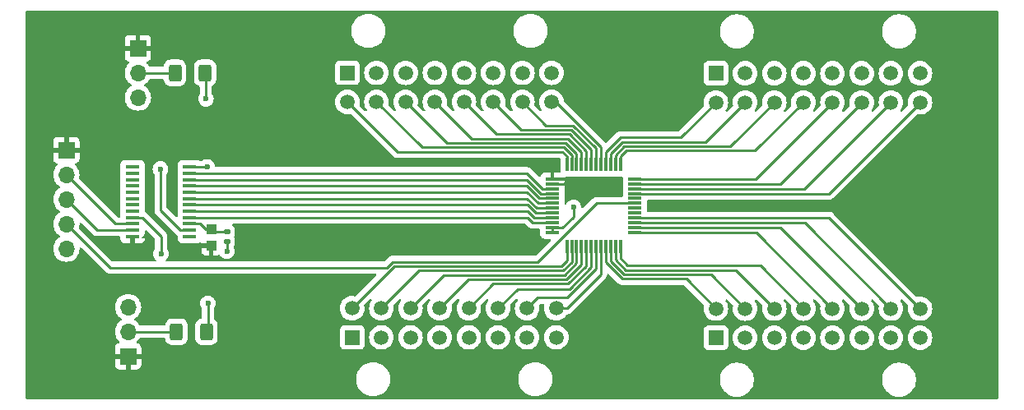
<source format=gbr>
%TF.GenerationSoftware,KiCad,Pcbnew,7.0.5*%
%TF.CreationDate,2023-06-27T15:21:10+05:30*%
%TF.ProjectId,NTC reader,4e544320-7265-4616-9465-722e6b696361,rev?*%
%TF.SameCoordinates,Original*%
%TF.FileFunction,Copper,L1,Top*%
%TF.FilePolarity,Positive*%
%FSLAX46Y46*%
G04 Gerber Fmt 4.6, Leading zero omitted, Abs format (unit mm)*
G04 Created by KiCad (PCBNEW 7.0.5) date 2023-06-27 15:21:10*
%MOMM*%
%LPD*%
G01*
G04 APERTURE LIST*
G04 Aperture macros list*
%AMRoundRect*
0 Rectangle with rounded corners*
0 $1 Rounding radius*
0 $2 $3 $4 $5 $6 $7 $8 $9 X,Y pos of 4 corners*
0 Add a 4 corners polygon primitive as box body*
4,1,4,$2,$3,$4,$5,$6,$7,$8,$9,$2,$3,0*
0 Add four circle primitives for the rounded corners*
1,1,$1+$1,$2,$3*
1,1,$1+$1,$4,$5*
1,1,$1+$1,$6,$7*
1,1,$1+$1,$8,$9*
0 Add four rect primitives between the rounded corners*
20,1,$1+$1,$2,$3,$4,$5,0*
20,1,$1+$1,$4,$5,$6,$7,0*
20,1,$1+$1,$6,$7,$8,$9,0*
20,1,$1+$1,$8,$9,$2,$3,0*%
G04 Aperture macros list end*
%TA.AperFunction,ComponentPad*%
%ADD10R,1.520000X1.520000*%
%TD*%
%TA.AperFunction,ComponentPad*%
%ADD11C,1.520000*%
%TD*%
%TA.AperFunction,ComponentPad*%
%ADD12R,1.700000X1.700000*%
%TD*%
%TA.AperFunction,ComponentPad*%
%ADD13O,1.700000X1.700000*%
%TD*%
%TA.AperFunction,SMDPad,CuDef*%
%ADD14R,1.475000X0.450000*%
%TD*%
%TA.AperFunction,SMDPad,CuDef*%
%ADD15R,1.000000X1.000000*%
%TD*%
%TA.AperFunction,SMDPad,CuDef*%
%ADD16RoundRect,0.250000X-0.400000X-0.625000X0.400000X-0.625000X0.400000X0.625000X-0.400000X0.625000X0*%
%TD*%
%TA.AperFunction,SMDPad,CuDef*%
%ADD17RoundRect,0.140000X-0.170000X0.140000X-0.170000X-0.140000X0.170000X-0.140000X0.170000X0.140000X0*%
%TD*%
%TA.AperFunction,SMDPad,CuDef*%
%ADD18R,0.300000X1.475000*%
%TD*%
%TA.AperFunction,SMDPad,CuDef*%
%ADD19R,1.475000X0.300000*%
%TD*%
%TA.AperFunction,ViaPad*%
%ADD20C,0.600000*%
%TD*%
%TA.AperFunction,Conductor*%
%ADD21C,0.250000*%
%TD*%
G04 APERTURE END LIST*
D10*
%TO.P,J1,1,1*%
%TO.N,GND*%
X169761750Y-95929011D03*
D11*
%TO.P,J1,2,2*%
X172761750Y-95929011D03*
%TO.P,J1,3,3*%
X175761750Y-95929011D03*
%TO.P,J1,4,4*%
X178761750Y-95929011D03*
%TO.P,J1,5,5*%
X181761750Y-95929011D03*
%TO.P,J1,6,6*%
X184761750Y-95929011D03*
%TO.P,J1,7,7*%
X187761750Y-95929011D03*
%TO.P,J1,8,8*%
X190761750Y-95929011D03*
%TO.P,J1,9,9*%
%TO.N,/Temp_9*%
X169761750Y-98929011D03*
%TO.P,J1,10,10*%
%TO.N,/Temp_10*%
X172761750Y-98929011D03*
%TO.P,J1,11,11*%
%TO.N,/Temp_11*%
X175761750Y-98929011D03*
%TO.P,J1,12,12*%
%TO.N,/Temp_12*%
X178761750Y-98929011D03*
%TO.P,J1,13,13*%
%TO.N,/Temp_13*%
X181761750Y-98929011D03*
%TO.P,J1,14,14*%
%TO.N,/Temp_14*%
X184761750Y-98929011D03*
%TO.P,J1,15,15*%
%TO.N,/Temp_15*%
X187761750Y-98929011D03*
%TO.P,J1,16,16*%
%TO.N,/Temp_16*%
X190761750Y-98929011D03*
%TD*%
D12*
%TO.P,J4,1,Pin_1*%
%TO.N,+5V*%
X110310000Y-93350000D03*
D13*
%TO.P,J4,2,Pin_2*%
%TO.N,Net-(J4-Pin_2)*%
X110310000Y-95890000D03*
%TO.P,J4,3,Pin_3*%
%TO.N,GND*%
X110310000Y-98430000D03*
%TD*%
D14*
%TO.P,IC2,1,~{INT}*%
%TO.N,unconnected-(IC2-~{INT}-Pad1)*%
X115638000Y-112735000D03*
%TO.P,IC2,2,A1*%
%TO.N,/I_O_Expander/I2C_A1*%
X115638000Y-112085000D03*
%TO.P,IC2,3,~{RESET}*%
%TO.N,/I_O_Expander/RESET*%
X115638000Y-111435000D03*
%TO.P,IC2,4,IO0_0*%
%TO.N,/ADG_TEMP_Sense/EN*%
X115638000Y-110785000D03*
%TO.P,IC2,5,IO0_1*%
%TO.N,/ADG_TEMP_Sense/WR*%
X115638000Y-110135000D03*
%TO.P,IC2,6,IO0_2*%
%TO.N,/ADG_TEMP_Sense/CS*%
X115638000Y-109485000D03*
%TO.P,IC2,7,IO0_3*%
%TO.N,/ADG_TEMP_Sense/A4*%
X115638000Y-108835000D03*
%TO.P,IC2,8,IO0_4*%
%TO.N,/ADG_TEMP_Sense/A3*%
X115638000Y-108185000D03*
%TO.P,IC2,9,IO0_5*%
%TO.N,/ADG_TEMP_Sense/A2*%
X115638000Y-107535000D03*
%TO.P,IC2,10,IO0_6*%
%TO.N,/ADG_TEMP_Sense/A1*%
X115638000Y-106885000D03*
%TO.P,IC2,11,IO0_7*%
%TO.N,/ADG_TEMP_Sense/A0*%
X115638000Y-106235000D03*
%TO.P,IC2,12,VSS*%
%TO.N,GND*%
X115638000Y-105585000D03*
%TO.P,IC2,13,IO1_0*%
%TO.N,unconnected-(IC2-IO1_0-Pad13)*%
X109762000Y-105585000D03*
%TO.P,IC2,14,IO1_1*%
%TO.N,unconnected-(IC2-IO1_1-Pad14)*%
X109762000Y-106235000D03*
%TO.P,IC2,15,IO1_2*%
%TO.N,unconnected-(IC2-IO1_2-Pad15)*%
X109762000Y-106885000D03*
%TO.P,IC2,16,IO1_3*%
%TO.N,unconnected-(IC2-IO1_3-Pad16)*%
X109762000Y-107535000D03*
%TO.P,IC2,17,IO1_4*%
%TO.N,unconnected-(IC2-IO1_4-Pad17)*%
X109762000Y-108185000D03*
%TO.P,IC2,18,IO1_5*%
%TO.N,unconnected-(IC2-IO1_5-Pad18)*%
X109762000Y-108835000D03*
%TO.P,IC2,19,IO1_6*%
%TO.N,unconnected-(IC2-IO1_6-Pad19)*%
X109762000Y-109485000D03*
%TO.P,IC2,20,IO1_7*%
%TO.N,unconnected-(IC2-IO1_7-Pad20)*%
X109762000Y-110135000D03*
%TO.P,IC2,21,A0*%
%TO.N,/I_O_Expander/I2C_A0*%
X109762000Y-110785000D03*
%TO.P,IC2,22,SCL*%
%TO.N,/I_O_Expander/SCL*%
X109762000Y-111435000D03*
%TO.P,IC2,23,SDA*%
%TO.N,/I_O_Expander/SDA*%
X109762000Y-112085000D03*
%TO.P,IC2,24,VDD*%
%TO.N,+5V*%
X109762000Y-112735000D03*
%TD*%
D10*
%TO.P,J2,1,1*%
%TO.N,GND*%
X131855424Y-95885540D03*
D11*
%TO.P,J2,2,2*%
X134855424Y-95885540D03*
%TO.P,J2,3,3*%
X137855424Y-95885540D03*
%TO.P,J2,4,4*%
X140855424Y-95885540D03*
%TO.P,J2,5,5*%
X143855424Y-95885540D03*
%TO.P,J2,6,6*%
X146855424Y-95885540D03*
%TO.P,J2,7,7*%
X149855424Y-95885540D03*
%TO.P,J2,8,8*%
X152855424Y-95885540D03*
%TO.P,J2,9,9*%
%TO.N,/Temp_1*%
X131855424Y-98885540D03*
%TO.P,J2,10,10*%
%TO.N,/Temp_2*%
X134855424Y-98885540D03*
%TO.P,J2,11,11*%
%TO.N,/Temp_3*%
X137855424Y-98885540D03*
%TO.P,J2,12,12*%
%TO.N,/Temp_4*%
X140855424Y-98885540D03*
%TO.P,J2,13,13*%
%TO.N,/Temp_5*%
X143855424Y-98885540D03*
%TO.P,J2,14,14*%
%TO.N,/Temp_6*%
X146855424Y-98885540D03*
%TO.P,J2,15,15*%
%TO.N,/Temp_7*%
X149855424Y-98885540D03*
%TO.P,J2,16,16*%
%TO.N,/Temp_8*%
X152855424Y-98885540D03*
%TD*%
D15*
%TO.P,R1,2*%
%TO.N,/I_O_Expander/RESET*%
X117848000Y-111995000D03*
%TO.P,R1,1*%
%TO.N,+5V*%
X117848000Y-113695000D03*
%TD*%
D12*
%TO.P,J5,1,Pin_1*%
%TO.N,+5V*%
X109300000Y-125095000D03*
D13*
%TO.P,J5,2,Pin_2*%
%TO.N,Net-(J5-Pin_2)*%
X109300000Y-122555000D03*
%TO.P,J5,3,Pin_3*%
%TO.N,GND*%
X109300000Y-120015000D03*
%TD*%
D12*
%TO.P,J3,1,Pin_1*%
%TO.N,+5V*%
X102950000Y-103850000D03*
D13*
%TO.P,J3,2,Pin_2*%
%TO.N,/I_O_Expander/SCL*%
X102950000Y-106390000D03*
%TO.P,J3,3,Pin_3*%
%TO.N,/I_O_Expander/SDA*%
X102950000Y-108930000D03*
%TO.P,J3,4,Pin_4*%
%TO.N,/I{slash}O*%
X102950000Y-111470000D03*
%TO.P,J3,5,Pin_5*%
%TO.N,GND*%
X102950000Y-114010000D03*
%TD*%
D10*
%TO.P,J7,1,1*%
%TO.N,GND*%
X169761750Y-123184600D03*
D11*
%TO.P,J7,2,2*%
X172761750Y-123184600D03*
%TO.P,J7,3,3*%
X175761750Y-123184600D03*
%TO.P,J7,4,4*%
X178761750Y-123184600D03*
%TO.P,J7,5,5*%
X181761750Y-123184600D03*
%TO.P,J7,6,6*%
X184761750Y-123184600D03*
%TO.P,J7,7,7*%
X187761750Y-123184600D03*
%TO.P,J7,8,8*%
X190761750Y-123184600D03*
%TO.P,J7,9,9*%
%TO.N,/Temp_25*%
X169761750Y-120184600D03*
%TO.P,J7,10,10*%
%TO.N,/Temp_26*%
X172761750Y-120184600D03*
%TO.P,J7,11,11*%
%TO.N,/Temp_27*%
X175761750Y-120184600D03*
%TO.P,J7,12,12*%
%TO.N,/Temp_28*%
X178761750Y-120184600D03*
%TO.P,J7,13,13*%
%TO.N,/Temp_29*%
X181761750Y-120184600D03*
%TO.P,J7,14,14*%
%TO.N,/Temp_30*%
X184761750Y-120184600D03*
%TO.P,J7,15,15*%
%TO.N,/Temp_31*%
X187761750Y-120184600D03*
%TO.P,J7,16,16*%
%TO.N,/Temp_32*%
X190761750Y-120184600D03*
%TD*%
D16*
%TO.P,R2,1*%
%TO.N,Net-(J4-Pin_2)*%
X114120000Y-95890000D03*
%TO.P,R2,2*%
%TO.N,/I_O_Expander/I2C_A1*%
X117220000Y-95890000D03*
%TD*%
D17*
%TO.P,C1,2*%
%TO.N,GND*%
X119478000Y-113235000D03*
%TO.P,C1,1*%
%TO.N,/I_O_Expander/RESET*%
X119478000Y-112275000D03*
%TD*%
D16*
%TO.P,R3,1*%
%TO.N,Net-(J5-Pin_2)*%
X114270000Y-122570000D03*
%TO.P,R3,2*%
%TO.N,/I_O_Expander/I2C_A0*%
X117370000Y-122570000D03*
%TD*%
D10*
%TO.P,J6,1,1*%
%TO.N,GND*%
X132348503Y-123142361D03*
D11*
%TO.P,J6,2,2*%
X135348503Y-123142361D03*
%TO.P,J6,3,3*%
X138348503Y-123142361D03*
%TO.P,J6,4,4*%
X141348503Y-123142361D03*
%TO.P,J6,5,5*%
X144348503Y-123142361D03*
%TO.P,J6,6,6*%
X147348503Y-123142361D03*
%TO.P,J6,7,7*%
X150348503Y-123142361D03*
%TO.P,J6,8,8*%
X153348503Y-123142361D03*
%TO.P,J6,9,9*%
%TO.N,/Temp_17*%
X132348503Y-120142361D03*
%TO.P,J6,10,10*%
%TO.N,/Temp_18*%
X135348503Y-120142361D03*
%TO.P,J6,11,11*%
%TO.N,/Temp_19*%
X138348503Y-120142361D03*
%TO.P,J6,12,12*%
%TO.N,/Temp_20*%
X141348503Y-120142361D03*
%TO.P,J6,13,13*%
%TO.N,/Temp_21*%
X144348503Y-120142361D03*
%TO.P,J6,14,14*%
%TO.N,/Temp_22*%
X147348503Y-120142361D03*
%TO.P,J6,15,15*%
%TO.N,/Temp_23*%
X150348503Y-120142361D03*
%TO.P,J6,16,16*%
%TO.N,/Temp_24*%
X153348503Y-120142361D03*
%TD*%
D18*
%TO.P,IC1,1,S12*%
%TO.N,/Temp_12*%
X159930000Y-105342000D03*
%TO.P,IC1,2,S11*%
%TO.N,/Temp_11*%
X159430000Y-105342000D03*
%TO.P,IC1,3,S10*%
%TO.N,/Temp_10*%
X158930000Y-105342000D03*
%TO.P,IC1,4,S9*%
%TO.N,/Temp_9*%
X158430000Y-105342000D03*
%TO.P,IC1,5,S8*%
%TO.N,/Temp_8*%
X157930000Y-105342000D03*
%TO.P,IC1,6,S7*%
%TO.N,/Temp_7*%
X157430000Y-105342000D03*
%TO.P,IC1,7,S6*%
%TO.N,/Temp_6*%
X156930000Y-105342000D03*
%TO.P,IC1,8,S5*%
%TO.N,/Temp_5*%
X156430000Y-105342000D03*
%TO.P,IC1,9,S4*%
%TO.N,/Temp_4*%
X155930000Y-105342000D03*
%TO.P,IC1,10,S3*%
%TO.N,/Temp_3*%
X155430000Y-105342000D03*
%TO.P,IC1,11,S2*%
%TO.N,/Temp_2*%
X154930000Y-105342000D03*
%TO.P,IC1,12,S1*%
%TO.N,/Temp_1*%
X154430000Y-105342000D03*
D19*
%TO.P,IC1,13,VDD_1*%
%TO.N,+5V*%
X152942000Y-106830000D03*
%TO.P,IC1,14,VDD_2*%
X152942000Y-107330000D03*
%TO.P,IC1,15,A0*%
%TO.N,/ADG_TEMP_Sense/A0*%
X152942000Y-107830000D03*
%TO.P,IC1,16,A1*%
%TO.N,/ADG_TEMP_Sense/A1*%
X152942000Y-108330000D03*
%TO.P,IC1,17,A2*%
%TO.N,/ADG_TEMP_Sense/A2*%
X152942000Y-108830000D03*
%TO.P,IC1,18,A3*%
%TO.N,/ADG_TEMP_Sense/A3*%
X152942000Y-109330000D03*
%TO.P,IC1,19,A4*%
%TO.N,/ADG_TEMP_Sense/A4*%
X152942000Y-109830000D03*
%TO.P,IC1,20,~{CS}*%
%TO.N,/ADG_TEMP_Sense/CS*%
X152942000Y-110330000D03*
%TO.P,IC1,21,~{WR}*%
%TO.N,/ADG_TEMP_Sense/WR*%
X152942000Y-110830000D03*
%TO.P,IC1,22,~{EN}*%
%TO.N,/ADG_TEMP_Sense/EN*%
X152942000Y-111330000D03*
%TO.P,IC1,23,GND*%
%TO.N,GND*%
X152942000Y-111830000D03*
%TO.P,IC1,24,VSS*%
X152942000Y-112330000D03*
D18*
%TO.P,IC1,25,S17*%
%TO.N,/Temp_17*%
X154430000Y-113818000D03*
%TO.P,IC1,26,S18*%
%TO.N,/Temp_18*%
X154930000Y-113818000D03*
%TO.P,IC1,27,S19*%
%TO.N,/Temp_19*%
X155430000Y-113818000D03*
%TO.P,IC1,28,S20*%
%TO.N,/Temp_20*%
X155930000Y-113818000D03*
%TO.P,IC1,29,S21*%
%TO.N,/Temp_21*%
X156430000Y-113818000D03*
%TO.P,IC1,30,S22*%
%TO.N,/Temp_22*%
X156930000Y-113818000D03*
%TO.P,IC1,31,S23*%
%TO.N,/Temp_23*%
X157430000Y-113818000D03*
%TO.P,IC1,32,S24*%
%TO.N,/Temp_24*%
X157930000Y-113818000D03*
%TO.P,IC1,33,S25*%
%TO.N,/Temp_25*%
X158430000Y-113818000D03*
%TO.P,IC1,34,S26*%
%TO.N,/Temp_26*%
X158930000Y-113818000D03*
%TO.P,IC1,35,S27*%
%TO.N,/Temp_27*%
X159430000Y-113818000D03*
%TO.P,IC1,36,S28*%
%TO.N,/Temp_28*%
X159930000Y-113818000D03*
D19*
%TO.P,IC1,37,S29*%
%TO.N,/Temp_29*%
X161418000Y-112330000D03*
%TO.P,IC1,38,S30*%
%TO.N,/Temp_30*%
X161418000Y-111830000D03*
%TO.P,IC1,39,S31*%
%TO.N,/Temp_31*%
X161418000Y-111330000D03*
%TO.P,IC1,40,S32*%
%TO.N,/Temp_32*%
X161418000Y-110830000D03*
%TO.P,IC1,41,NIC_1*%
%TO.N,unconnected-(IC1-NIC_1-Pad41)*%
X161418000Y-110330000D03*
%TO.P,IC1,42,NIC_2*%
%TO.N,unconnected-(IC1-NIC_2-Pad42)*%
X161418000Y-109830000D03*
%TO.P,IC1,43,D*%
%TO.N,/I{slash}O*%
X161418000Y-109330000D03*
%TO.P,IC1,44,NIC_3*%
%TO.N,unconnected-(IC1-NIC_3-Pad44)*%
X161418000Y-108830000D03*
%TO.P,IC1,45,S16*%
%TO.N,/Temp_16*%
X161418000Y-108330000D03*
%TO.P,IC1,46,S15*%
%TO.N,/Temp_15*%
X161418000Y-107830000D03*
%TO.P,IC1,47,S14*%
%TO.N,/Temp_14*%
X161418000Y-107330000D03*
%TO.P,IC1,48,S13*%
%TO.N,/Temp_13*%
X161418000Y-106830000D03*
%TD*%
D20*
%TO.N,GND*%
X117447599Y-105575434D03*
X119454309Y-114268888D03*
X155120000Y-109750000D03*
%TO.N,/I_O_Expander/I2C_A1*%
X117300000Y-98570000D03*
X112630000Y-105800000D03*
%TO.N,/I_O_Expander/I2C_A0*%
X117510000Y-119650000D03*
X112690000Y-114530000D03*
%TD*%
D21*
%TO.N,GND*%
X117438033Y-105585000D02*
X117447599Y-105575434D01*
X115638000Y-105585000D02*
X117438033Y-105585000D01*
X119478000Y-113235000D02*
X119478000Y-114245197D01*
X119478000Y-114245197D02*
X119454309Y-114268888D01*
%TO.N,/I_O_Expander/RESET*%
X117298000Y-111995000D02*
X117848000Y-111995000D01*
X115638000Y-111435000D02*
X116738000Y-111435000D01*
X118128000Y-112275000D02*
X119478000Y-112275000D01*
X116738000Y-111435000D02*
X117298000Y-111995000D01*
X117848000Y-111995000D02*
X118128000Y-112275000D01*
%TO.N,GND*%
X155120000Y-109750000D02*
X155100000Y-109790000D01*
X152942000Y-111830000D02*
X153979500Y-111830000D01*
X155100000Y-110709500D02*
X155120000Y-109750000D01*
X153979500Y-111830000D02*
X155024750Y-110784750D01*
X155024750Y-110784750D02*
X155100000Y-110709500D01*
X152942000Y-112330000D02*
X152942000Y-111830000D01*
%TO.N,+5V*%
X152942000Y-107330000D02*
X154200000Y-107330000D01*
%TO.N,/ADG_TEMP_Sense/A0*%
X115638000Y-106235000D02*
X150309500Y-106235000D01*
X151904500Y-107830000D02*
X152942000Y-107830000D01*
X150309500Y-106235000D02*
X151904500Y-107830000D01*
%TO.N,/ADG_TEMP_Sense/A1*%
X150315000Y-106885000D02*
X151760000Y-108330000D01*
X115638000Y-106885000D02*
X150315000Y-106885000D01*
X151760000Y-108330000D02*
X152942000Y-108330000D01*
%TO.N,/ADG_TEMP_Sense/A2*%
X151623604Y-108830000D02*
X152942000Y-108830000D01*
X115638000Y-107535000D02*
X150328604Y-107535000D01*
X150328604Y-107535000D02*
X151623604Y-108830000D01*
%TO.N,/ADG_TEMP_Sense/A3*%
X150342208Y-108185000D02*
X151487208Y-109330000D01*
X151487208Y-109330000D02*
X152942000Y-109330000D01*
X115638000Y-108185000D02*
X150342208Y-108185000D01*
%TO.N,/ADG_TEMP_Sense/A4*%
X151350812Y-109830000D02*
X152942000Y-109830000D01*
X150355812Y-108835000D02*
X151350812Y-109830000D01*
X115638000Y-108835000D02*
X150355812Y-108835000D01*
%TO.N,/ADG_TEMP_Sense/CS*%
X115638000Y-109485000D02*
X150369416Y-109485000D01*
X150369416Y-109485000D02*
X151214416Y-110330000D01*
X151214416Y-110330000D02*
X152942000Y-110330000D01*
%TO.N,/ADG_TEMP_Sense/WR*%
X115638000Y-110135000D02*
X150383020Y-110135000D01*
X150383020Y-110135000D02*
X151078020Y-110830000D01*
X151078020Y-110830000D02*
X152942000Y-110830000D01*
%TO.N,/ADG_TEMP_Sense/EN*%
X115638000Y-110785000D02*
X150396624Y-110785000D01*
X150941624Y-111330000D02*
X152942000Y-111330000D01*
X150396624Y-110785000D02*
X150941624Y-111330000D01*
%TO.N,/I_O_Expander/I2C_A1*%
X112630000Y-110064500D02*
X112630000Y-105800000D01*
X115638000Y-112085000D02*
X114650500Y-112085000D01*
X117300000Y-95970000D02*
X117220000Y-95890000D01*
X117300000Y-98570000D02*
X117300000Y-95970000D01*
X114650500Y-112085000D02*
X112630000Y-110064500D01*
%TO.N,/I_O_Expander/I2C_A0*%
X109762000Y-110785000D02*
X110749500Y-110785000D01*
X117510000Y-119650000D02*
X117510000Y-122430000D01*
X112690000Y-112725500D02*
X112690000Y-114530000D01*
X110749500Y-110785000D02*
X112690000Y-112725500D01*
X117510000Y-122430000D02*
X117370000Y-122570000D01*
%TO.N,/I_O_Expander/SCL*%
X107995000Y-111435000D02*
X102950000Y-106390000D01*
X109762000Y-111435000D02*
X107995000Y-111435000D01*
%TO.N,/I_O_Expander/SDA*%
X106105000Y-112085000D02*
X102950000Y-108930000D01*
X109762000Y-112085000D02*
X106105000Y-112085000D01*
%TO.N,Net-(J4-Pin_2)*%
X114120000Y-95890000D02*
X110310000Y-95890000D01*
%TO.N,Net-(J5-Pin_2)*%
X114255000Y-122555000D02*
X109300000Y-122555000D01*
X114270000Y-122570000D02*
X114255000Y-122555000D01*
%TO.N,/Temp_12*%
X159930000Y-105342000D02*
X159930000Y-104490000D01*
X173790761Y-103900000D02*
X178761750Y-98929011D01*
X159930000Y-104490000D02*
X160520000Y-103900000D01*
X160520000Y-103900000D02*
X164900000Y-103900000D01*
X164900000Y-103900000D02*
X173790761Y-103900000D01*
%TO.N,/Temp_11*%
X171240761Y-103450000D02*
X175761750Y-98929011D01*
X160333604Y-103450000D02*
X171240761Y-103450000D01*
X159430000Y-104353604D02*
X160333604Y-103450000D01*
X159430000Y-105342000D02*
X159430000Y-104353604D01*
%TO.N,/Temp_10*%
X168690761Y-103000000D02*
X172761750Y-98929011D01*
X158930000Y-105342000D02*
X158930000Y-104217208D01*
X158930000Y-104217208D02*
X160147208Y-103000000D01*
X160147208Y-103000000D02*
X168690761Y-103000000D01*
%TO.N,/Temp_9*%
X159960812Y-102550000D02*
X166140761Y-102550000D01*
X158430000Y-105342000D02*
X158430000Y-104080812D01*
X166140761Y-102550000D02*
X169761750Y-98929011D01*
X158430000Y-104080812D02*
X159960812Y-102550000D01*
%TO.N,/Temp_8*%
X157930000Y-105342000D02*
X157930000Y-103525228D01*
X153290312Y-98885540D02*
X152855424Y-98885540D01*
X157930000Y-103525228D02*
X153290312Y-98885540D01*
%TO.N,/Temp_7*%
X157430000Y-103661624D02*
X155078376Y-101310000D01*
X152279884Y-101310000D02*
X149855424Y-98885540D01*
X157430000Y-105342000D02*
X157430000Y-103661624D01*
X155078376Y-101310000D02*
X152279884Y-101310000D01*
%TO.N,/Temp_6*%
X154891980Y-101760000D02*
X149729884Y-101760000D01*
X149729884Y-101760000D02*
X146855424Y-98885540D01*
X156930000Y-103798020D02*
X154891980Y-101760000D01*
X156930000Y-105342000D02*
X156930000Y-103798020D01*
%TO.N,/Temp_5*%
X156430000Y-103934416D02*
X154705584Y-102210000D01*
X156430000Y-105342000D02*
X156430000Y-103934416D01*
X147179884Y-102210000D02*
X143855424Y-98885540D01*
X154705584Y-102210000D02*
X147179884Y-102210000D01*
%TO.N,/Temp_4*%
X144629884Y-102660000D02*
X140855424Y-98885540D01*
X155905000Y-105317000D02*
X155905000Y-104045812D01*
X155905000Y-104045812D02*
X154519188Y-102660000D01*
X154519188Y-102660000D02*
X144629884Y-102660000D01*
X155930000Y-105342000D02*
X155905000Y-105317000D01*
%TO.N,/Temp_3*%
X155430000Y-104207208D02*
X154332792Y-103110000D01*
X154332792Y-103110000D02*
X142079884Y-103110000D01*
X142079884Y-103110000D02*
X137855424Y-98885540D01*
X155430000Y-105342000D02*
X155430000Y-104207208D01*
%TO.N,/Temp_2*%
X154930000Y-104343604D02*
X154146396Y-103560000D01*
X154930000Y-105342000D02*
X154930000Y-104343604D01*
X139529884Y-103560000D02*
X134855424Y-98885540D01*
X154146396Y-103560000D02*
X139529884Y-103560000D01*
%TO.N,/Temp_1*%
X136989884Y-104020000D02*
X131855424Y-98885540D01*
X153970000Y-104020000D02*
X136989884Y-104020000D01*
X154430000Y-105342000D02*
X154430000Y-104480000D01*
X154430000Y-104480000D02*
X153970000Y-104020000D01*
%TO.N,/Temp_17*%
X154430000Y-115230000D02*
X153850000Y-115810000D01*
X153850000Y-115810000D02*
X136680864Y-115810000D01*
X136680864Y-115810000D02*
X132348503Y-120142361D01*
X154430000Y-113818000D02*
X154430000Y-115230000D01*
%TO.N,/Temp_18*%
X154930000Y-115366396D02*
X154036396Y-116260000D01*
X154036396Y-116260000D02*
X139230864Y-116260000D01*
X154930000Y-113818000D02*
X154930000Y-115366396D01*
X139230864Y-116260000D02*
X135348503Y-120142361D01*
%TO.N,/Temp_19*%
X155430000Y-113818000D02*
X155430000Y-115502792D01*
X141770864Y-116720000D02*
X138348503Y-120142361D01*
X154212792Y-116720000D02*
X141770864Y-116720000D01*
X155430000Y-115502792D02*
X154212792Y-116720000D01*
%TO.N,/Temp_20*%
X155930000Y-115639188D02*
X154389188Y-117180000D01*
X155930000Y-113818000D02*
X155930000Y-115639188D01*
X154389188Y-117180000D02*
X144310864Y-117180000D01*
X144310864Y-117180000D02*
X141348503Y-120142361D01*
%TO.N,/Temp_21*%
X154575584Y-117630000D02*
X146860864Y-117630000D01*
X156430000Y-115775584D02*
X154575584Y-117630000D01*
X146860864Y-117630000D02*
X144348503Y-120142361D01*
X156430000Y-113818000D02*
X156430000Y-115775584D01*
%TO.N,/Temp_22*%
X154691980Y-118150000D02*
X149340864Y-118150000D01*
X156930000Y-113818000D02*
X156930000Y-115911980D01*
X149340864Y-118150000D02*
X147348503Y-120142361D01*
X156930000Y-115911980D02*
X154691980Y-118150000D01*
%TO.N,/Temp_23*%
X154421015Y-119057361D02*
X151433503Y-119057361D01*
X157430000Y-113818000D02*
X157430000Y-116048376D01*
X151433503Y-119057361D02*
X150348503Y-120142361D01*
X157430000Y-116048376D02*
X154421015Y-119057361D01*
%TO.N,/Temp_24*%
X157930000Y-116635666D02*
X154423305Y-120142361D01*
X154423305Y-120142361D02*
X153348503Y-120142361D01*
X157930000Y-113818000D02*
X157930000Y-116635666D01*
%TO.N,/Temp_25*%
X160140812Y-117120000D02*
X166697150Y-117120000D01*
X158430000Y-115409188D02*
X160140812Y-117120000D01*
X166697150Y-117120000D02*
X169761750Y-120184600D01*
X158430000Y-113818000D02*
X158430000Y-115409188D01*
%TO.N,/Temp_26*%
X160327208Y-116670000D02*
X169247150Y-116670000D01*
X158930000Y-115272792D02*
X160327208Y-116670000D01*
X169247150Y-116670000D02*
X172761750Y-120184600D01*
X158930000Y-113818000D02*
X158930000Y-115272792D01*
%TO.N,/Temp_27*%
X159430000Y-113818000D02*
X159430000Y-115136396D01*
X160493604Y-116200000D02*
X171777150Y-116200000D01*
X171777150Y-116200000D02*
X175761750Y-120184600D01*
X159430000Y-115136396D02*
X160493604Y-116200000D01*
%TO.N,/Temp_28*%
X174327150Y-115750000D02*
X178761750Y-120184600D01*
X159930000Y-115000000D02*
X160680000Y-115750000D01*
X159930000Y-113818000D02*
X159930000Y-115000000D01*
X160680000Y-115750000D02*
X174327150Y-115750000D01*
%TO.N,/Temp_29*%
X161418000Y-112330000D02*
X173907150Y-112330000D01*
X173907150Y-112330000D02*
X181761750Y-120184600D01*
%TO.N,/Temp_30*%
X176407150Y-111830000D02*
X184761750Y-120184600D01*
X161418000Y-111830000D02*
X176407150Y-111830000D01*
%TO.N,/Temp_31*%
X161418000Y-111330000D02*
X178907150Y-111330000D01*
X178907150Y-111330000D02*
X187761750Y-120184600D01*
%TO.N,/Temp_32*%
X181407150Y-110830000D02*
X190761750Y-120184600D01*
X161418000Y-110830000D02*
X181407150Y-110830000D01*
%TO.N,/I{slash}O*%
X136494468Y-115360000D02*
X151449500Y-115360000D01*
X157479500Y-109330000D02*
X161418000Y-109330000D01*
X135884468Y-115970000D02*
X136494468Y-115360000D01*
X107450000Y-115970000D02*
X135884468Y-115970000D01*
X151449500Y-115360000D02*
X157479500Y-109330000D01*
X102950000Y-111470000D02*
X107450000Y-115970000D01*
%TO.N,/Temp_16*%
X181360761Y-108330000D02*
X190761750Y-98929011D01*
X161418000Y-108330000D02*
X181360761Y-108330000D01*
%TO.N,/Temp_15*%
X178860761Y-107830000D02*
X187761750Y-98929011D01*
X161418000Y-107830000D02*
X178860761Y-107830000D01*
%TO.N,/Temp_14*%
X161418000Y-107330000D02*
X176360761Y-107330000D01*
X176360761Y-107330000D02*
X184761750Y-98929011D01*
%TO.N,/Temp_13*%
X173860761Y-106830000D02*
X181761750Y-98929011D01*
X161418000Y-106830000D02*
X173860761Y-106830000D01*
%TD*%
%TA.AperFunction,Conductor*%
%TO.N,+5V*%
G36*
X104510845Y-111375883D02*
G01*
X104517339Y-111381929D01*
X105604194Y-112468784D01*
X105614019Y-112481048D01*
X105614240Y-112480866D01*
X105619210Y-112486874D01*
X105668949Y-112533582D01*
X105670316Y-112534906D01*
X105690530Y-112555120D01*
X105695998Y-112559362D01*
X105696004Y-112559366D01*
X105700446Y-112563160D01*
X105734415Y-112595060D01*
X105734417Y-112595061D01*
X105734418Y-112595062D01*
X105751974Y-112604713D01*
X105768237Y-112615396D01*
X105784064Y-112627673D01*
X105826823Y-112646176D01*
X105832073Y-112648748D01*
X105871633Y-112670496D01*
X105872908Y-112671197D01*
X105872912Y-112671198D01*
X105892311Y-112676179D01*
X105910722Y-112682483D01*
X105929097Y-112690435D01*
X105929100Y-112690435D01*
X105929105Y-112690438D01*
X105975149Y-112697729D01*
X105980832Y-112698906D01*
X106025981Y-112710500D01*
X106046016Y-112710500D01*
X106065413Y-112712026D01*
X106085196Y-112715160D01*
X106131583Y-112710775D01*
X106137422Y-112710500D01*
X108400500Y-112710500D01*
X108467539Y-112730185D01*
X108513294Y-112782989D01*
X108524500Y-112834500D01*
X108524500Y-113007844D01*
X108530901Y-113067372D01*
X108530903Y-113067379D01*
X108581145Y-113202086D01*
X108581149Y-113202093D01*
X108667309Y-113317187D01*
X108667312Y-113317190D01*
X108782406Y-113403350D01*
X108782413Y-113403354D01*
X108917120Y-113453596D01*
X108917127Y-113453598D01*
X108976655Y-113459999D01*
X108976672Y-113460000D01*
X109537000Y-113460000D01*
X109537000Y-112934499D01*
X109556685Y-112867460D01*
X109609489Y-112821705D01*
X109660997Y-112810499D01*
X109863001Y-112810499D01*
X109930039Y-112830184D01*
X109975794Y-112882988D01*
X109987000Y-112934499D01*
X109987000Y-113460000D01*
X110547328Y-113460000D01*
X110547344Y-113459999D01*
X110606872Y-113453598D01*
X110606879Y-113453596D01*
X110741586Y-113403354D01*
X110741593Y-113403350D01*
X110856687Y-113317190D01*
X110856690Y-113317187D01*
X110942850Y-113202093D01*
X110942854Y-113202086D01*
X110993096Y-113067379D01*
X110993098Y-113067372D01*
X110999499Y-113007844D01*
X110999500Y-113007827D01*
X110999500Y-112960000D01*
X110838935Y-112960000D01*
X110771896Y-112940315D01*
X110726141Y-112887511D01*
X110716197Y-112818353D01*
X110745222Y-112754797D01*
X110764624Y-112736734D01*
X110832194Y-112686150D01*
X110857046Y-112667546D01*
X110930972Y-112568794D01*
X110937789Y-112559688D01*
X110985605Y-112523894D01*
X110999500Y-112509999D01*
X110999500Y-112462182D01*
X110999499Y-112462164D01*
X110995568Y-112425602D01*
X110995568Y-112399094D01*
X111000000Y-112357873D01*
X110999999Y-112219449D01*
X111019683Y-112152412D01*
X111072487Y-112106657D01*
X111141645Y-112096713D01*
X111205201Y-112125737D01*
X111211680Y-112131770D01*
X112028181Y-112948271D01*
X112061666Y-113009594D01*
X112064500Y-113035952D01*
X112064499Y-113985145D01*
X112045493Y-114051117D01*
X111964211Y-114180476D01*
X111904631Y-114350745D01*
X111904630Y-114350750D01*
X111884435Y-114529996D01*
X111884435Y-114530003D01*
X111904630Y-114709249D01*
X111904631Y-114709254D01*
X111964211Y-114879523D01*
X112060184Y-115032262D01*
X112160741Y-115132819D01*
X112194226Y-115194142D01*
X112189242Y-115263834D01*
X112147370Y-115319767D01*
X112081906Y-115344184D01*
X112073060Y-115344500D01*
X107760452Y-115344500D01*
X107693413Y-115324815D01*
X107672771Y-115308181D01*
X104290237Y-111925646D01*
X104256752Y-111864323D01*
X104258142Y-111805876D01*
X104285063Y-111705408D01*
X104305659Y-111470000D01*
X104305658Y-111469988D01*
X104305658Y-111469631D01*
X104305705Y-111469469D01*
X104306131Y-111464606D01*
X104307107Y-111464691D01*
X104325331Y-111402589D01*
X104378127Y-111356825D01*
X104447284Y-111346869D01*
X104510845Y-111375883D01*
G37*
%TD.AperFunction*%
%TA.AperFunction,Conductor*%
G36*
X198762539Y-89490185D02*
G01*
X198808294Y-89542989D01*
X198819500Y-89594500D01*
X198819500Y-129375500D01*
X198799815Y-129442539D01*
X198747011Y-129488294D01*
X198695500Y-129499500D01*
X188719929Y-129499500D01*
X188652890Y-129479815D01*
X188607135Y-129427011D01*
X188603799Y-129403810D01*
X188570954Y-129463479D01*
X188509517Y-129496755D01*
X188483571Y-129499500D01*
X172039929Y-129499500D01*
X171972890Y-129479815D01*
X171927135Y-129427011D01*
X171923799Y-129403810D01*
X171890954Y-129463479D01*
X171829517Y-129496755D01*
X171803571Y-129499500D01*
X98884500Y-129499500D01*
X98817461Y-129479815D01*
X98771706Y-129427011D01*
X98760500Y-129375500D01*
X98760500Y-127593548D01*
X132758003Y-127593548D01*
X132764370Y-127635787D01*
X132797107Y-127852976D01*
X132797108Y-127852978D01*
X132797109Y-127852984D01*
X132874441Y-128103687D01*
X132988270Y-128340057D01*
X132988271Y-128340058D01*
X132988273Y-128340061D01*
X132988275Y-128340065D01*
X133136070Y-128556839D01*
X133136070Y-128556840D01*
X133314517Y-128749162D01*
X133314521Y-128749165D01*
X133314522Y-128749166D01*
X133519646Y-128912747D01*
X133746860Y-129043929D01*
X133991087Y-129139781D01*
X134246873Y-129198163D01*
X134246879Y-129198163D01*
X134246882Y-129198164D01*
X134442987Y-129212860D01*
X134443006Y-129212860D01*
X134443009Y-129212861D01*
X134443011Y-129212861D01*
X134573995Y-129212861D01*
X134573997Y-129212861D01*
X134573999Y-129212860D01*
X134574018Y-129212860D01*
X134770123Y-129198164D01*
X134770125Y-129198163D01*
X134770133Y-129198163D01*
X135025919Y-129139781D01*
X135270146Y-129043929D01*
X135497360Y-128912747D01*
X135702484Y-128749166D01*
X135880936Y-128556840D01*
X136028731Y-128340065D01*
X136142566Y-128103684D01*
X136219899Y-127852976D01*
X136259002Y-127593548D01*
X149438003Y-127593548D01*
X149444370Y-127635787D01*
X149477107Y-127852976D01*
X149477108Y-127852978D01*
X149477109Y-127852984D01*
X149554441Y-128103687D01*
X149668270Y-128340057D01*
X149668271Y-128340058D01*
X149668273Y-128340061D01*
X149668275Y-128340065D01*
X149816070Y-128556839D01*
X149816070Y-128556840D01*
X149994517Y-128749162D01*
X149994521Y-128749165D01*
X149994522Y-128749166D01*
X150199646Y-128912747D01*
X150426860Y-129043929D01*
X150671087Y-129139781D01*
X150926873Y-129198163D01*
X150926879Y-129198163D01*
X150926882Y-129198164D01*
X151122987Y-129212860D01*
X151123006Y-129212860D01*
X151123009Y-129212861D01*
X151123011Y-129212861D01*
X151253995Y-129212861D01*
X151253997Y-129212861D01*
X151253999Y-129212860D01*
X151254018Y-129212860D01*
X151450123Y-129198164D01*
X151450125Y-129198163D01*
X151450133Y-129198163D01*
X151705919Y-129139781D01*
X151950146Y-129043929D01*
X152177360Y-128912747D01*
X152382484Y-128749166D01*
X152560936Y-128556840D01*
X152708731Y-128340065D01*
X152822566Y-128103684D01*
X152899899Y-127852976D01*
X152932636Y-127635787D01*
X170171250Y-127635787D01*
X170191544Y-127770423D01*
X170210354Y-127895215D01*
X170210355Y-127895217D01*
X170210356Y-127895223D01*
X170287688Y-128145926D01*
X170401517Y-128382296D01*
X170401518Y-128382297D01*
X170401520Y-128382300D01*
X170401522Y-128382304D01*
X170520519Y-128556840D01*
X170549317Y-128599079D01*
X170727764Y-128791401D01*
X170727768Y-128791404D01*
X170727769Y-128791405D01*
X170932893Y-128954986D01*
X171160107Y-129086168D01*
X171404334Y-129182020D01*
X171660120Y-129240402D01*
X171660126Y-129240402D01*
X171660129Y-129240403D01*
X171812837Y-129251847D01*
X171878218Y-129276486D01*
X171919899Y-129332561D01*
X171921046Y-129349410D01*
X171946216Y-129294297D01*
X172004994Y-129256523D01*
X172030663Y-129251847D01*
X172183370Y-129240403D01*
X172183372Y-129240402D01*
X172183380Y-129240402D01*
X172439166Y-129182020D01*
X172683393Y-129086168D01*
X172910607Y-128954986D01*
X173115731Y-128791405D01*
X173294183Y-128599079D01*
X173441978Y-128382304D01*
X173555813Y-128145923D01*
X173633146Y-127895215D01*
X173672249Y-127635787D01*
X186851250Y-127635787D01*
X186871544Y-127770423D01*
X186890354Y-127895215D01*
X186890355Y-127895217D01*
X186890356Y-127895223D01*
X186967688Y-128145926D01*
X187081517Y-128382296D01*
X187081518Y-128382297D01*
X187081520Y-128382300D01*
X187081522Y-128382304D01*
X187200519Y-128556840D01*
X187229317Y-128599079D01*
X187407764Y-128791401D01*
X187407768Y-128791404D01*
X187407769Y-128791405D01*
X187612893Y-128954986D01*
X187840107Y-129086168D01*
X188084334Y-129182020D01*
X188340120Y-129240402D01*
X188340126Y-129240402D01*
X188340129Y-129240403D01*
X188492837Y-129251847D01*
X188558218Y-129276486D01*
X188599899Y-129332561D01*
X188601046Y-129349410D01*
X188626216Y-129294297D01*
X188684994Y-129256523D01*
X188710663Y-129251847D01*
X188863370Y-129240403D01*
X188863372Y-129240402D01*
X188863380Y-129240402D01*
X189119166Y-129182020D01*
X189363393Y-129086168D01*
X189590607Y-128954986D01*
X189795731Y-128791405D01*
X189974183Y-128599079D01*
X190121978Y-128382304D01*
X190235813Y-128145923D01*
X190313146Y-127895215D01*
X190352250Y-127635782D01*
X190352250Y-127373418D01*
X190313146Y-127113985D01*
X190235813Y-126863277D01*
X190215470Y-126821034D01*
X190121982Y-126626903D01*
X190121981Y-126626902D01*
X190121980Y-126626901D01*
X190121978Y-126626896D01*
X189974183Y-126410121D01*
X189934990Y-126367881D01*
X189795735Y-126217798D01*
X189742765Y-126175556D01*
X189590607Y-126054214D01*
X189363393Y-125923032D01*
X189119166Y-125827180D01*
X189119161Y-125827178D01*
X189119152Y-125827176D01*
X188901568Y-125777514D01*
X188863380Y-125768798D01*
X188863379Y-125768797D01*
X188863375Y-125768797D01*
X188863370Y-125768796D01*
X188667265Y-125754100D01*
X188667244Y-125754100D01*
X188536256Y-125754100D01*
X188536234Y-125754100D01*
X188340129Y-125768796D01*
X188340124Y-125768797D01*
X188084347Y-125827176D01*
X188084328Y-125827182D01*
X187840106Y-125923032D01*
X187612893Y-126054214D01*
X187407764Y-126217798D01*
X187229317Y-126410120D01*
X187081518Y-126626902D01*
X187081517Y-126626903D01*
X186967688Y-126863273D01*
X186890356Y-127113976D01*
X186890355Y-127113981D01*
X186890354Y-127113985D01*
X186875603Y-127211847D01*
X186851250Y-127373412D01*
X186851250Y-127635787D01*
X173672249Y-127635787D01*
X173672250Y-127635782D01*
X173672250Y-127373418D01*
X173633146Y-127113985D01*
X173555813Y-126863277D01*
X173535470Y-126821034D01*
X173441982Y-126626903D01*
X173441981Y-126626902D01*
X173441980Y-126626901D01*
X173441978Y-126626896D01*
X173294183Y-126410121D01*
X173254990Y-126367881D01*
X173115735Y-126217798D01*
X173062765Y-126175556D01*
X172910607Y-126054214D01*
X172683393Y-125923032D01*
X172439166Y-125827180D01*
X172439161Y-125827178D01*
X172439152Y-125827176D01*
X172221568Y-125777514D01*
X172183380Y-125768798D01*
X172183379Y-125768797D01*
X172183375Y-125768797D01*
X172183370Y-125768796D01*
X171987265Y-125754100D01*
X171987244Y-125754100D01*
X171856256Y-125754100D01*
X171856234Y-125754100D01*
X171660129Y-125768796D01*
X171660124Y-125768797D01*
X171404347Y-125827176D01*
X171404328Y-125827182D01*
X171160106Y-125923032D01*
X170932893Y-126054214D01*
X170727764Y-126217798D01*
X170549317Y-126410120D01*
X170401518Y-126626902D01*
X170401517Y-126626903D01*
X170287688Y-126863273D01*
X170210356Y-127113976D01*
X170210355Y-127113981D01*
X170210354Y-127113985D01*
X170195603Y-127211847D01*
X170171250Y-127373412D01*
X170171250Y-127635787D01*
X152932636Y-127635787D01*
X152939003Y-127593543D01*
X152939003Y-127331179D01*
X152899899Y-127071746D01*
X152822566Y-126821038D01*
X152729076Y-126626903D01*
X152708735Y-126584664D01*
X152708734Y-126584663D01*
X152708733Y-126584662D01*
X152708731Y-126584657D01*
X152560936Y-126367882D01*
X152499980Y-126302187D01*
X152382488Y-126175559D01*
X152343036Y-126144097D01*
X152177360Y-126011975D01*
X151950146Y-125880793D01*
X151705919Y-125784941D01*
X151705914Y-125784939D01*
X151705905Y-125784937D01*
X151488321Y-125735275D01*
X151450133Y-125726559D01*
X151450132Y-125726558D01*
X151450128Y-125726558D01*
X151450123Y-125726557D01*
X151254018Y-125711861D01*
X151253997Y-125711861D01*
X151123009Y-125711861D01*
X151122987Y-125711861D01*
X150926882Y-125726557D01*
X150926877Y-125726558D01*
X150671100Y-125784937D01*
X150671081Y-125784943D01*
X150426859Y-125880793D01*
X150199646Y-126011975D01*
X149994517Y-126175559D01*
X149816070Y-126367881D01*
X149668271Y-126584663D01*
X149668270Y-126584664D01*
X149554441Y-126821034D01*
X149477109Y-127071737D01*
X149477108Y-127071742D01*
X149477107Y-127071746D01*
X149462356Y-127169608D01*
X149438003Y-127331173D01*
X149438003Y-127593548D01*
X136259002Y-127593548D01*
X136259003Y-127593543D01*
X136259003Y-127331179D01*
X136219899Y-127071746D01*
X136142566Y-126821038D01*
X136049076Y-126626903D01*
X136028735Y-126584664D01*
X136028734Y-126584663D01*
X136028733Y-126584662D01*
X136028731Y-126584657D01*
X135880936Y-126367882D01*
X135819980Y-126302187D01*
X135702488Y-126175559D01*
X135663036Y-126144097D01*
X135497360Y-126011975D01*
X135270146Y-125880793D01*
X135025919Y-125784941D01*
X135025914Y-125784939D01*
X135025905Y-125784937D01*
X134808321Y-125735275D01*
X134770133Y-125726559D01*
X134770132Y-125726558D01*
X134770128Y-125726558D01*
X134770123Y-125726557D01*
X134574018Y-125711861D01*
X134573997Y-125711861D01*
X134443009Y-125711861D01*
X134442987Y-125711861D01*
X134246882Y-125726557D01*
X134246877Y-125726558D01*
X133991100Y-125784937D01*
X133991081Y-125784943D01*
X133746859Y-125880793D01*
X133519646Y-126011975D01*
X133314517Y-126175559D01*
X133136070Y-126367881D01*
X132988271Y-126584663D01*
X132988270Y-126584664D01*
X132874441Y-126821034D01*
X132797109Y-127071737D01*
X132797108Y-127071742D01*
X132797107Y-127071746D01*
X132782356Y-127169608D01*
X132758003Y-127331173D01*
X132758003Y-127593548D01*
X98760500Y-127593548D01*
X98760500Y-122555000D01*
X107944341Y-122555000D01*
X107964936Y-122790403D01*
X107964938Y-122790413D01*
X108026094Y-123018655D01*
X108026096Y-123018659D01*
X108026097Y-123018663D01*
X108105877Y-123189752D01*
X108125965Y-123232830D01*
X108125967Y-123232834D01*
X108216470Y-123362085D01*
X108261501Y-123426396D01*
X108261506Y-123426402D01*
X108383818Y-123548714D01*
X108417303Y-123610037D01*
X108412319Y-123679729D01*
X108370447Y-123735662D01*
X108339471Y-123752577D01*
X108207912Y-123801646D01*
X108207906Y-123801649D01*
X108092812Y-123887809D01*
X108092809Y-123887812D01*
X108006649Y-124002906D01*
X108006645Y-124002913D01*
X107956403Y-124137620D01*
X107956401Y-124137627D01*
X107950000Y-124197155D01*
X107950000Y-124845000D01*
X108866314Y-124845000D01*
X108840507Y-124885156D01*
X108800000Y-125023111D01*
X108800000Y-125166889D01*
X108840507Y-125304844D01*
X108866314Y-125345000D01*
X107950000Y-125345000D01*
X107950000Y-125992844D01*
X107956401Y-126052372D01*
X107956403Y-126052379D01*
X108006645Y-126187086D01*
X108006649Y-126187093D01*
X108092809Y-126302187D01*
X108092812Y-126302190D01*
X108207906Y-126388350D01*
X108207913Y-126388354D01*
X108342620Y-126438596D01*
X108342627Y-126438598D01*
X108402155Y-126444999D01*
X108402172Y-126445000D01*
X109050000Y-126445000D01*
X109050000Y-125530501D01*
X109157685Y-125579680D01*
X109264237Y-125595000D01*
X109335763Y-125595000D01*
X109442315Y-125579680D01*
X109550000Y-125530501D01*
X109550000Y-126445000D01*
X110197828Y-126445000D01*
X110197844Y-126444999D01*
X110257372Y-126438598D01*
X110257379Y-126438596D01*
X110392086Y-126388354D01*
X110392093Y-126388350D01*
X110507187Y-126302190D01*
X110507190Y-126302187D01*
X110593350Y-126187093D01*
X110593354Y-126187086D01*
X110643596Y-126052379D01*
X110643598Y-126052372D01*
X110649999Y-125992844D01*
X110650000Y-125992827D01*
X110650000Y-125345000D01*
X109733686Y-125345000D01*
X109759493Y-125304844D01*
X109800000Y-125166889D01*
X109800000Y-125023111D01*
X109759493Y-124885156D01*
X109733686Y-124845000D01*
X110650000Y-124845000D01*
X110650000Y-124197172D01*
X110649999Y-124197155D01*
X110643598Y-124137627D01*
X110643596Y-124137620D01*
X110593354Y-124002913D01*
X110593350Y-124002906D01*
X110553917Y-123950231D01*
X131088003Y-123950231D01*
X131088004Y-123950237D01*
X131094411Y-124009844D01*
X131144705Y-124144689D01*
X131144709Y-124144696D01*
X131230955Y-124259905D01*
X131230958Y-124259908D01*
X131346167Y-124346154D01*
X131346174Y-124346158D01*
X131481020Y-124396452D01*
X131481019Y-124396452D01*
X131487947Y-124397196D01*
X131540630Y-124402861D01*
X133156375Y-124402860D01*
X133215986Y-124396452D01*
X133350834Y-124346157D01*
X133466049Y-124259907D01*
X133552299Y-124144692D01*
X133602594Y-124009844D01*
X133609003Y-123950234D01*
X133609003Y-123142362D01*
X134083188Y-123142362D01*
X134102410Y-123362075D01*
X134102412Y-123362085D01*
X134159493Y-123575116D01*
X134159498Y-123575130D01*
X134252706Y-123775015D01*
X134252710Y-123775023D01*
X134379215Y-123955691D01*
X134535172Y-124111648D01*
X134715840Y-124238153D01*
X134715842Y-124238154D01*
X134715845Y-124238156D01*
X134806430Y-124280396D01*
X134915733Y-124331365D01*
X134915735Y-124331365D01*
X134915740Y-124331368D01*
X135128783Y-124388453D01*
X135285725Y-124402183D01*
X135348501Y-124407676D01*
X135348503Y-124407676D01*
X135348505Y-124407676D01*
X135403562Y-124402859D01*
X135568223Y-124388453D01*
X135781266Y-124331368D01*
X135981161Y-124238156D01*
X136161832Y-124111649D01*
X136317791Y-123955690D01*
X136444298Y-123775019D01*
X136537510Y-123575124D01*
X136594595Y-123362081D01*
X136613818Y-123142362D01*
X137083188Y-123142362D01*
X137102410Y-123362075D01*
X137102412Y-123362085D01*
X137159493Y-123575116D01*
X137159498Y-123575130D01*
X137252706Y-123775015D01*
X137252710Y-123775023D01*
X137379215Y-123955691D01*
X137535172Y-124111648D01*
X137715840Y-124238153D01*
X137715842Y-124238154D01*
X137715845Y-124238156D01*
X137806430Y-124280396D01*
X137915733Y-124331365D01*
X137915735Y-124331365D01*
X137915740Y-124331368D01*
X138128783Y-124388453D01*
X138285725Y-124402183D01*
X138348501Y-124407676D01*
X138348503Y-124407676D01*
X138348505Y-124407676D01*
X138403562Y-124402859D01*
X138568223Y-124388453D01*
X138781266Y-124331368D01*
X138981161Y-124238156D01*
X139161832Y-124111649D01*
X139317791Y-123955690D01*
X139444298Y-123775019D01*
X139537510Y-123575124D01*
X139594595Y-123362081D01*
X139613818Y-123142362D01*
X140083188Y-123142362D01*
X140102410Y-123362075D01*
X140102412Y-123362085D01*
X140159493Y-123575116D01*
X140159498Y-123575130D01*
X140252706Y-123775015D01*
X140252710Y-123775023D01*
X140379215Y-123955691D01*
X140535172Y-124111648D01*
X140715840Y-124238153D01*
X140715842Y-124238154D01*
X140715845Y-124238156D01*
X140806430Y-124280396D01*
X140915733Y-124331365D01*
X140915735Y-124331365D01*
X140915740Y-124331368D01*
X141128783Y-124388453D01*
X141285725Y-124402183D01*
X141348501Y-124407676D01*
X141348503Y-124407676D01*
X141348505Y-124407676D01*
X141403562Y-124402859D01*
X141568223Y-124388453D01*
X141781266Y-124331368D01*
X141981161Y-124238156D01*
X142161832Y-124111649D01*
X142317791Y-123955690D01*
X142444298Y-123775019D01*
X142537510Y-123575124D01*
X142594595Y-123362081D01*
X142613818Y-123142362D01*
X143083188Y-123142362D01*
X143102410Y-123362075D01*
X143102412Y-123362085D01*
X143159493Y-123575116D01*
X143159498Y-123575130D01*
X143252706Y-123775015D01*
X143252710Y-123775023D01*
X143379215Y-123955691D01*
X143535172Y-124111648D01*
X143715840Y-124238153D01*
X143715842Y-124238154D01*
X143715845Y-124238156D01*
X143806430Y-124280396D01*
X143915733Y-124331365D01*
X143915735Y-124331365D01*
X143915740Y-124331368D01*
X144128783Y-124388453D01*
X144285725Y-124402183D01*
X144348501Y-124407676D01*
X144348503Y-124407676D01*
X144348505Y-124407676D01*
X144403562Y-124402859D01*
X144568223Y-124388453D01*
X144781266Y-124331368D01*
X144981161Y-124238156D01*
X145161832Y-124111649D01*
X145317791Y-123955690D01*
X145444298Y-123775019D01*
X145537510Y-123575124D01*
X145594595Y-123362081D01*
X145613818Y-123142362D01*
X146083188Y-123142362D01*
X146102410Y-123362075D01*
X146102412Y-123362085D01*
X146159493Y-123575116D01*
X146159498Y-123575130D01*
X146252706Y-123775015D01*
X146252710Y-123775023D01*
X146379215Y-123955691D01*
X146535172Y-124111648D01*
X146715840Y-124238153D01*
X146715842Y-124238154D01*
X146715845Y-124238156D01*
X146806430Y-124280396D01*
X146915733Y-124331365D01*
X146915735Y-124331365D01*
X146915740Y-124331368D01*
X147128783Y-124388453D01*
X147285725Y-124402183D01*
X147348501Y-124407676D01*
X147348503Y-124407676D01*
X147348505Y-124407676D01*
X147403562Y-124402859D01*
X147568223Y-124388453D01*
X147781266Y-124331368D01*
X147981161Y-124238156D01*
X148161832Y-124111649D01*
X148317791Y-123955690D01*
X148444298Y-123775019D01*
X148537510Y-123575124D01*
X148594595Y-123362081D01*
X148613818Y-123142362D01*
X149083188Y-123142362D01*
X149102410Y-123362075D01*
X149102412Y-123362085D01*
X149159493Y-123575116D01*
X149159498Y-123575130D01*
X149252706Y-123775015D01*
X149252710Y-123775023D01*
X149379215Y-123955691D01*
X149535172Y-124111648D01*
X149715840Y-124238153D01*
X149715842Y-124238154D01*
X149715845Y-124238156D01*
X149806430Y-124280396D01*
X149915733Y-124331365D01*
X149915735Y-124331365D01*
X149915740Y-124331368D01*
X150128783Y-124388453D01*
X150285725Y-124402183D01*
X150348501Y-124407676D01*
X150348503Y-124407676D01*
X150348505Y-124407676D01*
X150403562Y-124402859D01*
X150568223Y-124388453D01*
X150781266Y-124331368D01*
X150981161Y-124238156D01*
X151161832Y-124111649D01*
X151317791Y-123955690D01*
X151444298Y-123775019D01*
X151537510Y-123575124D01*
X151594595Y-123362081D01*
X151613818Y-123142362D01*
X152083188Y-123142362D01*
X152102410Y-123362075D01*
X152102412Y-123362085D01*
X152159493Y-123575116D01*
X152159498Y-123575130D01*
X152252706Y-123775015D01*
X152252710Y-123775023D01*
X152379215Y-123955691D01*
X152535172Y-124111648D01*
X152715840Y-124238153D01*
X152715842Y-124238154D01*
X152715845Y-124238156D01*
X152806430Y-124280396D01*
X152915733Y-124331365D01*
X152915735Y-124331365D01*
X152915740Y-124331368D01*
X153128783Y-124388453D01*
X153285725Y-124402183D01*
X153348501Y-124407676D01*
X153348503Y-124407676D01*
X153348505Y-124407676D01*
X153403562Y-124402859D01*
X153568223Y-124388453D01*
X153781266Y-124331368D01*
X153981161Y-124238156D01*
X154161832Y-124111649D01*
X154281011Y-123992470D01*
X168501250Y-123992470D01*
X168501251Y-123992476D01*
X168507658Y-124052083D01*
X168557952Y-124186928D01*
X168557956Y-124186935D01*
X168644202Y-124302144D01*
X168644205Y-124302147D01*
X168759414Y-124388393D01*
X168759421Y-124388397D01*
X168894267Y-124438691D01*
X168894266Y-124438691D01*
X168901194Y-124439435D01*
X168953877Y-124445100D01*
X170569622Y-124445099D01*
X170629233Y-124438691D01*
X170764081Y-124388396D01*
X170879296Y-124302146D01*
X170965546Y-124186931D01*
X171015841Y-124052083D01*
X171022250Y-123992473D01*
X171022250Y-123184601D01*
X171496435Y-123184601D01*
X171515657Y-123404314D01*
X171515659Y-123404324D01*
X171572740Y-123617355D01*
X171572745Y-123617369D01*
X171665953Y-123817254D01*
X171665957Y-123817262D01*
X171792462Y-123997930D01*
X171948419Y-124153887D01*
X172129087Y-124280392D01*
X172129089Y-124280393D01*
X172129092Y-124280395D01*
X172175740Y-124302147D01*
X172328980Y-124373604D01*
X172328982Y-124373604D01*
X172328987Y-124373607D01*
X172542030Y-124430692D01*
X172698972Y-124444422D01*
X172761748Y-124449915D01*
X172761750Y-124449915D01*
X172761752Y-124449915D01*
X172816809Y-124445098D01*
X172981470Y-124430692D01*
X173194513Y-124373607D01*
X173394408Y-124280395D01*
X173575079Y-124153888D01*
X173731038Y-123997929D01*
X173857545Y-123817258D01*
X173950757Y-123617363D01*
X174007842Y-123404320D01*
X174027065Y-123184601D01*
X174496435Y-123184601D01*
X174515657Y-123404314D01*
X174515659Y-123404324D01*
X174572740Y-123617355D01*
X174572745Y-123617369D01*
X174665953Y-123817254D01*
X174665957Y-123817262D01*
X174792462Y-123997930D01*
X174948419Y-124153887D01*
X175129087Y-124280392D01*
X175129089Y-124280393D01*
X175129092Y-124280395D01*
X175175740Y-124302147D01*
X175328980Y-124373604D01*
X175328982Y-124373604D01*
X175328987Y-124373607D01*
X175542030Y-124430692D01*
X175698972Y-124444422D01*
X175761748Y-124449915D01*
X175761750Y-124449915D01*
X175761752Y-124449915D01*
X175816809Y-124445098D01*
X175981470Y-124430692D01*
X176194513Y-124373607D01*
X176394408Y-124280395D01*
X176575079Y-124153888D01*
X176731038Y-123997929D01*
X176857545Y-123817258D01*
X176950757Y-123617363D01*
X177007842Y-123404320D01*
X177027065Y-123184601D01*
X177496435Y-123184601D01*
X177515657Y-123404314D01*
X177515659Y-123404324D01*
X177572740Y-123617355D01*
X177572745Y-123617369D01*
X177665953Y-123817254D01*
X177665957Y-123817262D01*
X177792462Y-123997930D01*
X177948419Y-124153887D01*
X178129087Y-124280392D01*
X178129089Y-124280393D01*
X178129092Y-124280395D01*
X178175740Y-124302147D01*
X178328980Y-124373604D01*
X178328982Y-124373604D01*
X178328987Y-124373607D01*
X178542030Y-124430692D01*
X178698972Y-124444422D01*
X178761748Y-124449915D01*
X178761750Y-124449915D01*
X178761752Y-124449915D01*
X178816809Y-124445098D01*
X178981470Y-124430692D01*
X179194513Y-124373607D01*
X179394408Y-124280395D01*
X179575079Y-124153888D01*
X179731038Y-123997929D01*
X179857545Y-123817258D01*
X179950757Y-123617363D01*
X180007842Y-123404320D01*
X180027065Y-123184601D01*
X180496435Y-123184601D01*
X180515657Y-123404314D01*
X180515659Y-123404324D01*
X180572740Y-123617355D01*
X180572745Y-123617369D01*
X180665953Y-123817254D01*
X180665957Y-123817262D01*
X180792462Y-123997930D01*
X180948419Y-124153887D01*
X181129087Y-124280392D01*
X181129089Y-124280393D01*
X181129092Y-124280395D01*
X181175740Y-124302147D01*
X181328980Y-124373604D01*
X181328982Y-124373604D01*
X181328987Y-124373607D01*
X181542030Y-124430692D01*
X181698972Y-124444422D01*
X181761748Y-124449915D01*
X181761750Y-124449915D01*
X181761752Y-124449915D01*
X181816809Y-124445098D01*
X181981470Y-124430692D01*
X182194513Y-124373607D01*
X182394408Y-124280395D01*
X182575079Y-124153888D01*
X182731038Y-123997929D01*
X182857545Y-123817258D01*
X182950757Y-123617363D01*
X183007842Y-123404320D01*
X183027065Y-123184601D01*
X183496435Y-123184601D01*
X183515657Y-123404314D01*
X183515659Y-123404324D01*
X183572740Y-123617355D01*
X183572745Y-123617369D01*
X183665953Y-123817254D01*
X183665957Y-123817262D01*
X183792462Y-123997930D01*
X183948419Y-124153887D01*
X184129087Y-124280392D01*
X184129089Y-124280393D01*
X184129092Y-124280395D01*
X184175740Y-124302147D01*
X184328980Y-124373604D01*
X184328982Y-124373604D01*
X184328987Y-124373607D01*
X184542030Y-124430692D01*
X184698972Y-124444422D01*
X184761748Y-124449915D01*
X184761750Y-124449915D01*
X184761752Y-124449915D01*
X184816809Y-124445098D01*
X184981470Y-124430692D01*
X185194513Y-124373607D01*
X185394408Y-124280395D01*
X185575079Y-124153888D01*
X185731038Y-123997929D01*
X185857545Y-123817258D01*
X185950757Y-123617363D01*
X186007842Y-123404320D01*
X186027065Y-123184601D01*
X186496435Y-123184601D01*
X186515657Y-123404314D01*
X186515659Y-123404324D01*
X186572740Y-123617355D01*
X186572745Y-123617369D01*
X186665953Y-123817254D01*
X186665957Y-123817262D01*
X186792462Y-123997930D01*
X186948419Y-124153887D01*
X187129087Y-124280392D01*
X187129089Y-124280393D01*
X187129092Y-124280395D01*
X187175740Y-124302147D01*
X187328980Y-124373604D01*
X187328982Y-124373604D01*
X187328987Y-124373607D01*
X187542030Y-124430692D01*
X187698972Y-124444422D01*
X187761748Y-124449915D01*
X187761750Y-124449915D01*
X187761752Y-124449915D01*
X187816809Y-124445098D01*
X187981470Y-124430692D01*
X188194513Y-124373607D01*
X188394408Y-124280395D01*
X188575079Y-124153888D01*
X188731038Y-123997929D01*
X188857545Y-123817258D01*
X188950757Y-123617363D01*
X189007842Y-123404320D01*
X189027065Y-123184601D01*
X189496435Y-123184601D01*
X189515657Y-123404314D01*
X189515659Y-123404324D01*
X189572740Y-123617355D01*
X189572745Y-123617369D01*
X189665953Y-123817254D01*
X189665957Y-123817262D01*
X189792462Y-123997930D01*
X189948419Y-124153887D01*
X190129087Y-124280392D01*
X190129089Y-124280393D01*
X190129092Y-124280395D01*
X190175740Y-124302147D01*
X190328980Y-124373604D01*
X190328982Y-124373604D01*
X190328987Y-124373607D01*
X190542030Y-124430692D01*
X190698972Y-124444422D01*
X190761748Y-124449915D01*
X190761750Y-124449915D01*
X190761752Y-124449915D01*
X190816809Y-124445098D01*
X190981470Y-124430692D01*
X191194513Y-124373607D01*
X191394408Y-124280395D01*
X191575079Y-124153888D01*
X191731038Y-123997929D01*
X191857545Y-123817258D01*
X191950757Y-123617363D01*
X192007842Y-123404320D01*
X192027065Y-123184600D01*
X192007842Y-122964880D01*
X191950757Y-122751837D01*
X191857545Y-122551943D01*
X191731038Y-122371271D01*
X191731036Y-122371268D01*
X191575080Y-122215312D01*
X191394412Y-122088807D01*
X191394404Y-122088803D01*
X191194519Y-121995595D01*
X191194505Y-121995590D01*
X190981474Y-121938509D01*
X190981472Y-121938508D01*
X190981470Y-121938508D01*
X190981468Y-121938507D01*
X190981464Y-121938507D01*
X190761752Y-121919285D01*
X190761748Y-121919285D01*
X190542035Y-121938507D01*
X190542025Y-121938509D01*
X190328994Y-121995590D01*
X190328985Y-121995594D01*
X190129094Y-122088804D01*
X190129092Y-122088805D01*
X189948418Y-122215313D01*
X189792463Y-122371268D01*
X189665955Y-122551942D01*
X189665954Y-122551944D01*
X189572744Y-122751835D01*
X189572740Y-122751844D01*
X189515659Y-122964875D01*
X189515657Y-122964885D01*
X189496435Y-123184598D01*
X189496435Y-123184601D01*
X189027065Y-123184601D01*
X189027065Y-123184600D01*
X189007842Y-122964880D01*
X188950757Y-122751837D01*
X188857545Y-122551943D01*
X188731038Y-122371271D01*
X188731036Y-122371268D01*
X188575080Y-122215312D01*
X188394412Y-122088807D01*
X188394404Y-122088803D01*
X188194519Y-121995595D01*
X188194505Y-121995590D01*
X187981474Y-121938509D01*
X187981472Y-121938508D01*
X187981470Y-121938508D01*
X187981468Y-121938507D01*
X187981464Y-121938507D01*
X187761752Y-121919285D01*
X187761748Y-121919285D01*
X187542035Y-121938507D01*
X187542025Y-121938509D01*
X187328994Y-121995590D01*
X187328985Y-121995594D01*
X187129094Y-122088804D01*
X187129092Y-122088805D01*
X186948418Y-122215313D01*
X186792463Y-122371268D01*
X186665955Y-122551942D01*
X186665954Y-122551944D01*
X186572744Y-122751835D01*
X186572740Y-122751844D01*
X186515659Y-122964875D01*
X186515657Y-122964885D01*
X186496435Y-123184598D01*
X186496435Y-123184601D01*
X186027065Y-123184601D01*
X186027065Y-123184600D01*
X186007842Y-122964880D01*
X185950757Y-122751837D01*
X185857545Y-122551943D01*
X185731038Y-122371271D01*
X185731036Y-122371268D01*
X185575080Y-122215312D01*
X185394412Y-122088807D01*
X185394404Y-122088803D01*
X185194519Y-121995595D01*
X185194505Y-121995590D01*
X184981474Y-121938509D01*
X184981472Y-121938508D01*
X184981470Y-121938508D01*
X184981468Y-121938507D01*
X184981464Y-121938507D01*
X184761752Y-121919285D01*
X184761748Y-121919285D01*
X184542035Y-121938507D01*
X184542025Y-121938509D01*
X184328994Y-121995590D01*
X184328985Y-121995594D01*
X184129094Y-122088804D01*
X184129092Y-122088805D01*
X183948418Y-122215313D01*
X183792463Y-122371268D01*
X183665955Y-122551942D01*
X183665954Y-122551944D01*
X183572744Y-122751835D01*
X183572740Y-122751844D01*
X183515659Y-122964875D01*
X183515657Y-122964885D01*
X183496435Y-123184598D01*
X183496435Y-123184601D01*
X183027065Y-123184601D01*
X183027065Y-123184600D01*
X183007842Y-122964880D01*
X182950757Y-122751837D01*
X182857545Y-122551943D01*
X182731038Y-122371271D01*
X182731036Y-122371268D01*
X182575080Y-122215312D01*
X182394412Y-122088807D01*
X182394404Y-122088803D01*
X182194519Y-121995595D01*
X182194505Y-121995590D01*
X181981474Y-121938509D01*
X181981472Y-121938508D01*
X181981470Y-121938508D01*
X181981468Y-121938507D01*
X181981464Y-121938507D01*
X181761752Y-121919285D01*
X181761748Y-121919285D01*
X181542035Y-121938507D01*
X181542025Y-121938509D01*
X181328994Y-121995590D01*
X181328985Y-121995594D01*
X181129094Y-122088804D01*
X181129092Y-122088805D01*
X180948418Y-122215313D01*
X180792463Y-122371268D01*
X180665955Y-122551942D01*
X180665954Y-122551944D01*
X180572744Y-122751835D01*
X180572740Y-122751844D01*
X180515659Y-122964875D01*
X180515657Y-122964885D01*
X180496435Y-123184598D01*
X180496435Y-123184601D01*
X180027065Y-123184601D01*
X180027065Y-123184600D01*
X180007842Y-122964880D01*
X179950757Y-122751837D01*
X179857545Y-122551943D01*
X179731038Y-122371271D01*
X179731036Y-122371268D01*
X179575080Y-122215312D01*
X179394412Y-122088807D01*
X179394404Y-122088803D01*
X179194519Y-121995595D01*
X179194505Y-121995590D01*
X178981474Y-121938509D01*
X178981472Y-121938508D01*
X178981470Y-121938508D01*
X178981468Y-121938507D01*
X178981464Y-121938507D01*
X178761752Y-121919285D01*
X178761748Y-121919285D01*
X178542035Y-121938507D01*
X178542025Y-121938509D01*
X178328994Y-121995590D01*
X178328985Y-121995594D01*
X178129094Y-122088804D01*
X178129092Y-122088805D01*
X177948418Y-122215313D01*
X177792463Y-122371268D01*
X177665955Y-122551942D01*
X177665954Y-122551944D01*
X177572744Y-122751835D01*
X177572740Y-122751844D01*
X177515659Y-122964875D01*
X177515657Y-122964885D01*
X177496435Y-123184598D01*
X177496435Y-123184601D01*
X177027065Y-123184601D01*
X177027065Y-123184600D01*
X177007842Y-122964880D01*
X176950757Y-122751837D01*
X176857545Y-122551943D01*
X176731038Y-122371271D01*
X176731036Y-122371268D01*
X176575080Y-122215312D01*
X176394412Y-122088807D01*
X176394404Y-122088803D01*
X176194519Y-121995595D01*
X176194505Y-121995590D01*
X175981474Y-121938509D01*
X175981472Y-121938508D01*
X175981470Y-121938508D01*
X175981468Y-121938507D01*
X175981464Y-121938507D01*
X175761752Y-121919285D01*
X175761748Y-121919285D01*
X175542035Y-121938507D01*
X175542025Y-121938509D01*
X175328994Y-121995590D01*
X175328985Y-121995594D01*
X175129094Y-122088804D01*
X175129092Y-122088805D01*
X174948418Y-122215313D01*
X174792463Y-122371268D01*
X174665955Y-122551942D01*
X174665954Y-122551944D01*
X174572744Y-122751835D01*
X174572740Y-122751844D01*
X174515659Y-122964875D01*
X174515657Y-122964885D01*
X174496435Y-123184598D01*
X174496435Y-123184601D01*
X174027065Y-123184601D01*
X174027065Y-123184600D01*
X174007842Y-122964880D01*
X173950757Y-122751837D01*
X173857545Y-122551943D01*
X173731038Y-122371271D01*
X173731036Y-122371268D01*
X173575080Y-122215312D01*
X173394412Y-122088807D01*
X173394404Y-122088803D01*
X173194519Y-121995595D01*
X173194505Y-121995590D01*
X172981474Y-121938509D01*
X172981472Y-121938508D01*
X172981470Y-121938508D01*
X172981468Y-121938507D01*
X172981464Y-121938507D01*
X172761752Y-121919285D01*
X172761748Y-121919285D01*
X172542035Y-121938507D01*
X172542025Y-121938509D01*
X172328994Y-121995590D01*
X172328985Y-121995594D01*
X172129094Y-122088804D01*
X172129092Y-122088805D01*
X171948418Y-122215313D01*
X171792463Y-122371268D01*
X171665955Y-122551942D01*
X171665954Y-122551944D01*
X171572744Y-122751835D01*
X171572740Y-122751844D01*
X171515659Y-122964875D01*
X171515657Y-122964885D01*
X171496435Y-123184598D01*
X171496435Y-123184601D01*
X171022250Y-123184601D01*
X171022249Y-122376728D01*
X171017049Y-122328357D01*
X171015841Y-122317116D01*
X170965547Y-122182271D01*
X170965543Y-122182264D01*
X170879297Y-122067055D01*
X170879294Y-122067052D01*
X170764085Y-121980806D01*
X170764078Y-121980802D01*
X170629232Y-121930508D01*
X170629233Y-121930508D01*
X170569633Y-121924101D01*
X170569631Y-121924100D01*
X170569623Y-121924100D01*
X170569614Y-121924100D01*
X168953879Y-121924100D01*
X168953873Y-121924101D01*
X168894266Y-121930508D01*
X168759421Y-121980802D01*
X168759414Y-121980806D01*
X168644205Y-122067052D01*
X168644202Y-122067055D01*
X168557956Y-122182264D01*
X168557952Y-122182271D01*
X168507658Y-122317117D01*
X168501251Y-122376716D01*
X168501251Y-122376723D01*
X168501250Y-122376735D01*
X168501250Y-123992470D01*
X154281011Y-123992470D01*
X154317791Y-123955690D01*
X154444298Y-123775019D01*
X154537510Y-123575124D01*
X154594595Y-123362081D01*
X154613818Y-123142361D01*
X154594595Y-122922641D01*
X154537510Y-122709598D01*
X154444298Y-122509704D01*
X154317791Y-122329032D01*
X154317789Y-122329029D01*
X154161833Y-122173073D01*
X153981165Y-122046568D01*
X153981157Y-122046564D01*
X153781272Y-121953356D01*
X153781258Y-121953351D01*
X153568227Y-121896270D01*
X153568225Y-121896269D01*
X153568223Y-121896269D01*
X153568221Y-121896268D01*
X153568217Y-121896268D01*
X153348505Y-121877046D01*
X153348501Y-121877046D01*
X153128788Y-121896268D01*
X153128778Y-121896270D01*
X152915747Y-121953351D01*
X152915738Y-121953355D01*
X152715847Y-122046565D01*
X152715845Y-122046566D01*
X152535171Y-122173074D01*
X152379216Y-122329029D01*
X152252708Y-122509703D01*
X152252707Y-122509705D01*
X152159497Y-122709596D01*
X152159493Y-122709605D01*
X152102412Y-122922636D01*
X152102410Y-122922646D01*
X152083188Y-123142359D01*
X152083188Y-123142362D01*
X151613818Y-123142362D01*
X151613818Y-123142361D01*
X151594595Y-122922641D01*
X151537510Y-122709598D01*
X151444298Y-122509704D01*
X151317791Y-122329032D01*
X151317789Y-122329029D01*
X151161833Y-122173073D01*
X150981165Y-122046568D01*
X150981157Y-122046564D01*
X150781272Y-121953356D01*
X150781258Y-121953351D01*
X150568227Y-121896270D01*
X150568225Y-121896269D01*
X150568223Y-121896269D01*
X150568221Y-121896268D01*
X150568217Y-121896268D01*
X150348505Y-121877046D01*
X150348501Y-121877046D01*
X150128788Y-121896268D01*
X150128778Y-121896270D01*
X149915747Y-121953351D01*
X149915738Y-121953355D01*
X149715847Y-122046565D01*
X149715845Y-122046566D01*
X149535171Y-122173074D01*
X149379216Y-122329029D01*
X149252708Y-122509703D01*
X149252707Y-122509705D01*
X149159497Y-122709596D01*
X149159493Y-122709605D01*
X149102412Y-122922636D01*
X149102410Y-122922646D01*
X149083188Y-123142359D01*
X149083188Y-123142362D01*
X148613818Y-123142362D01*
X148613818Y-123142361D01*
X148594595Y-122922641D01*
X148537510Y-122709598D01*
X148444298Y-122509704D01*
X148317791Y-122329032D01*
X148317789Y-122329029D01*
X148161833Y-122173073D01*
X147981165Y-122046568D01*
X147981157Y-122046564D01*
X147781272Y-121953356D01*
X147781258Y-121953351D01*
X147568227Y-121896270D01*
X147568225Y-121896269D01*
X147568223Y-121896269D01*
X147568221Y-121896268D01*
X147568217Y-121896268D01*
X147348505Y-121877046D01*
X147348501Y-121877046D01*
X147128788Y-121896268D01*
X147128778Y-121896270D01*
X146915747Y-121953351D01*
X146915738Y-121953355D01*
X146715847Y-122046565D01*
X146715845Y-122046566D01*
X146535171Y-122173074D01*
X146379216Y-122329029D01*
X146252708Y-122509703D01*
X146252707Y-122509705D01*
X146159497Y-122709596D01*
X146159493Y-122709605D01*
X146102412Y-122922636D01*
X146102410Y-122922646D01*
X146083188Y-123142359D01*
X146083188Y-123142362D01*
X145613818Y-123142362D01*
X145613818Y-123142361D01*
X145594595Y-122922641D01*
X145537510Y-122709598D01*
X145444298Y-122509704D01*
X145317791Y-122329032D01*
X145317789Y-122329029D01*
X145161833Y-122173073D01*
X144981165Y-122046568D01*
X144981157Y-122046564D01*
X144781272Y-121953356D01*
X144781258Y-121953351D01*
X144568227Y-121896270D01*
X144568225Y-121896269D01*
X144568223Y-121896269D01*
X144568221Y-121896268D01*
X144568217Y-121896268D01*
X144348505Y-121877046D01*
X144348501Y-121877046D01*
X144128788Y-121896268D01*
X144128778Y-121896270D01*
X143915747Y-121953351D01*
X143915738Y-121953355D01*
X143715847Y-122046565D01*
X143715845Y-122046566D01*
X143535171Y-122173074D01*
X143379216Y-122329029D01*
X143252708Y-122509703D01*
X143252707Y-122509705D01*
X143159497Y-122709596D01*
X143159493Y-122709605D01*
X143102412Y-122922636D01*
X143102410Y-122922646D01*
X143083188Y-123142359D01*
X143083188Y-123142362D01*
X142613818Y-123142362D01*
X142613818Y-123142361D01*
X142594595Y-122922641D01*
X142537510Y-122709598D01*
X142444298Y-122509704D01*
X142317791Y-122329032D01*
X142317789Y-122329029D01*
X142161833Y-122173073D01*
X141981165Y-122046568D01*
X141981157Y-122046564D01*
X141781272Y-121953356D01*
X141781258Y-121953351D01*
X141568227Y-121896270D01*
X141568225Y-121896269D01*
X141568223Y-121896269D01*
X141568221Y-121896268D01*
X141568217Y-121896268D01*
X141348505Y-121877046D01*
X141348501Y-121877046D01*
X141128788Y-121896268D01*
X141128778Y-121896270D01*
X140915747Y-121953351D01*
X140915738Y-121953355D01*
X140715847Y-122046565D01*
X140715845Y-122046566D01*
X140535171Y-122173074D01*
X140379216Y-122329029D01*
X140252708Y-122509703D01*
X140252707Y-122509705D01*
X140159497Y-122709596D01*
X140159493Y-122709605D01*
X140102412Y-122922636D01*
X140102410Y-122922646D01*
X140083188Y-123142359D01*
X140083188Y-123142362D01*
X139613818Y-123142362D01*
X139613818Y-123142361D01*
X139594595Y-122922641D01*
X139537510Y-122709598D01*
X139444298Y-122509704D01*
X139317791Y-122329032D01*
X139317789Y-122329029D01*
X139161833Y-122173073D01*
X138981165Y-122046568D01*
X138981157Y-122046564D01*
X138781272Y-121953356D01*
X138781258Y-121953351D01*
X138568227Y-121896270D01*
X138568225Y-121896269D01*
X138568223Y-121896269D01*
X138568221Y-121896268D01*
X138568217Y-121896268D01*
X138348505Y-121877046D01*
X138348501Y-121877046D01*
X138128788Y-121896268D01*
X138128778Y-121896270D01*
X137915747Y-121953351D01*
X137915738Y-121953355D01*
X137715847Y-122046565D01*
X137715845Y-122046566D01*
X137535171Y-122173074D01*
X137379216Y-122329029D01*
X137252708Y-122509703D01*
X137252707Y-122509705D01*
X137159497Y-122709596D01*
X137159493Y-122709605D01*
X137102412Y-122922636D01*
X137102410Y-122922646D01*
X137083188Y-123142359D01*
X137083188Y-123142362D01*
X136613818Y-123142362D01*
X136613818Y-123142361D01*
X136594595Y-122922641D01*
X136537510Y-122709598D01*
X136444298Y-122509704D01*
X136317791Y-122329032D01*
X136317789Y-122329029D01*
X136161833Y-122173073D01*
X135981165Y-122046568D01*
X135981157Y-122046564D01*
X135781272Y-121953356D01*
X135781258Y-121953351D01*
X135568227Y-121896270D01*
X135568225Y-121896269D01*
X135568223Y-121896269D01*
X135568221Y-121896268D01*
X135568217Y-121896268D01*
X135348505Y-121877046D01*
X135348501Y-121877046D01*
X135128788Y-121896268D01*
X135128778Y-121896270D01*
X134915747Y-121953351D01*
X134915738Y-121953355D01*
X134715847Y-122046565D01*
X134715845Y-122046566D01*
X134535171Y-122173074D01*
X134379216Y-122329029D01*
X134252708Y-122509703D01*
X134252707Y-122509705D01*
X134159497Y-122709596D01*
X134159493Y-122709605D01*
X134102412Y-122922636D01*
X134102410Y-122922646D01*
X134083188Y-123142359D01*
X134083188Y-123142362D01*
X133609003Y-123142362D01*
X133609002Y-122334489D01*
X133602594Y-122274878D01*
X133580377Y-122215312D01*
X133552300Y-122140032D01*
X133552296Y-122140025D01*
X133466050Y-122024816D01*
X133466047Y-122024813D01*
X133350838Y-121938567D01*
X133350831Y-121938563D01*
X133215985Y-121888269D01*
X133215986Y-121888269D01*
X133156386Y-121881862D01*
X133156384Y-121881861D01*
X133156376Y-121881861D01*
X133156367Y-121881861D01*
X131540632Y-121881861D01*
X131540626Y-121881862D01*
X131481019Y-121888269D01*
X131346174Y-121938563D01*
X131346167Y-121938567D01*
X131230958Y-122024813D01*
X131230955Y-122024816D01*
X131144709Y-122140025D01*
X131144705Y-122140032D01*
X131094411Y-122274878D01*
X131088004Y-122334477D01*
X131088004Y-122334484D01*
X131088003Y-122334496D01*
X131088003Y-123950231D01*
X110553917Y-123950231D01*
X110507190Y-123887812D01*
X110507187Y-123887809D01*
X110392093Y-123801649D01*
X110392088Y-123801646D01*
X110260528Y-123752577D01*
X110204595Y-123710705D01*
X110180178Y-123645241D01*
X110195030Y-123576968D01*
X110216175Y-123548720D01*
X110338495Y-123426401D01*
X110473651Y-123233377D01*
X110528229Y-123189752D01*
X110575227Y-123180500D01*
X113000933Y-123180500D01*
X113067972Y-123200185D01*
X113113727Y-123252989D01*
X113124291Y-123291899D01*
X113130000Y-123347796D01*
X113130001Y-123347799D01*
X113156048Y-123426402D01*
X113185186Y-123514334D01*
X113277288Y-123663656D01*
X113401344Y-123787712D01*
X113550666Y-123879814D01*
X113717203Y-123934999D01*
X113819991Y-123945500D01*
X114720008Y-123945499D01*
X114720016Y-123945498D01*
X114720019Y-123945498D01*
X114776302Y-123939748D01*
X114822797Y-123934999D01*
X114989334Y-123879814D01*
X115138656Y-123787712D01*
X115262712Y-123663656D01*
X115354814Y-123514334D01*
X115409999Y-123347797D01*
X115420500Y-123245009D01*
X115420500Y-123245001D01*
X116219500Y-123245001D01*
X116219501Y-123245018D01*
X116230000Y-123347796D01*
X116230001Y-123347799D01*
X116256048Y-123426402D01*
X116285186Y-123514334D01*
X116377288Y-123663656D01*
X116501344Y-123787712D01*
X116650666Y-123879814D01*
X116817203Y-123934999D01*
X116919991Y-123945500D01*
X117820008Y-123945499D01*
X117820016Y-123945498D01*
X117820019Y-123945498D01*
X117876302Y-123939748D01*
X117922797Y-123934999D01*
X118089334Y-123879814D01*
X118238656Y-123787712D01*
X118362712Y-123663656D01*
X118454814Y-123514334D01*
X118509999Y-123347797D01*
X118520500Y-123245009D01*
X118520499Y-121894992D01*
X118509999Y-121792203D01*
X118454814Y-121625666D01*
X118362712Y-121476344D01*
X118238656Y-121352288D01*
X118238655Y-121352287D01*
X118194402Y-121324991D01*
X118147678Y-121273042D01*
X118135500Y-121219453D01*
X118135500Y-120710787D01*
X118135500Y-120194850D01*
X118154504Y-120128884D01*
X118235789Y-119999522D01*
X118295368Y-119829255D01*
X118297445Y-119810821D01*
X118315565Y-119650003D01*
X118315565Y-119649996D01*
X118295369Y-119470750D01*
X118295368Y-119470745D01*
X118278380Y-119422195D01*
X118235789Y-119300478D01*
X118235480Y-119299987D01*
X118168035Y-119192649D01*
X118139816Y-119147738D01*
X118012262Y-119020184D01*
X118012261Y-119020184D01*
X117859523Y-118924211D01*
X117689254Y-118864631D01*
X117689249Y-118864630D01*
X117510004Y-118844435D01*
X117509996Y-118844435D01*
X117330750Y-118864630D01*
X117330745Y-118864631D01*
X117160476Y-118924211D01*
X117007737Y-119020184D01*
X116880184Y-119147737D01*
X116784211Y-119300476D01*
X116724631Y-119470745D01*
X116724630Y-119470750D01*
X116704435Y-119649996D01*
X116704435Y-119650003D01*
X116724630Y-119829249D01*
X116724631Y-119829254D01*
X116784211Y-119999524D01*
X116865493Y-120128881D01*
X116884500Y-120194854D01*
X116884500Y-121093160D01*
X116864815Y-121160199D01*
X116812011Y-121205954D01*
X116799504Y-121210866D01*
X116650668Y-121260185D01*
X116650663Y-121260187D01*
X116501342Y-121352289D01*
X116377289Y-121476342D01*
X116285187Y-121625663D01*
X116285185Y-121625668D01*
X116265989Y-121683599D01*
X116230001Y-121792203D01*
X116230001Y-121792204D01*
X116230000Y-121792204D01*
X116219500Y-121894983D01*
X116219500Y-123245001D01*
X115420500Y-123245001D01*
X115420499Y-121894992D01*
X115409999Y-121792203D01*
X115354814Y-121625666D01*
X115262712Y-121476344D01*
X115138656Y-121352288D01*
X115010177Y-121273042D01*
X114989336Y-121260187D01*
X114989331Y-121260185D01*
X114987862Y-121259698D01*
X114822797Y-121205001D01*
X114822795Y-121205000D01*
X114720010Y-121194500D01*
X113819998Y-121194500D01*
X113819980Y-121194501D01*
X113717203Y-121205000D01*
X113717200Y-121205001D01*
X113550668Y-121260185D01*
X113550663Y-121260187D01*
X113401342Y-121352289D01*
X113277289Y-121476342D01*
X113185187Y-121625663D01*
X113185185Y-121625668D01*
X113165989Y-121683599D01*
X113130001Y-121792203D01*
X113130001Y-121792204D01*
X113130000Y-121792204D01*
X113127355Y-121818103D01*
X113100959Y-121882794D01*
X113043778Y-121922946D01*
X113003997Y-121929500D01*
X110575227Y-121929500D01*
X110508188Y-121909815D01*
X110473652Y-121876623D01*
X110338494Y-121683597D01*
X110171402Y-121516506D01*
X110171401Y-121516505D01*
X110048845Y-121430690D01*
X109985841Y-121386574D01*
X109942216Y-121331997D01*
X109935024Y-121262498D01*
X109966546Y-121200144D01*
X109985836Y-121183428D01*
X110171401Y-121053495D01*
X110338495Y-120886401D01*
X110474035Y-120692830D01*
X110573903Y-120478663D01*
X110635063Y-120250408D01*
X110655659Y-120015000D01*
X110635063Y-119779592D01*
X110588626Y-119606285D01*
X110573905Y-119551344D01*
X110573904Y-119551343D01*
X110573903Y-119551337D01*
X110474035Y-119337171D01*
X110448343Y-119300478D01*
X110338494Y-119143597D01*
X110171402Y-118976506D01*
X110171395Y-118976501D01*
X109977834Y-118840967D01*
X109977830Y-118840965D01*
X109915324Y-118811818D01*
X109763663Y-118741097D01*
X109763659Y-118741096D01*
X109763655Y-118741094D01*
X109535413Y-118679938D01*
X109535403Y-118679936D01*
X109300001Y-118659341D01*
X109299999Y-118659341D01*
X109064596Y-118679936D01*
X109064586Y-118679938D01*
X108836344Y-118741094D01*
X108836335Y-118741098D01*
X108622171Y-118840964D01*
X108622169Y-118840965D01*
X108428597Y-118976505D01*
X108261505Y-119143597D01*
X108125965Y-119337169D01*
X108125964Y-119337171D01*
X108026098Y-119551335D01*
X108026094Y-119551344D01*
X107964938Y-119779586D01*
X107964936Y-119779596D01*
X107944341Y-120014999D01*
X107944341Y-120015000D01*
X107964936Y-120250403D01*
X107964938Y-120250413D01*
X108026094Y-120478655D01*
X108026096Y-120478659D01*
X108026097Y-120478663D01*
X108090774Y-120617363D01*
X108125965Y-120692830D01*
X108125967Y-120692834D01*
X108261501Y-120886395D01*
X108261506Y-120886402D01*
X108428597Y-121053493D01*
X108428603Y-121053498D01*
X108614158Y-121183425D01*
X108657783Y-121238002D01*
X108664977Y-121307500D01*
X108633454Y-121369855D01*
X108614158Y-121386575D01*
X108428597Y-121516505D01*
X108261505Y-121683597D01*
X108125965Y-121877169D01*
X108125964Y-121877171D01*
X108026098Y-122091335D01*
X108026094Y-122091344D01*
X107964938Y-122319586D01*
X107964936Y-122319596D01*
X107944341Y-122554999D01*
X107944341Y-122555000D01*
X98760500Y-122555000D01*
X98760500Y-114010000D01*
X101594341Y-114010000D01*
X101614936Y-114245403D01*
X101614938Y-114245413D01*
X101676094Y-114473655D01*
X101676096Y-114473659D01*
X101676097Y-114473663D01*
X101736587Y-114603383D01*
X101775965Y-114687830D01*
X101775967Y-114687834D01*
X101854603Y-114800137D01*
X101911505Y-114881401D01*
X102078599Y-115048495D01*
X102159032Y-115104815D01*
X102272165Y-115184032D01*
X102272167Y-115184033D01*
X102272170Y-115184035D01*
X102486337Y-115283903D01*
X102714592Y-115345063D01*
X102902918Y-115361539D01*
X102949999Y-115365659D01*
X102950000Y-115365659D01*
X102950001Y-115365659D01*
X102989234Y-115362226D01*
X103185408Y-115345063D01*
X103413663Y-115283903D01*
X103627830Y-115184035D01*
X103821401Y-115048495D01*
X103988495Y-114881401D01*
X104124035Y-114687830D01*
X104223903Y-114473663D01*
X104285063Y-114245408D01*
X104305659Y-114010000D01*
X104305659Y-114009999D01*
X104305659Y-114009612D01*
X104305707Y-114009446D01*
X104306131Y-114004606D01*
X104307103Y-114004691D01*
X104325344Y-113942573D01*
X104378148Y-113896818D01*
X104447306Y-113886874D01*
X104510862Y-113915899D01*
X104517340Y-113921931D01*
X106949197Y-116353788D01*
X106959022Y-116366051D01*
X106959243Y-116365869D01*
X106964211Y-116371874D01*
X107013932Y-116418566D01*
X107015332Y-116419923D01*
X107035523Y-116440115D01*
X107035527Y-116440118D01*
X107035529Y-116440120D01*
X107041011Y-116444373D01*
X107045443Y-116448157D01*
X107079418Y-116480062D01*
X107096976Y-116489714D01*
X107113233Y-116500393D01*
X107129064Y-116512673D01*
X107148737Y-116521186D01*
X107171833Y-116531182D01*
X107177077Y-116533750D01*
X107217908Y-116556197D01*
X107230523Y-116559435D01*
X107237305Y-116561177D01*
X107255719Y-116567481D01*
X107274104Y-116575438D01*
X107320157Y-116582732D01*
X107325826Y-116583906D01*
X107370981Y-116595500D01*
X107391016Y-116595500D01*
X107410413Y-116597026D01*
X107430196Y-116600160D01*
X107476583Y-116595775D01*
X107482422Y-116595500D01*
X134711412Y-116595500D01*
X134778451Y-116615185D01*
X134824206Y-116667989D01*
X134834150Y-116737147D01*
X134805125Y-116800703D01*
X134799093Y-116807181D01*
X132730665Y-118875607D01*
X132669342Y-118909092D01*
X132610893Y-118907701D01*
X132568234Y-118896271D01*
X132568217Y-118896268D01*
X132348505Y-118877046D01*
X132348501Y-118877046D01*
X132128788Y-118896268D01*
X132128778Y-118896270D01*
X131915747Y-118953351D01*
X131915740Y-118953353D01*
X131915740Y-118953354D01*
X131904882Y-118958417D01*
X131715847Y-119046565D01*
X131715845Y-119046566D01*
X131535171Y-119173074D01*
X131379216Y-119329029D01*
X131252708Y-119509703D01*
X131252707Y-119509705D01*
X131159497Y-119709596D01*
X131159493Y-119709605D01*
X131102412Y-119922636D01*
X131102410Y-119922646D01*
X131083188Y-120142359D01*
X131083188Y-120142362D01*
X131102410Y-120362075D01*
X131102412Y-120362085D01*
X131159493Y-120575116D01*
X131159498Y-120575130D01*
X131252706Y-120775015D01*
X131252710Y-120775023D01*
X131379215Y-120955691D01*
X131535172Y-121111648D01*
X131715840Y-121238153D01*
X131715842Y-121238154D01*
X131715845Y-121238156D01*
X131806430Y-121280396D01*
X131915733Y-121331365D01*
X131915735Y-121331365D01*
X131915740Y-121331368D01*
X132128783Y-121388453D01*
X132285725Y-121402183D01*
X132348501Y-121407676D01*
X132348503Y-121407676D01*
X132348505Y-121407676D01*
X132403432Y-121402870D01*
X132568223Y-121388453D01*
X132781266Y-121331368D01*
X132981161Y-121238156D01*
X133161832Y-121111649D01*
X133317791Y-120955690D01*
X133444298Y-120775019D01*
X133537510Y-120575124D01*
X133594595Y-120362081D01*
X133613818Y-120142361D01*
X133594595Y-119922641D01*
X133594479Y-119922208D01*
X133583162Y-119879973D01*
X133584823Y-119810123D01*
X133615253Y-119760199D01*
X134154304Y-119221148D01*
X134215625Y-119187665D01*
X134285317Y-119192649D01*
X134341250Y-119234521D01*
X134365667Y-119299985D01*
X134350815Y-119368258D01*
X134343559Y-119379953D01*
X134252707Y-119509705D01*
X134159497Y-119709596D01*
X134159493Y-119709605D01*
X134102412Y-119922636D01*
X134102410Y-119922646D01*
X134083188Y-120142359D01*
X134083188Y-120142362D01*
X134102410Y-120362075D01*
X134102412Y-120362085D01*
X134159493Y-120575116D01*
X134159498Y-120575130D01*
X134252706Y-120775015D01*
X134252710Y-120775023D01*
X134379215Y-120955691D01*
X134535172Y-121111648D01*
X134715840Y-121238153D01*
X134715842Y-121238154D01*
X134715845Y-121238156D01*
X134806430Y-121280396D01*
X134915733Y-121331365D01*
X134915735Y-121331365D01*
X134915740Y-121331368D01*
X135128783Y-121388453D01*
X135285725Y-121402183D01*
X135348501Y-121407676D01*
X135348503Y-121407676D01*
X135348505Y-121407676D01*
X135403432Y-121402870D01*
X135568223Y-121388453D01*
X135781266Y-121331368D01*
X135981161Y-121238156D01*
X136161832Y-121111649D01*
X136317791Y-120955690D01*
X136444298Y-120775019D01*
X136537510Y-120575124D01*
X136594595Y-120362081D01*
X136613818Y-120142361D01*
X136594595Y-119922641D01*
X136594479Y-119922208D01*
X136583162Y-119879973D01*
X136584823Y-119810123D01*
X136615253Y-119760199D01*
X137154304Y-119221148D01*
X137215625Y-119187665D01*
X137285317Y-119192649D01*
X137341250Y-119234521D01*
X137365667Y-119299985D01*
X137350815Y-119368258D01*
X137343559Y-119379953D01*
X137252707Y-119509705D01*
X137159497Y-119709596D01*
X137159493Y-119709605D01*
X137102412Y-119922636D01*
X137102410Y-119922646D01*
X137083188Y-120142359D01*
X137083188Y-120142362D01*
X137102410Y-120362075D01*
X137102412Y-120362085D01*
X137159493Y-120575116D01*
X137159498Y-120575130D01*
X137252706Y-120775015D01*
X137252710Y-120775023D01*
X137379215Y-120955691D01*
X137535172Y-121111648D01*
X137715840Y-121238153D01*
X137715842Y-121238154D01*
X137715845Y-121238156D01*
X137806430Y-121280396D01*
X137915733Y-121331365D01*
X137915735Y-121331365D01*
X137915740Y-121331368D01*
X138128783Y-121388453D01*
X138285725Y-121402183D01*
X138348501Y-121407676D01*
X138348503Y-121407676D01*
X138348505Y-121407676D01*
X138403432Y-121402870D01*
X138568223Y-121388453D01*
X138781266Y-121331368D01*
X138981161Y-121238156D01*
X139161832Y-121111649D01*
X139317791Y-120955690D01*
X139444298Y-120775019D01*
X139537510Y-120575124D01*
X139594595Y-120362081D01*
X139613818Y-120142361D01*
X139594595Y-119922641D01*
X139594479Y-119922208D01*
X139583162Y-119879973D01*
X139584823Y-119810123D01*
X139615253Y-119760199D01*
X140154303Y-119221150D01*
X140215625Y-119187666D01*
X140285317Y-119192650D01*
X140341250Y-119234522D01*
X140365667Y-119299986D01*
X140350815Y-119368259D01*
X140343558Y-119379955D01*
X140252708Y-119509703D01*
X140252707Y-119509705D01*
X140159497Y-119709596D01*
X140159493Y-119709605D01*
X140102412Y-119922636D01*
X140102410Y-119922646D01*
X140083188Y-120142359D01*
X140083188Y-120142362D01*
X140102410Y-120362075D01*
X140102412Y-120362085D01*
X140159493Y-120575116D01*
X140159498Y-120575130D01*
X140252706Y-120775015D01*
X140252710Y-120775023D01*
X140379215Y-120955691D01*
X140535172Y-121111648D01*
X140715840Y-121238153D01*
X140715842Y-121238154D01*
X140715845Y-121238156D01*
X140806430Y-121280396D01*
X140915733Y-121331365D01*
X140915735Y-121331365D01*
X140915740Y-121331368D01*
X141128783Y-121388453D01*
X141285725Y-121402183D01*
X141348501Y-121407676D01*
X141348503Y-121407676D01*
X141348505Y-121407676D01*
X141403432Y-121402870D01*
X141568223Y-121388453D01*
X141781266Y-121331368D01*
X141981161Y-121238156D01*
X142161832Y-121111649D01*
X142317791Y-120955690D01*
X142444298Y-120775019D01*
X142537510Y-120575124D01*
X142594595Y-120362081D01*
X142613818Y-120142361D01*
X142594595Y-119922641D01*
X142594479Y-119922208D01*
X142583162Y-119879973D01*
X142584823Y-119810123D01*
X142615253Y-119760199D01*
X143154303Y-119221150D01*
X143215625Y-119187666D01*
X143285317Y-119192650D01*
X143341250Y-119234522D01*
X143365667Y-119299986D01*
X143350815Y-119368259D01*
X143343558Y-119379955D01*
X143252708Y-119509703D01*
X143252707Y-119509705D01*
X143159497Y-119709596D01*
X143159493Y-119709605D01*
X143102412Y-119922636D01*
X143102410Y-119922646D01*
X143083188Y-120142359D01*
X143083188Y-120142362D01*
X143102410Y-120362075D01*
X143102412Y-120362085D01*
X143159493Y-120575116D01*
X143159498Y-120575130D01*
X143252706Y-120775015D01*
X143252710Y-120775023D01*
X143379215Y-120955691D01*
X143535172Y-121111648D01*
X143715840Y-121238153D01*
X143715842Y-121238154D01*
X143715845Y-121238156D01*
X143806430Y-121280396D01*
X143915733Y-121331365D01*
X143915735Y-121331365D01*
X143915740Y-121331368D01*
X144128783Y-121388453D01*
X144285725Y-121402183D01*
X144348501Y-121407676D01*
X144348503Y-121407676D01*
X144348505Y-121407676D01*
X144403432Y-121402870D01*
X144568223Y-121388453D01*
X144781266Y-121331368D01*
X144981161Y-121238156D01*
X145161832Y-121111649D01*
X145317791Y-120955690D01*
X145444298Y-120775019D01*
X145537510Y-120575124D01*
X145594595Y-120362081D01*
X145613818Y-120142361D01*
X145594595Y-119922641D01*
X145594479Y-119922208D01*
X145583162Y-119879973D01*
X145584823Y-119810123D01*
X145615253Y-119760199D01*
X146154302Y-119221151D01*
X146215624Y-119187667D01*
X146285316Y-119192651D01*
X146341249Y-119234523D01*
X146365666Y-119299987D01*
X146350814Y-119368260D01*
X146343558Y-119379955D01*
X146252707Y-119509705D01*
X146159497Y-119709596D01*
X146159493Y-119709605D01*
X146102412Y-119922636D01*
X146102410Y-119922646D01*
X146083188Y-120142359D01*
X146083188Y-120142362D01*
X146102410Y-120362075D01*
X146102412Y-120362085D01*
X146159493Y-120575116D01*
X146159498Y-120575130D01*
X146252706Y-120775015D01*
X146252710Y-120775023D01*
X146379215Y-120955691D01*
X146535172Y-121111648D01*
X146715840Y-121238153D01*
X146715842Y-121238154D01*
X146715845Y-121238156D01*
X146806430Y-121280396D01*
X146915733Y-121331365D01*
X146915735Y-121331365D01*
X146915740Y-121331368D01*
X147128783Y-121388453D01*
X147285725Y-121402183D01*
X147348501Y-121407676D01*
X147348503Y-121407676D01*
X147348505Y-121407676D01*
X147403432Y-121402870D01*
X147568223Y-121388453D01*
X147781266Y-121331368D01*
X147981161Y-121238156D01*
X148161832Y-121111649D01*
X148317791Y-120955690D01*
X148444298Y-120775019D01*
X148537510Y-120575124D01*
X148594595Y-120362081D01*
X148613818Y-120142361D01*
X148594595Y-119922641D01*
X148594479Y-119922208D01*
X148583162Y-119879973D01*
X148584823Y-119810123D01*
X148615253Y-119760199D01*
X149154302Y-119221151D01*
X149215623Y-119187668D01*
X149285315Y-119192652D01*
X149341248Y-119234524D01*
X149365665Y-119299988D01*
X149350813Y-119368261D01*
X149343557Y-119379956D01*
X149252707Y-119509705D01*
X149159497Y-119709596D01*
X149159493Y-119709605D01*
X149102412Y-119922636D01*
X149102410Y-119922646D01*
X149083188Y-120142359D01*
X149083188Y-120142362D01*
X149102410Y-120362075D01*
X149102412Y-120362085D01*
X149159493Y-120575116D01*
X149159498Y-120575130D01*
X149252706Y-120775015D01*
X149252710Y-120775023D01*
X149379215Y-120955691D01*
X149535172Y-121111648D01*
X149715840Y-121238153D01*
X149715842Y-121238154D01*
X149715845Y-121238156D01*
X149806430Y-121280396D01*
X149915733Y-121331365D01*
X149915735Y-121331365D01*
X149915740Y-121331368D01*
X150128783Y-121388453D01*
X150285725Y-121402183D01*
X150348501Y-121407676D01*
X150348503Y-121407676D01*
X150348505Y-121407676D01*
X150403432Y-121402870D01*
X150568223Y-121388453D01*
X150781266Y-121331368D01*
X150981161Y-121238156D01*
X151161832Y-121111649D01*
X151317791Y-120955690D01*
X151444298Y-120775019D01*
X151537510Y-120575124D01*
X151594595Y-120362081D01*
X151613818Y-120142361D01*
X151594595Y-119922641D01*
X151583162Y-119879973D01*
X151584823Y-119810125D01*
X151615257Y-119760196D01*
X151656277Y-119719178D01*
X151717601Y-119685694D01*
X151743956Y-119682861D01*
X152005060Y-119682861D01*
X152072099Y-119702546D01*
X152117854Y-119755350D01*
X152127798Y-119824508D01*
X152124835Y-119838955D01*
X152102411Y-119922639D01*
X152102410Y-119922646D01*
X152083188Y-120142359D01*
X152083188Y-120142362D01*
X152102410Y-120362075D01*
X152102412Y-120362085D01*
X152159493Y-120575116D01*
X152159498Y-120575130D01*
X152252706Y-120775015D01*
X152252710Y-120775023D01*
X152379215Y-120955691D01*
X152535172Y-121111648D01*
X152715840Y-121238153D01*
X152715842Y-121238154D01*
X152715845Y-121238156D01*
X152806430Y-121280396D01*
X152915733Y-121331365D01*
X152915735Y-121331365D01*
X152915740Y-121331368D01*
X153128783Y-121388453D01*
X153285725Y-121402183D01*
X153348501Y-121407676D01*
X153348503Y-121407676D01*
X153348505Y-121407676D01*
X153403432Y-121402870D01*
X153568223Y-121388453D01*
X153781266Y-121331368D01*
X153981161Y-121238156D01*
X154161832Y-121111649D01*
X154317791Y-120955690D01*
X154414058Y-120818205D01*
X154468635Y-120774581D01*
X154511740Y-120765390D01*
X154521932Y-120765070D01*
X154541174Y-120759478D01*
X154560217Y-120755535D01*
X154580097Y-120753025D01*
X154623427Y-120735868D01*
X154628951Y-120733978D01*
X154632701Y-120732888D01*
X154673695Y-120720979D01*
X154690934Y-120710783D01*
X154708408Y-120702223D01*
X154727032Y-120694849D01*
X154727032Y-120694848D01*
X154727037Y-120694847D01*
X154764754Y-120667443D01*
X154769610Y-120664253D01*
X154809725Y-120640531D01*
X154823894Y-120626360D01*
X154838684Y-120613729D01*
X154854892Y-120601955D01*
X154884604Y-120566037D01*
X154888517Y-120561737D01*
X158313786Y-117136468D01*
X158326048Y-117126646D01*
X158325865Y-117126425D01*
X158331873Y-117121454D01*
X158331877Y-117121452D01*
X158378649Y-117071643D01*
X158379891Y-117070363D01*
X158400120Y-117050136D01*
X158404373Y-117044652D01*
X158408150Y-117040229D01*
X158440062Y-117006248D01*
X158449714Y-116988689D01*
X158460389Y-116972438D01*
X158472674Y-116956602D01*
X158491186Y-116913818D01*
X158493742Y-116908601D01*
X158516197Y-116867758D01*
X158521180Y-116848346D01*
X158527477Y-116829957D01*
X158535438Y-116811561D01*
X158542729Y-116765519D01*
X158543908Y-116759828D01*
X158555500Y-116714685D01*
X158555500Y-116714679D01*
X158556478Y-116706943D01*
X158558846Y-116707242D01*
X158575185Y-116651601D01*
X158627989Y-116605846D01*
X158697147Y-116595902D01*
X158760703Y-116624927D01*
X158767181Y-116630959D01*
X159640006Y-117503784D01*
X159649831Y-117516048D01*
X159650052Y-117515866D01*
X159655022Y-117521874D01*
X159704761Y-117568582D01*
X159706128Y-117569906D01*
X159726342Y-117590120D01*
X159731816Y-117594366D01*
X159736254Y-117598156D01*
X159770230Y-117630062D01*
X159770234Y-117630064D01*
X159787785Y-117639713D01*
X159804043Y-117650392D01*
X159819876Y-117662674D01*
X159841827Y-117672172D01*
X159862649Y-117681183D01*
X159867893Y-117683752D01*
X159908720Y-117706197D01*
X159928124Y-117711179D01*
X159946522Y-117717478D01*
X159964917Y-117725438D01*
X160010941Y-117732726D01*
X160016644Y-117733907D01*
X160061793Y-117745500D01*
X160081828Y-117745500D01*
X160101225Y-117747026D01*
X160121008Y-117750160D01*
X160167395Y-117745775D01*
X160173234Y-117745500D01*
X166386698Y-117745500D01*
X166453737Y-117765185D01*
X166474379Y-117781819D01*
X168494997Y-119802437D01*
X168528482Y-119863760D01*
X168527091Y-119922211D01*
X168515659Y-119964874D01*
X168515657Y-119964885D01*
X168496435Y-120184598D01*
X168496435Y-120184601D01*
X168515657Y-120404314D01*
X168515659Y-120404324D01*
X168572740Y-120617355D01*
X168572745Y-120617369D01*
X168665953Y-120817254D01*
X168665957Y-120817262D01*
X168792462Y-120997930D01*
X168948419Y-121153887D01*
X169129087Y-121280392D01*
X169129089Y-121280393D01*
X169129092Y-121280395D01*
X169224729Y-121324991D01*
X169328980Y-121373604D01*
X169328982Y-121373604D01*
X169328987Y-121373607D01*
X169542030Y-121430692D01*
X169698972Y-121444422D01*
X169761748Y-121449915D01*
X169761750Y-121449915D01*
X169761752Y-121449915D01*
X169816680Y-121445109D01*
X169981470Y-121430692D01*
X170194513Y-121373607D01*
X170394408Y-121280395D01*
X170575079Y-121153888D01*
X170731038Y-120997929D01*
X170857545Y-120817258D01*
X170950757Y-120617363D01*
X171007842Y-120404320D01*
X171027065Y-120184600D01*
X171007842Y-119964880D01*
X170950757Y-119751837D01*
X170857545Y-119551943D01*
X170766694Y-119422194D01*
X170744368Y-119355989D01*
X170761378Y-119288222D01*
X170812327Y-119240409D01*
X170881036Y-119227731D01*
X170945693Y-119254213D01*
X170955951Y-119263391D01*
X171494997Y-119802437D01*
X171528482Y-119863760D01*
X171527091Y-119922211D01*
X171515659Y-119964874D01*
X171515657Y-119964885D01*
X171496435Y-120184598D01*
X171496435Y-120184601D01*
X171515657Y-120404314D01*
X171515659Y-120404324D01*
X171572740Y-120617355D01*
X171572745Y-120617369D01*
X171665953Y-120817254D01*
X171665957Y-120817262D01*
X171792462Y-120997930D01*
X171948419Y-121153887D01*
X172129087Y-121280392D01*
X172129089Y-121280393D01*
X172129092Y-121280395D01*
X172224729Y-121324991D01*
X172328980Y-121373604D01*
X172328982Y-121373604D01*
X172328987Y-121373607D01*
X172542030Y-121430692D01*
X172698972Y-121444422D01*
X172761748Y-121449915D01*
X172761750Y-121449915D01*
X172761752Y-121449915D01*
X172816679Y-121445109D01*
X172981470Y-121430692D01*
X173194513Y-121373607D01*
X173394408Y-121280395D01*
X173575079Y-121153888D01*
X173731038Y-120997929D01*
X173857545Y-120817258D01*
X173950757Y-120617363D01*
X174007842Y-120404320D01*
X174027065Y-120184600D01*
X174007842Y-119964880D01*
X173950757Y-119751837D01*
X173857545Y-119551943D01*
X173766694Y-119422194D01*
X173744368Y-119355989D01*
X173761378Y-119288222D01*
X173812327Y-119240409D01*
X173881036Y-119227731D01*
X173945693Y-119254213D01*
X173955951Y-119263391D01*
X174494997Y-119802437D01*
X174528482Y-119863760D01*
X174527091Y-119922211D01*
X174515659Y-119964874D01*
X174515657Y-119964885D01*
X174496435Y-120184598D01*
X174496435Y-120184601D01*
X174515657Y-120404314D01*
X174515659Y-120404324D01*
X174572740Y-120617355D01*
X174572745Y-120617369D01*
X174665953Y-120817254D01*
X174665957Y-120817262D01*
X174792462Y-120997930D01*
X174948419Y-121153887D01*
X175129087Y-121280392D01*
X175129089Y-121280393D01*
X175129092Y-121280395D01*
X175224729Y-121324991D01*
X175328980Y-121373604D01*
X175328982Y-121373604D01*
X175328987Y-121373607D01*
X175542030Y-121430692D01*
X175698972Y-121444422D01*
X175761748Y-121449915D01*
X175761750Y-121449915D01*
X175761752Y-121449915D01*
X175816680Y-121445109D01*
X175981470Y-121430692D01*
X176194513Y-121373607D01*
X176394408Y-121280395D01*
X176575079Y-121153888D01*
X176731038Y-120997929D01*
X176857545Y-120817258D01*
X176950757Y-120617363D01*
X177007842Y-120404320D01*
X177027065Y-120184600D01*
X177007842Y-119964880D01*
X176950757Y-119751837D01*
X176857545Y-119551943D01*
X176766694Y-119422194D01*
X176744368Y-119355989D01*
X176761378Y-119288222D01*
X176812327Y-119240409D01*
X176881036Y-119227731D01*
X176945693Y-119254213D01*
X176955951Y-119263391D01*
X177494997Y-119802437D01*
X177528482Y-119863760D01*
X177527091Y-119922211D01*
X177515659Y-119964874D01*
X177515657Y-119964885D01*
X177496435Y-120184598D01*
X177496435Y-120184601D01*
X177515657Y-120404314D01*
X177515659Y-120404324D01*
X177572740Y-120617355D01*
X177572745Y-120617369D01*
X177665953Y-120817254D01*
X177665957Y-120817262D01*
X177792462Y-120997930D01*
X177948419Y-121153887D01*
X178129087Y-121280392D01*
X178129089Y-121280393D01*
X178129092Y-121280395D01*
X178224729Y-121324991D01*
X178328980Y-121373604D01*
X178328982Y-121373604D01*
X178328987Y-121373607D01*
X178542030Y-121430692D01*
X178698972Y-121444422D01*
X178761748Y-121449915D01*
X178761750Y-121449915D01*
X178761752Y-121449915D01*
X178816679Y-121445109D01*
X178981470Y-121430692D01*
X179194513Y-121373607D01*
X179394408Y-121280395D01*
X179575079Y-121153888D01*
X179731038Y-120997929D01*
X179857545Y-120817258D01*
X179950757Y-120617363D01*
X180007842Y-120404320D01*
X180027065Y-120184600D01*
X180007842Y-119964880D01*
X179950757Y-119751837D01*
X179857545Y-119551943D01*
X179766696Y-119422197D01*
X179744370Y-119355991D01*
X179761382Y-119288224D01*
X179812330Y-119240412D01*
X179881040Y-119227734D01*
X179945696Y-119254216D01*
X179955945Y-119263386D01*
X180243894Y-119551335D01*
X180494996Y-119802437D01*
X180528481Y-119863760D01*
X180527091Y-119922208D01*
X180515659Y-119964876D01*
X180515657Y-119964886D01*
X180496435Y-120184598D01*
X180496435Y-120184601D01*
X180515657Y-120404314D01*
X180515659Y-120404324D01*
X180572740Y-120617355D01*
X180572745Y-120617369D01*
X180665953Y-120817254D01*
X180665957Y-120817262D01*
X180792462Y-120997930D01*
X180948419Y-121153887D01*
X181129087Y-121280392D01*
X181129089Y-121280393D01*
X181129092Y-121280395D01*
X181224729Y-121324991D01*
X181328980Y-121373604D01*
X181328982Y-121373604D01*
X181328987Y-121373607D01*
X181542030Y-121430692D01*
X181698972Y-121444422D01*
X181761748Y-121449915D01*
X181761750Y-121449915D01*
X181761752Y-121449915D01*
X181816680Y-121445109D01*
X181981470Y-121430692D01*
X182194513Y-121373607D01*
X182394408Y-121280395D01*
X182575079Y-121153888D01*
X182731038Y-120997929D01*
X182857545Y-120817258D01*
X182950757Y-120617363D01*
X183007842Y-120404320D01*
X183027065Y-120184600D01*
X183007842Y-119964880D01*
X182950757Y-119751837D01*
X182857545Y-119551943D01*
X182766694Y-119422194D01*
X182744368Y-119355989D01*
X182761378Y-119288222D01*
X182812327Y-119240409D01*
X182881036Y-119227731D01*
X182945693Y-119254213D01*
X182955951Y-119263391D01*
X183494997Y-119802437D01*
X183528482Y-119863760D01*
X183527091Y-119922211D01*
X183515659Y-119964874D01*
X183515657Y-119964885D01*
X183496435Y-120184598D01*
X183496435Y-120184601D01*
X183515657Y-120404314D01*
X183515659Y-120404324D01*
X183572740Y-120617355D01*
X183572745Y-120617369D01*
X183665953Y-120817254D01*
X183665957Y-120817262D01*
X183792462Y-120997930D01*
X183948419Y-121153887D01*
X184129087Y-121280392D01*
X184129089Y-121280393D01*
X184129092Y-121280395D01*
X184224729Y-121324991D01*
X184328980Y-121373604D01*
X184328982Y-121373604D01*
X184328987Y-121373607D01*
X184542030Y-121430692D01*
X184698972Y-121444422D01*
X184761748Y-121449915D01*
X184761750Y-121449915D01*
X184761752Y-121449915D01*
X184816679Y-121445109D01*
X184981470Y-121430692D01*
X185194513Y-121373607D01*
X185394408Y-121280395D01*
X185575079Y-121153888D01*
X185731038Y-120997929D01*
X185857545Y-120817258D01*
X185950757Y-120617363D01*
X186007842Y-120404320D01*
X186027065Y-120184600D01*
X186007842Y-119964880D01*
X185950757Y-119751837D01*
X185857545Y-119551943D01*
X185766698Y-119422199D01*
X185744371Y-119355993D01*
X185761381Y-119288225D01*
X185812330Y-119240413D01*
X185881040Y-119227735D01*
X185945696Y-119254217D01*
X185955954Y-119263395D01*
X186494996Y-119802437D01*
X186528481Y-119863760D01*
X186527091Y-119922208D01*
X186515659Y-119964876D01*
X186515657Y-119964886D01*
X186496435Y-120184598D01*
X186496435Y-120184601D01*
X186515657Y-120404314D01*
X186515659Y-120404324D01*
X186572740Y-120617355D01*
X186572745Y-120617369D01*
X186665953Y-120817254D01*
X186665957Y-120817262D01*
X186792462Y-120997930D01*
X186948419Y-121153887D01*
X187129087Y-121280392D01*
X187129089Y-121280393D01*
X187129092Y-121280395D01*
X187224729Y-121324991D01*
X187328980Y-121373604D01*
X187328982Y-121373604D01*
X187328987Y-121373607D01*
X187542030Y-121430692D01*
X187698972Y-121444422D01*
X187761748Y-121449915D01*
X187761750Y-121449915D01*
X187761752Y-121449915D01*
X187816680Y-121445109D01*
X187981470Y-121430692D01*
X188194513Y-121373607D01*
X188394408Y-121280395D01*
X188575079Y-121153888D01*
X188731038Y-120997929D01*
X188857545Y-120817258D01*
X188950757Y-120617363D01*
X189007842Y-120404320D01*
X189027065Y-120184600D01*
X189007842Y-119964880D01*
X188950757Y-119751837D01*
X188857545Y-119551943D01*
X188766698Y-119422199D01*
X188744371Y-119355993D01*
X188761381Y-119288225D01*
X188812330Y-119240413D01*
X188881040Y-119227735D01*
X188945696Y-119254217D01*
X188955954Y-119263395D01*
X189494996Y-119802437D01*
X189528481Y-119863760D01*
X189527091Y-119922208D01*
X189515659Y-119964876D01*
X189515657Y-119964886D01*
X189496435Y-120184598D01*
X189496435Y-120184601D01*
X189515657Y-120404314D01*
X189515659Y-120404324D01*
X189572740Y-120617355D01*
X189572745Y-120617369D01*
X189665953Y-120817254D01*
X189665957Y-120817262D01*
X189792462Y-120997930D01*
X189948419Y-121153887D01*
X190129087Y-121280392D01*
X190129089Y-121280393D01*
X190129092Y-121280395D01*
X190224729Y-121324991D01*
X190328980Y-121373604D01*
X190328982Y-121373604D01*
X190328987Y-121373607D01*
X190542030Y-121430692D01*
X190698972Y-121444422D01*
X190761748Y-121449915D01*
X190761750Y-121449915D01*
X190761752Y-121449915D01*
X190816679Y-121445109D01*
X190981470Y-121430692D01*
X191194513Y-121373607D01*
X191394408Y-121280395D01*
X191575079Y-121153888D01*
X191731038Y-120997929D01*
X191857545Y-120817258D01*
X191950757Y-120617363D01*
X192007842Y-120404320D01*
X192027065Y-120184600D01*
X192007842Y-119964880D01*
X191950757Y-119751837D01*
X191857545Y-119551943D01*
X191731038Y-119371271D01*
X191731036Y-119371268D01*
X191575080Y-119215312D01*
X191394412Y-119088807D01*
X191394404Y-119088803D01*
X191194519Y-118995595D01*
X191194505Y-118995590D01*
X190981474Y-118938509D01*
X190981472Y-118938508D01*
X190981470Y-118938508D01*
X190981468Y-118938507D01*
X190981464Y-118938507D01*
X190761752Y-118919285D01*
X190761748Y-118919285D01*
X190542036Y-118938507D01*
X190542031Y-118938507D01*
X190542030Y-118938508D01*
X190542027Y-118938508D01*
X190542026Y-118938509D01*
X190499358Y-118949941D01*
X190429508Y-118948276D01*
X190379587Y-118917846D01*
X181907953Y-110446212D01*
X181898130Y-110433950D01*
X181897909Y-110434134D01*
X181892936Y-110428122D01*
X181843216Y-110381432D01*
X181841816Y-110380075D01*
X181821626Y-110359884D01*
X181816136Y-110355625D01*
X181811711Y-110351847D01*
X181777732Y-110319938D01*
X181777730Y-110319936D01*
X181777727Y-110319935D01*
X181760179Y-110310288D01*
X181743913Y-110299604D01*
X181728083Y-110287325D01*
X181685318Y-110268818D01*
X181680072Y-110266248D01*
X181639243Y-110243803D01*
X181639242Y-110243802D01*
X181619843Y-110238822D01*
X181601431Y-110232518D01*
X181583048Y-110224562D01*
X181583042Y-110224560D01*
X181537024Y-110217272D01*
X181531302Y-110216087D01*
X181486171Y-110204500D01*
X181486169Y-110204500D01*
X181466134Y-110204500D01*
X181446736Y-110202973D01*
X181439312Y-110201797D01*
X181426955Y-110199840D01*
X181426954Y-110199840D01*
X181380566Y-110204225D01*
X181374728Y-110204500D01*
X162775164Y-110204500D01*
X162708125Y-110184815D01*
X162662370Y-110132011D01*
X162651899Y-110093978D01*
X162651844Y-110093475D01*
X162651820Y-110066747D01*
X162656000Y-110027873D01*
X162655999Y-109632128D01*
X162655998Y-109632111D01*
X162651820Y-109593253D01*
X162651820Y-109566747D01*
X162656000Y-109527873D01*
X162655999Y-109132128D01*
X162655998Y-109132111D01*
X162651820Y-109093253D01*
X162651834Y-109066607D01*
X162651888Y-109066106D01*
X162678699Y-109001585D01*
X162736137Y-108961802D01*
X162775163Y-108955500D01*
X181278018Y-108955500D01*
X181293638Y-108957224D01*
X181293665Y-108956939D01*
X181301427Y-108957673D01*
X181301427Y-108957672D01*
X181301428Y-108957673D01*
X181304760Y-108957568D01*
X181369608Y-108955531D01*
X181371555Y-108955500D01*
X181400108Y-108955500D01*
X181400111Y-108955500D01*
X181406989Y-108954630D01*
X181412802Y-108954172D01*
X181459388Y-108952709D01*
X181478630Y-108947117D01*
X181497673Y-108943174D01*
X181517553Y-108940664D01*
X181560883Y-108923507D01*
X181566407Y-108921617D01*
X181570157Y-108920527D01*
X181611151Y-108908618D01*
X181628390Y-108898422D01*
X181645864Y-108889862D01*
X181664488Y-108882488D01*
X181664488Y-108882487D01*
X181664493Y-108882486D01*
X181702210Y-108855082D01*
X181707066Y-108851892D01*
X181747181Y-108828170D01*
X181761350Y-108813999D01*
X181776140Y-108801368D01*
X181792348Y-108789594D01*
X181822060Y-108753676D01*
X181825973Y-108749376D01*
X190379589Y-100195761D01*
X190440910Y-100162278D01*
X190499361Y-100163669D01*
X190542030Y-100175103D01*
X190698972Y-100188833D01*
X190761748Y-100194326D01*
X190761750Y-100194326D01*
X190761752Y-100194326D01*
X190816679Y-100189520D01*
X190981470Y-100175103D01*
X191194513Y-100118018D01*
X191394408Y-100024806D01*
X191575079Y-99898299D01*
X191731038Y-99742340D01*
X191857545Y-99561669D01*
X191950757Y-99361774D01*
X192007842Y-99148731D01*
X192027065Y-98929011D01*
X192007842Y-98709291D01*
X191950757Y-98496248D01*
X191857545Y-98296354D01*
X191731038Y-98115682D01*
X191731036Y-98115679D01*
X191575080Y-97959723D01*
X191394412Y-97833218D01*
X191394404Y-97833214D01*
X191194519Y-97740006D01*
X191194505Y-97740001D01*
X190981474Y-97682920D01*
X190981472Y-97682919D01*
X190981470Y-97682919D01*
X190981468Y-97682918D01*
X190981464Y-97682918D01*
X190761752Y-97663696D01*
X190761748Y-97663696D01*
X190542035Y-97682918D01*
X190542025Y-97682920D01*
X190328994Y-97740001D01*
X190328985Y-97740005D01*
X190129094Y-97833215D01*
X190129092Y-97833216D01*
X189948418Y-97959724D01*
X189792463Y-98115679D01*
X189665955Y-98296353D01*
X189665954Y-98296355D01*
X189572744Y-98496246D01*
X189572740Y-98496255D01*
X189515659Y-98709286D01*
X189515657Y-98709296D01*
X189496435Y-98929009D01*
X189496435Y-98929012D01*
X189515657Y-99148724D01*
X189515660Y-99148741D01*
X189527090Y-99191400D01*
X189525426Y-99261250D01*
X189494996Y-99311172D01*
X188955957Y-99850211D01*
X188894634Y-99883696D01*
X188824942Y-99878712D01*
X188769009Y-99836840D01*
X188744592Y-99771376D01*
X188759444Y-99703103D01*
X188766690Y-99691422D01*
X188857545Y-99561669D01*
X188950757Y-99361774D01*
X189007842Y-99148731D01*
X189027065Y-98929011D01*
X189007842Y-98709291D01*
X188950757Y-98496248D01*
X188857545Y-98296354D01*
X188731038Y-98115682D01*
X188731036Y-98115679D01*
X188575080Y-97959723D01*
X188394412Y-97833218D01*
X188394404Y-97833214D01*
X188194519Y-97740006D01*
X188194505Y-97740001D01*
X187981474Y-97682920D01*
X187981472Y-97682919D01*
X187981470Y-97682919D01*
X187981468Y-97682918D01*
X187981464Y-97682918D01*
X187761752Y-97663696D01*
X187761748Y-97663696D01*
X187542035Y-97682918D01*
X187542025Y-97682920D01*
X187328994Y-97740001D01*
X187328985Y-97740005D01*
X187129094Y-97833215D01*
X187129092Y-97833216D01*
X186948418Y-97959724D01*
X186792463Y-98115679D01*
X186665955Y-98296353D01*
X186665954Y-98296355D01*
X186572744Y-98496246D01*
X186572740Y-98496255D01*
X186515659Y-98709286D01*
X186515657Y-98709296D01*
X186496435Y-98929009D01*
X186496435Y-98929012D01*
X186515657Y-99148724D01*
X186515660Y-99148741D01*
X186527090Y-99191400D01*
X186525426Y-99261250D01*
X186494996Y-99311172D01*
X185955957Y-99850211D01*
X185894634Y-99883696D01*
X185824942Y-99878712D01*
X185769009Y-99836840D01*
X185744592Y-99771376D01*
X185759444Y-99703103D01*
X185766690Y-99691422D01*
X185857545Y-99561669D01*
X185950757Y-99361774D01*
X186007842Y-99148731D01*
X186027065Y-98929011D01*
X186007842Y-98709291D01*
X185950757Y-98496248D01*
X185857545Y-98296354D01*
X185731038Y-98115682D01*
X185731036Y-98115679D01*
X185575080Y-97959723D01*
X185394412Y-97833218D01*
X185394404Y-97833214D01*
X185194519Y-97740006D01*
X185194505Y-97740001D01*
X184981474Y-97682920D01*
X184981472Y-97682919D01*
X184981470Y-97682919D01*
X184981468Y-97682918D01*
X184981464Y-97682918D01*
X184761752Y-97663696D01*
X184761748Y-97663696D01*
X184542035Y-97682918D01*
X184542025Y-97682920D01*
X184328994Y-97740001D01*
X184328985Y-97740005D01*
X184129094Y-97833215D01*
X184129092Y-97833216D01*
X183948418Y-97959724D01*
X183792463Y-98115679D01*
X183665955Y-98296353D01*
X183665954Y-98296355D01*
X183572744Y-98496246D01*
X183572740Y-98496255D01*
X183515659Y-98709286D01*
X183515657Y-98709296D01*
X183496435Y-98929009D01*
X183496435Y-98929012D01*
X183515657Y-99148725D01*
X183515660Y-99148742D01*
X183527090Y-99191401D01*
X183525426Y-99261251D01*
X183494996Y-99311173D01*
X182955955Y-99850214D01*
X182894632Y-99883699D01*
X182824940Y-99878715D01*
X182769007Y-99836843D01*
X182744590Y-99771379D01*
X182759442Y-99703106D01*
X182766689Y-99691424D01*
X182857545Y-99561669D01*
X182950757Y-99361774D01*
X183007842Y-99148731D01*
X183027065Y-98929011D01*
X183007842Y-98709291D01*
X182950757Y-98496248D01*
X182857545Y-98296354D01*
X182731038Y-98115682D01*
X182731036Y-98115679D01*
X182575080Y-97959723D01*
X182394412Y-97833218D01*
X182394404Y-97833214D01*
X182194519Y-97740006D01*
X182194505Y-97740001D01*
X181981474Y-97682920D01*
X181981472Y-97682919D01*
X181981470Y-97682919D01*
X181981468Y-97682918D01*
X181981464Y-97682918D01*
X181761752Y-97663696D01*
X181761748Y-97663696D01*
X181542035Y-97682918D01*
X181542025Y-97682920D01*
X181328994Y-97740001D01*
X181328985Y-97740005D01*
X181129094Y-97833215D01*
X181129092Y-97833216D01*
X180948418Y-97959724D01*
X180792463Y-98115679D01*
X180665955Y-98296353D01*
X180665954Y-98296355D01*
X180572744Y-98496246D01*
X180572740Y-98496255D01*
X180515659Y-98709286D01*
X180515657Y-98709296D01*
X180496435Y-98929009D01*
X180496435Y-98929012D01*
X180515657Y-99148725D01*
X180515660Y-99148742D01*
X180527090Y-99191401D01*
X180525426Y-99261251D01*
X180494996Y-99311173D01*
X179955955Y-99850214D01*
X179894632Y-99883699D01*
X179824940Y-99878715D01*
X179769007Y-99836843D01*
X179744590Y-99771379D01*
X179759442Y-99703106D01*
X179766689Y-99691424D01*
X179857545Y-99561669D01*
X179950757Y-99361774D01*
X180007842Y-99148731D01*
X180027065Y-98929011D01*
X180007842Y-98709291D01*
X179950757Y-98496248D01*
X179857545Y-98296354D01*
X179731038Y-98115682D01*
X179731036Y-98115679D01*
X179575080Y-97959723D01*
X179394412Y-97833218D01*
X179394404Y-97833214D01*
X179194519Y-97740006D01*
X179194505Y-97740001D01*
X178981474Y-97682920D01*
X178981472Y-97682919D01*
X178981470Y-97682919D01*
X178981468Y-97682918D01*
X178981464Y-97682918D01*
X178761752Y-97663696D01*
X178761748Y-97663696D01*
X178542035Y-97682918D01*
X178542025Y-97682920D01*
X178328994Y-97740001D01*
X178328985Y-97740005D01*
X178129094Y-97833215D01*
X178129092Y-97833216D01*
X177948418Y-97959724D01*
X177792463Y-98115679D01*
X177665955Y-98296353D01*
X177665954Y-98296355D01*
X177572744Y-98496246D01*
X177572740Y-98496255D01*
X177515659Y-98709286D01*
X177515657Y-98709296D01*
X177496435Y-98929009D01*
X177496435Y-98929012D01*
X177515657Y-99148725D01*
X177515660Y-99148742D01*
X177527090Y-99191401D01*
X177525426Y-99261251D01*
X177494996Y-99311173D01*
X176955955Y-99850214D01*
X176894632Y-99883699D01*
X176824940Y-99878715D01*
X176769007Y-99836843D01*
X176744590Y-99771379D01*
X176759442Y-99703106D01*
X176766689Y-99691424D01*
X176857545Y-99561669D01*
X176950757Y-99361774D01*
X177007842Y-99148731D01*
X177027065Y-98929011D01*
X177007842Y-98709291D01*
X176950757Y-98496248D01*
X176857545Y-98296354D01*
X176731038Y-98115682D01*
X176731036Y-98115679D01*
X176575080Y-97959723D01*
X176394412Y-97833218D01*
X176394404Y-97833214D01*
X176194519Y-97740006D01*
X176194505Y-97740001D01*
X175981474Y-97682920D01*
X175981472Y-97682919D01*
X175981470Y-97682919D01*
X175981468Y-97682918D01*
X175981464Y-97682918D01*
X175761752Y-97663696D01*
X175761748Y-97663696D01*
X175542035Y-97682918D01*
X175542025Y-97682920D01*
X175328994Y-97740001D01*
X175328985Y-97740005D01*
X175129094Y-97833215D01*
X175129092Y-97833216D01*
X174948418Y-97959724D01*
X174792463Y-98115679D01*
X174665955Y-98296353D01*
X174665954Y-98296355D01*
X174572744Y-98496246D01*
X174572740Y-98496255D01*
X174515659Y-98709286D01*
X174515657Y-98709296D01*
X174496435Y-98929009D01*
X174496435Y-98929012D01*
X174515657Y-99148725D01*
X174515660Y-99148742D01*
X174527090Y-99191401D01*
X174525426Y-99261251D01*
X174494996Y-99311173D01*
X173955955Y-99850214D01*
X173894632Y-99883699D01*
X173824940Y-99878715D01*
X173769007Y-99836843D01*
X173744590Y-99771379D01*
X173759442Y-99703106D01*
X173766689Y-99691424D01*
X173857545Y-99561669D01*
X173950757Y-99361774D01*
X174007842Y-99148731D01*
X174027065Y-98929011D01*
X174007842Y-98709291D01*
X173950757Y-98496248D01*
X173857545Y-98296354D01*
X173731038Y-98115682D01*
X173731036Y-98115679D01*
X173575080Y-97959723D01*
X173394412Y-97833218D01*
X173394404Y-97833214D01*
X173194519Y-97740006D01*
X173194505Y-97740001D01*
X172981474Y-97682920D01*
X172981472Y-97682919D01*
X172981470Y-97682919D01*
X172981468Y-97682918D01*
X172981464Y-97682918D01*
X172761752Y-97663696D01*
X172761748Y-97663696D01*
X172542035Y-97682918D01*
X172542025Y-97682920D01*
X172328994Y-97740001D01*
X172328985Y-97740005D01*
X172129094Y-97833215D01*
X172129092Y-97833216D01*
X171948418Y-97959724D01*
X171792463Y-98115679D01*
X171665955Y-98296353D01*
X171665954Y-98296355D01*
X171572744Y-98496246D01*
X171572740Y-98496255D01*
X171515659Y-98709286D01*
X171515657Y-98709296D01*
X171496435Y-98929009D01*
X171496435Y-98929012D01*
X171515657Y-99148725D01*
X171515660Y-99148742D01*
X171527090Y-99191401D01*
X171525426Y-99261251D01*
X171494996Y-99311173D01*
X170955955Y-99850214D01*
X170894632Y-99883699D01*
X170824940Y-99878715D01*
X170769007Y-99836843D01*
X170744590Y-99771379D01*
X170759442Y-99703106D01*
X170766689Y-99691424D01*
X170857545Y-99561669D01*
X170950757Y-99361774D01*
X171007842Y-99148731D01*
X171027065Y-98929011D01*
X171007842Y-98709291D01*
X170950757Y-98496248D01*
X170857545Y-98296354D01*
X170731038Y-98115682D01*
X170731036Y-98115679D01*
X170575080Y-97959723D01*
X170394412Y-97833218D01*
X170394404Y-97833214D01*
X170194519Y-97740006D01*
X170194505Y-97740001D01*
X169981474Y-97682920D01*
X169981472Y-97682919D01*
X169981470Y-97682919D01*
X169981468Y-97682918D01*
X169981464Y-97682918D01*
X169761752Y-97663696D01*
X169761748Y-97663696D01*
X169542035Y-97682918D01*
X169542025Y-97682920D01*
X169328994Y-97740001D01*
X169328985Y-97740005D01*
X169129094Y-97833215D01*
X169129092Y-97833216D01*
X168948418Y-97959724D01*
X168792463Y-98115679D01*
X168665955Y-98296353D01*
X168665954Y-98296355D01*
X168572744Y-98496246D01*
X168572740Y-98496255D01*
X168515659Y-98709286D01*
X168515657Y-98709296D01*
X168496435Y-98929009D01*
X168496435Y-98929012D01*
X168515657Y-99148725D01*
X168515660Y-99148742D01*
X168527090Y-99191401D01*
X168525426Y-99261251D01*
X168494996Y-99311173D01*
X165917989Y-101888181D01*
X165856666Y-101921666D01*
X165830308Y-101924500D01*
X160043550Y-101924500D01*
X160027933Y-101922776D01*
X160027906Y-101923062D01*
X160020144Y-101922327D01*
X159951984Y-101924469D01*
X159950037Y-101924500D01*
X159921462Y-101924500D01*
X159920741Y-101924590D01*
X159914569Y-101925369D01*
X159908757Y-101925826D01*
X159862185Y-101927290D01*
X159862184Y-101927290D01*
X159842941Y-101932881D01*
X159823891Y-101936825D01*
X159804023Y-101939334D01*
X159760696Y-101956488D01*
X159755170Y-101958379D01*
X159710426Y-101971379D01*
X159710422Y-101971381D01*
X159693178Y-101981579D01*
X159675717Y-101990133D01*
X159657086Y-101997510D01*
X159657074Y-101997517D01*
X159619382Y-102024902D01*
X159614499Y-102028109D01*
X159574392Y-102051829D01*
X159560226Y-102065995D01*
X159545436Y-102078627D01*
X159529226Y-102090404D01*
X159529223Y-102090407D01*
X159499522Y-102126309D01*
X159495589Y-102130631D01*
X158547628Y-103078592D01*
X158486305Y-103112077D01*
X158416613Y-103107093D01*
X158380909Y-103086456D01*
X158353687Y-103063936D01*
X158349365Y-103060003D01*
X154147458Y-98858096D01*
X154113973Y-98796773D01*
X154111612Y-98781230D01*
X154101516Y-98665820D01*
X154044431Y-98452777D01*
X153951219Y-98252883D01*
X153824712Y-98072211D01*
X153824710Y-98072208D01*
X153668754Y-97916252D01*
X153488086Y-97789747D01*
X153488078Y-97789743D01*
X153288193Y-97696535D01*
X153288179Y-97696530D01*
X153075148Y-97639449D01*
X153075146Y-97639448D01*
X153075144Y-97639448D01*
X153075142Y-97639447D01*
X153075138Y-97639447D01*
X152855426Y-97620225D01*
X152855422Y-97620225D01*
X152635709Y-97639447D01*
X152635699Y-97639449D01*
X152422668Y-97696530D01*
X152422659Y-97696534D01*
X152222768Y-97789744D01*
X152222766Y-97789745D01*
X152042092Y-97916253D01*
X151886137Y-98072208D01*
X151759629Y-98252882D01*
X151759628Y-98252884D01*
X151666418Y-98452775D01*
X151666414Y-98452784D01*
X151609333Y-98665815D01*
X151609331Y-98665825D01*
X151590109Y-98885538D01*
X151590109Y-98885541D01*
X151609331Y-99105254D01*
X151609333Y-99105264D01*
X151666414Y-99318295D01*
X151666419Y-99318309D01*
X151759627Y-99518194D01*
X151759631Y-99518202D01*
X151850474Y-99647939D01*
X151872801Y-99714145D01*
X151855791Y-99781912D01*
X151804843Y-99829725D01*
X151736133Y-99842403D01*
X151671476Y-99815921D01*
X151661218Y-99806743D01*
X151122177Y-99267702D01*
X151088692Y-99206379D01*
X151090083Y-99147927D01*
X151100827Y-99107830D01*
X151101516Y-99105260D01*
X151120739Y-98885540D01*
X151101516Y-98665820D01*
X151044431Y-98452777D01*
X150951219Y-98252883D01*
X150824712Y-98072211D01*
X150824710Y-98072208D01*
X150668754Y-97916252D01*
X150488086Y-97789747D01*
X150488078Y-97789743D01*
X150288193Y-97696535D01*
X150288179Y-97696530D01*
X150075148Y-97639449D01*
X150075146Y-97639448D01*
X150075144Y-97639448D01*
X150075142Y-97639447D01*
X150075138Y-97639447D01*
X149855426Y-97620225D01*
X149855422Y-97620225D01*
X149635709Y-97639447D01*
X149635699Y-97639449D01*
X149422668Y-97696530D01*
X149422659Y-97696534D01*
X149222768Y-97789744D01*
X149222766Y-97789745D01*
X149042092Y-97916253D01*
X148886137Y-98072208D01*
X148759629Y-98252882D01*
X148759628Y-98252884D01*
X148666418Y-98452775D01*
X148666414Y-98452784D01*
X148609333Y-98665815D01*
X148609331Y-98665825D01*
X148590109Y-98885538D01*
X148590109Y-98885541D01*
X148609331Y-99105254D01*
X148609333Y-99105264D01*
X148666414Y-99318295D01*
X148666419Y-99318309D01*
X148759627Y-99518194D01*
X148759631Y-99518202D01*
X148850474Y-99647939D01*
X148872801Y-99714145D01*
X148855791Y-99781912D01*
X148804843Y-99829725D01*
X148736133Y-99842403D01*
X148671476Y-99815921D01*
X148661218Y-99806743D01*
X148122177Y-99267702D01*
X148088692Y-99206379D01*
X148090083Y-99147927D01*
X148100827Y-99107830D01*
X148101516Y-99105260D01*
X148120739Y-98885540D01*
X148101516Y-98665820D01*
X148044431Y-98452777D01*
X147951219Y-98252883D01*
X147824712Y-98072211D01*
X147824710Y-98072208D01*
X147668754Y-97916252D01*
X147488086Y-97789747D01*
X147488078Y-97789743D01*
X147288193Y-97696535D01*
X147288179Y-97696530D01*
X147075148Y-97639449D01*
X147075146Y-97639448D01*
X147075144Y-97639448D01*
X147075142Y-97639447D01*
X147075138Y-97639447D01*
X146855426Y-97620225D01*
X146855422Y-97620225D01*
X146635709Y-97639447D01*
X146635699Y-97639449D01*
X146422668Y-97696530D01*
X146422659Y-97696534D01*
X146222768Y-97789744D01*
X146222766Y-97789745D01*
X146042092Y-97916253D01*
X145886137Y-98072208D01*
X145759629Y-98252882D01*
X145759628Y-98252884D01*
X145666418Y-98452775D01*
X145666414Y-98452784D01*
X145609333Y-98665815D01*
X145609331Y-98665825D01*
X145590109Y-98885538D01*
X145590109Y-98885541D01*
X145609331Y-99105254D01*
X145609333Y-99105264D01*
X145666414Y-99318295D01*
X145666419Y-99318309D01*
X145759627Y-99518194D01*
X145759631Y-99518202D01*
X145850474Y-99647939D01*
X145872801Y-99714145D01*
X145855791Y-99781912D01*
X145804843Y-99829725D01*
X145736133Y-99842403D01*
X145671476Y-99815921D01*
X145661218Y-99806743D01*
X145122177Y-99267702D01*
X145088692Y-99206379D01*
X145090083Y-99147927D01*
X145100827Y-99107830D01*
X145101516Y-99105260D01*
X145120739Y-98885540D01*
X145101516Y-98665820D01*
X145044431Y-98452777D01*
X144951219Y-98252883D01*
X144824712Y-98072211D01*
X144824710Y-98072208D01*
X144668754Y-97916252D01*
X144488086Y-97789747D01*
X144488078Y-97789743D01*
X144288193Y-97696535D01*
X144288179Y-97696530D01*
X144075148Y-97639449D01*
X144075146Y-97639448D01*
X144075144Y-97639448D01*
X144075142Y-97639447D01*
X144075138Y-97639447D01*
X143855426Y-97620225D01*
X143855422Y-97620225D01*
X143635709Y-97639447D01*
X143635699Y-97639449D01*
X143422668Y-97696530D01*
X143422659Y-97696534D01*
X143222768Y-97789744D01*
X143222766Y-97789745D01*
X143042092Y-97916253D01*
X142886137Y-98072208D01*
X142759629Y-98252882D01*
X142759628Y-98252884D01*
X142666418Y-98452775D01*
X142666414Y-98452784D01*
X142609333Y-98665815D01*
X142609331Y-98665825D01*
X142590109Y-98885538D01*
X142590109Y-98885541D01*
X142609331Y-99105254D01*
X142609333Y-99105264D01*
X142666414Y-99318295D01*
X142666419Y-99318309D01*
X142759627Y-99518194D01*
X142759631Y-99518202D01*
X142850476Y-99647942D01*
X142872803Y-99714148D01*
X142855793Y-99781915D01*
X142804845Y-99829728D01*
X142736135Y-99842406D01*
X142671478Y-99815924D01*
X142661220Y-99806746D01*
X142122176Y-99267702D01*
X142088691Y-99206379D01*
X142090082Y-99147927D01*
X142101516Y-99105260D01*
X142120739Y-98885540D01*
X142101516Y-98665820D01*
X142044431Y-98452777D01*
X141951219Y-98252883D01*
X141824712Y-98072211D01*
X141824710Y-98072208D01*
X141668754Y-97916252D01*
X141488086Y-97789747D01*
X141488078Y-97789743D01*
X141288193Y-97696535D01*
X141288179Y-97696530D01*
X141075148Y-97639449D01*
X141075146Y-97639448D01*
X141075144Y-97639448D01*
X141075142Y-97639447D01*
X141075138Y-97639447D01*
X140855426Y-97620225D01*
X140855422Y-97620225D01*
X140635709Y-97639447D01*
X140635699Y-97639449D01*
X140422668Y-97696530D01*
X140422659Y-97696534D01*
X140222768Y-97789744D01*
X140222766Y-97789745D01*
X140042092Y-97916253D01*
X139886137Y-98072208D01*
X139759629Y-98252882D01*
X139759628Y-98252884D01*
X139666418Y-98452775D01*
X139666414Y-98452784D01*
X139609333Y-98665815D01*
X139609331Y-98665825D01*
X139590109Y-98885538D01*
X139590109Y-98885541D01*
X139609331Y-99105254D01*
X139609333Y-99105264D01*
X139666414Y-99318295D01*
X139666419Y-99318309D01*
X139759627Y-99518194D01*
X139759631Y-99518202D01*
X139850476Y-99647942D01*
X139872803Y-99714148D01*
X139855793Y-99781915D01*
X139804845Y-99829728D01*
X139736135Y-99842406D01*
X139671478Y-99815924D01*
X139661220Y-99806746D01*
X139122176Y-99267702D01*
X139088691Y-99206379D01*
X139090082Y-99147927D01*
X139101516Y-99105260D01*
X139120739Y-98885540D01*
X139101516Y-98665820D01*
X139044431Y-98452777D01*
X138951219Y-98252883D01*
X138824712Y-98072211D01*
X138824710Y-98072208D01*
X138668754Y-97916252D01*
X138488086Y-97789747D01*
X138488078Y-97789743D01*
X138288193Y-97696535D01*
X138288179Y-97696530D01*
X138075148Y-97639449D01*
X138075146Y-97639448D01*
X138075144Y-97639448D01*
X138075142Y-97639447D01*
X138075138Y-97639447D01*
X137855426Y-97620225D01*
X137855422Y-97620225D01*
X137635709Y-97639447D01*
X137635699Y-97639449D01*
X137422668Y-97696530D01*
X137422659Y-97696534D01*
X137222768Y-97789744D01*
X137222766Y-97789745D01*
X137042092Y-97916253D01*
X136886137Y-98072208D01*
X136759629Y-98252882D01*
X136759628Y-98252884D01*
X136666418Y-98452775D01*
X136666414Y-98452784D01*
X136609333Y-98665815D01*
X136609331Y-98665825D01*
X136590109Y-98885538D01*
X136590109Y-98885541D01*
X136609331Y-99105254D01*
X136609333Y-99105264D01*
X136666414Y-99318295D01*
X136666419Y-99318309D01*
X136759627Y-99518194D01*
X136759631Y-99518202D01*
X136850476Y-99647942D01*
X136872803Y-99714148D01*
X136855793Y-99781915D01*
X136804845Y-99829728D01*
X136736135Y-99842406D01*
X136671478Y-99815924D01*
X136661220Y-99806746D01*
X136122176Y-99267702D01*
X136088691Y-99206379D01*
X136090082Y-99147927D01*
X136101516Y-99105260D01*
X136120739Y-98885540D01*
X136101516Y-98665820D01*
X136044431Y-98452777D01*
X135951219Y-98252883D01*
X135824712Y-98072211D01*
X135824710Y-98072208D01*
X135668754Y-97916252D01*
X135488086Y-97789747D01*
X135488078Y-97789743D01*
X135288193Y-97696535D01*
X135288179Y-97696530D01*
X135075148Y-97639449D01*
X135075146Y-97639448D01*
X135075144Y-97639448D01*
X135075142Y-97639447D01*
X135075138Y-97639447D01*
X134855426Y-97620225D01*
X134855422Y-97620225D01*
X134635709Y-97639447D01*
X134635699Y-97639449D01*
X134422668Y-97696530D01*
X134422659Y-97696534D01*
X134222768Y-97789744D01*
X134222766Y-97789745D01*
X134042092Y-97916253D01*
X133886137Y-98072208D01*
X133759629Y-98252882D01*
X133759628Y-98252884D01*
X133666418Y-98452775D01*
X133666414Y-98452784D01*
X133609333Y-98665815D01*
X133609331Y-98665825D01*
X133590109Y-98885538D01*
X133590109Y-98885541D01*
X133609331Y-99105254D01*
X133609333Y-99105264D01*
X133666414Y-99318295D01*
X133666419Y-99318309D01*
X133759627Y-99518194D01*
X133759631Y-99518202D01*
X133850476Y-99647942D01*
X133872803Y-99714148D01*
X133855793Y-99781915D01*
X133804845Y-99829728D01*
X133736135Y-99842406D01*
X133671478Y-99815924D01*
X133661220Y-99806746D01*
X133122176Y-99267702D01*
X133088691Y-99206379D01*
X133090082Y-99147927D01*
X133101516Y-99105260D01*
X133120739Y-98885540D01*
X133101516Y-98665820D01*
X133044431Y-98452777D01*
X132951219Y-98252883D01*
X132824712Y-98072211D01*
X132824710Y-98072208D01*
X132668754Y-97916252D01*
X132488086Y-97789747D01*
X132488078Y-97789743D01*
X132288193Y-97696535D01*
X132288179Y-97696530D01*
X132075148Y-97639449D01*
X132075146Y-97639448D01*
X132075144Y-97639448D01*
X132075142Y-97639447D01*
X132075138Y-97639447D01*
X131855426Y-97620225D01*
X131855422Y-97620225D01*
X131635709Y-97639447D01*
X131635699Y-97639449D01*
X131422668Y-97696530D01*
X131422659Y-97696534D01*
X131222768Y-97789744D01*
X131222766Y-97789745D01*
X131042092Y-97916253D01*
X130886137Y-98072208D01*
X130759629Y-98252882D01*
X130759628Y-98252884D01*
X130666418Y-98452775D01*
X130666414Y-98452784D01*
X130609333Y-98665815D01*
X130609331Y-98665825D01*
X130590109Y-98885538D01*
X130590109Y-98885541D01*
X130609331Y-99105254D01*
X130609333Y-99105264D01*
X130666414Y-99318295D01*
X130666419Y-99318309D01*
X130759627Y-99518194D01*
X130759631Y-99518202D01*
X130886136Y-99698870D01*
X131042093Y-99854827D01*
X131222761Y-99981332D01*
X131222763Y-99981333D01*
X131222766Y-99981335D01*
X131315993Y-100024807D01*
X131422654Y-100074544D01*
X131422656Y-100074544D01*
X131422661Y-100074547D01*
X131422666Y-100074548D01*
X131422668Y-100074549D01*
X131442060Y-100079745D01*
X131635704Y-100131632D01*
X131790101Y-100145140D01*
X131855422Y-100150855D01*
X131855424Y-100150855D01*
X131855426Y-100150855D01*
X131885878Y-100148190D01*
X132075144Y-100131632D01*
X132117810Y-100120199D01*
X132187658Y-100121860D01*
X132237585Y-100152291D01*
X134387304Y-102302011D01*
X136489081Y-104403788D01*
X136498906Y-104416051D01*
X136499127Y-104415869D01*
X136504095Y-104421874D01*
X136504097Y-104421876D01*
X136504098Y-104421877D01*
X136507528Y-104425098D01*
X136553816Y-104468566D01*
X136555216Y-104469923D01*
X136575407Y-104490115D01*
X136575411Y-104490118D01*
X136575413Y-104490120D01*
X136580895Y-104494373D01*
X136585327Y-104498157D01*
X136619302Y-104530062D01*
X136636860Y-104539714D01*
X136653117Y-104550393D01*
X136668948Y-104562673D01*
X136688621Y-104571186D01*
X136711717Y-104581182D01*
X136716961Y-104583750D01*
X136757792Y-104606197D01*
X136770407Y-104609435D01*
X136777189Y-104611177D01*
X136795603Y-104617481D01*
X136813988Y-104625438D01*
X136860041Y-104632732D01*
X136865710Y-104633906D01*
X136910865Y-104645500D01*
X136930900Y-104645500D01*
X136950297Y-104647026D01*
X136970080Y-104650160D01*
X137016467Y-104645775D01*
X137022306Y-104645500D01*
X153655500Y-104645500D01*
X153722539Y-104665185D01*
X153768294Y-104717989D01*
X153779500Y-104769500D01*
X153779501Y-106056000D01*
X153759816Y-106123039D01*
X153707013Y-106168794D01*
X153655501Y-106180000D01*
X153092000Y-106180000D01*
X153092000Y-106680000D01*
X154179500Y-106680000D01*
X154189476Y-106670023D01*
X154199185Y-106636960D01*
X154251989Y-106591205D01*
X154303496Y-106579999D01*
X154627872Y-106579999D01*
X154627885Y-106579998D01*
X154666744Y-106575820D01*
X154693252Y-106575820D01*
X154732127Y-106580000D01*
X155127872Y-106579999D01*
X155127873Y-106579998D01*
X155127885Y-106579998D01*
X155166744Y-106575820D01*
X155193252Y-106575820D01*
X155232127Y-106580000D01*
X155627872Y-106579999D01*
X155627873Y-106579998D01*
X155627885Y-106579998D01*
X155666744Y-106575820D01*
X155693252Y-106575820D01*
X155732127Y-106580000D01*
X156127872Y-106579999D01*
X156127873Y-106579998D01*
X156127885Y-106579998D01*
X156166744Y-106575820D01*
X156193252Y-106575820D01*
X156232127Y-106580000D01*
X156627872Y-106579999D01*
X156627873Y-106579998D01*
X156627885Y-106579998D01*
X156666744Y-106575820D01*
X156693252Y-106575820D01*
X156732127Y-106580000D01*
X157127872Y-106579999D01*
X157127873Y-106579998D01*
X157127885Y-106579998D01*
X157166744Y-106575820D01*
X157193252Y-106575820D01*
X157232127Y-106580000D01*
X157627872Y-106579999D01*
X157627873Y-106579998D01*
X157627885Y-106579998D01*
X157666744Y-106575820D01*
X157693252Y-106575820D01*
X157732127Y-106580000D01*
X158127872Y-106579999D01*
X158127873Y-106579998D01*
X158127885Y-106579998D01*
X158166744Y-106575820D01*
X158193252Y-106575820D01*
X158232127Y-106580000D01*
X158627872Y-106579999D01*
X158627873Y-106579998D01*
X158627885Y-106579998D01*
X158666744Y-106575820D01*
X158693252Y-106575820D01*
X158732127Y-106580000D01*
X159127872Y-106579999D01*
X159127873Y-106579998D01*
X159127885Y-106579998D01*
X159166744Y-106575820D01*
X159193252Y-106575820D01*
X159232127Y-106580000D01*
X159627872Y-106579999D01*
X159627873Y-106579998D01*
X159627885Y-106579998D01*
X159666744Y-106575820D01*
X159693252Y-106575820D01*
X159732127Y-106580000D01*
X160056000Y-106579999D01*
X160123039Y-106599683D01*
X160168794Y-106652487D01*
X160180000Y-106703999D01*
X160180000Y-107027868D01*
X160180001Y-107027878D01*
X160184179Y-107066745D01*
X160184179Y-107093250D01*
X160180000Y-107132122D01*
X160180000Y-107527869D01*
X160180001Y-107527878D01*
X160184179Y-107566745D01*
X160184179Y-107593250D01*
X160180000Y-107632122D01*
X160180000Y-108027869D01*
X160180001Y-108027878D01*
X160184179Y-108066745D01*
X160184179Y-108093250D01*
X160180000Y-108132122D01*
X160180000Y-108527869D01*
X160180001Y-108527878D01*
X160184179Y-108566745D01*
X160184181Y-108593233D01*
X160184127Y-108593736D01*
X160157398Y-108658291D01*
X160100012Y-108698148D01*
X160060835Y-108704500D01*
X157562243Y-108704500D01*
X157546622Y-108702775D01*
X157546596Y-108703061D01*
X157538833Y-108702326D01*
X157470653Y-108704469D01*
X157468706Y-108704500D01*
X157440149Y-108704500D01*
X157433266Y-108705369D01*
X157427449Y-108705826D01*
X157380873Y-108707290D01*
X157361629Y-108712881D01*
X157342579Y-108716825D01*
X157322711Y-108719334D01*
X157279384Y-108736488D01*
X157273858Y-108738379D01*
X157229114Y-108751379D01*
X157229110Y-108751381D01*
X157211866Y-108761579D01*
X157194405Y-108770133D01*
X157175774Y-108777510D01*
X157175762Y-108777517D01*
X157138070Y-108804902D01*
X157133187Y-108808109D01*
X157093080Y-108831829D01*
X157078914Y-108845995D01*
X157064124Y-108858627D01*
X157047914Y-108870404D01*
X157047911Y-108870407D01*
X157018210Y-108906309D01*
X157014277Y-108910631D01*
X156132886Y-109792022D01*
X156071563Y-109825507D01*
X156001871Y-109820523D01*
X155945938Y-109778651D01*
X155921985Y-109718224D01*
X155905369Y-109570750D01*
X155905368Y-109570745D01*
X155853754Y-109423242D01*
X155845789Y-109400478D01*
X155841507Y-109393664D01*
X155789553Y-109310979D01*
X155749816Y-109247738D01*
X155622262Y-109120184D01*
X155558310Y-109080000D01*
X155469523Y-109024211D01*
X155299254Y-108964631D01*
X155299249Y-108964630D01*
X155120004Y-108944435D01*
X155119996Y-108944435D01*
X154940750Y-108964630D01*
X154940745Y-108964631D01*
X154770476Y-109024211D01*
X154617737Y-109120184D01*
X154490182Y-109247739D01*
X154408992Y-109376952D01*
X154356657Y-109423242D01*
X154287604Y-109433890D01*
X154223756Y-109405515D01*
X154185384Y-109347125D01*
X154179999Y-109310979D01*
X154179999Y-109132128D01*
X154179998Y-109132111D01*
X154175820Y-109093253D01*
X154175820Y-109066747D01*
X154180000Y-109027873D01*
X154179999Y-108632128D01*
X154179999Y-108632127D01*
X154179998Y-108632111D01*
X154175820Y-108593253D01*
X154175820Y-108566745D01*
X154180000Y-108527873D01*
X154179999Y-108132128D01*
X154179999Y-108132127D01*
X154179998Y-108132111D01*
X154175820Y-108093253D01*
X154175820Y-108066745D01*
X154180000Y-108027873D01*
X154179999Y-107632128D01*
X154175567Y-107590898D01*
X154175568Y-107564393D01*
X154179499Y-107527833D01*
X154179500Y-107527819D01*
X154179500Y-107480000D01*
X154163888Y-107464388D01*
X154150016Y-107460315D01*
X154117789Y-107430312D01*
X154078861Y-107378312D01*
X154054443Y-107312848D01*
X154069294Y-107244575D01*
X154118698Y-107195169D01*
X154178127Y-107180000D01*
X154179500Y-107180000D01*
X154179500Y-107132178D01*
X154179499Y-107132168D01*
X154175315Y-107093258D01*
X154175315Y-107066742D01*
X154179499Y-107027831D01*
X154179500Y-107027821D01*
X154179500Y-106980000D01*
X152916000Y-106980000D01*
X152848961Y-106960315D01*
X152803206Y-106907511D01*
X152792000Y-106856000D01*
X152792000Y-106180000D01*
X152156655Y-106180000D01*
X152097127Y-106186401D01*
X152097120Y-106186403D01*
X151962413Y-106236645D01*
X151962406Y-106236649D01*
X151847312Y-106322809D01*
X151847309Y-106322812D01*
X151761149Y-106437906D01*
X151761146Y-106437912D01*
X151729652Y-106522351D01*
X151687780Y-106578284D01*
X151622316Y-106602701D01*
X151554043Y-106587849D01*
X151525789Y-106566698D01*
X150810303Y-105851212D01*
X150800480Y-105838950D01*
X150800259Y-105839134D01*
X150795286Y-105833122D01*
X150745566Y-105786432D01*
X150744166Y-105785075D01*
X150723976Y-105764884D01*
X150718486Y-105760625D01*
X150714061Y-105756847D01*
X150680082Y-105724938D01*
X150680080Y-105724936D01*
X150680077Y-105724935D01*
X150662529Y-105715288D01*
X150646263Y-105704604D01*
X150630433Y-105692325D01*
X150587668Y-105673818D01*
X150582422Y-105671248D01*
X150541593Y-105648803D01*
X150541592Y-105648802D01*
X150522193Y-105643822D01*
X150503781Y-105637518D01*
X150485398Y-105629562D01*
X150485392Y-105629560D01*
X150439374Y-105622272D01*
X150433652Y-105621087D01*
X150388521Y-105609500D01*
X150388519Y-105609500D01*
X150368484Y-105609500D01*
X150349086Y-105607973D01*
X150341662Y-105606797D01*
X150329305Y-105604840D01*
X150329304Y-105604840D01*
X150282916Y-105609225D01*
X150277078Y-105609500D01*
X118367816Y-105609500D01*
X118300777Y-105589815D01*
X118255022Y-105537011D01*
X118244596Y-105499384D01*
X118232968Y-105396183D01*
X118232967Y-105396179D01*
X118217335Y-105351505D01*
X118173388Y-105225912D01*
X118077415Y-105073172D01*
X117949861Y-104945618D01*
X117903046Y-104916202D01*
X117797122Y-104849645D01*
X117626853Y-104790065D01*
X117626848Y-104790064D01*
X117447603Y-104769869D01*
X117447595Y-104769869D01*
X117268349Y-104790064D01*
X117268344Y-104790065D01*
X117098075Y-104849645D01*
X116992152Y-104916202D01*
X116954573Y-104939815D01*
X116953492Y-104940494D01*
X116887520Y-104959500D01*
X116716939Y-104959500D01*
X116649900Y-104939815D01*
X116642628Y-104934767D01*
X116617831Y-104916204D01*
X116617828Y-104916202D01*
X116482982Y-104865908D01*
X116482983Y-104865908D01*
X116423383Y-104859501D01*
X116423381Y-104859500D01*
X116423373Y-104859500D01*
X116423364Y-104859500D01*
X114852629Y-104859500D01*
X114852623Y-104859501D01*
X114793016Y-104865908D01*
X114658171Y-104916202D01*
X114658164Y-104916206D01*
X114542955Y-105002452D01*
X114542952Y-105002455D01*
X114456706Y-105117664D01*
X114456702Y-105117671D01*
X114413206Y-105234292D01*
X114406409Y-105252517D01*
X114400000Y-105312127D01*
X114400000Y-105312134D01*
X114400000Y-105312135D01*
X114400000Y-105857869D01*
X114400001Y-105857878D01*
X114404179Y-105896745D01*
X114404179Y-105923250D01*
X114400000Y-105962122D01*
X114400000Y-106507869D01*
X114400001Y-106507878D01*
X114404179Y-106546745D01*
X114404179Y-106573250D01*
X114400000Y-106612122D01*
X114400000Y-107157869D01*
X114400001Y-107157878D01*
X114404179Y-107196745D01*
X114404179Y-107223250D01*
X114400000Y-107262122D01*
X114400000Y-107807869D01*
X114400001Y-107807878D01*
X114404179Y-107846745D01*
X114404179Y-107873250D01*
X114400000Y-107912122D01*
X114400000Y-108457869D01*
X114400001Y-108457878D01*
X114404179Y-108496745D01*
X114404179Y-108523250D01*
X114400000Y-108562122D01*
X114400000Y-109107869D01*
X114400001Y-109107878D01*
X114404179Y-109146745D01*
X114404179Y-109173250D01*
X114400000Y-109212122D01*
X114400000Y-109757869D01*
X114400001Y-109757878D01*
X114404179Y-109796745D01*
X114404179Y-109823250D01*
X114400000Y-109862122D01*
X114400000Y-110407869D01*
X114400001Y-110407878D01*
X114404179Y-110446745D01*
X114404179Y-110473251D01*
X114400000Y-110512123D01*
X114400000Y-110650547D01*
X114380315Y-110717586D01*
X114327511Y-110763341D01*
X114258353Y-110773285D01*
X114194797Y-110744260D01*
X114188319Y-110738228D01*
X113291819Y-109841728D01*
X113258334Y-109780405D01*
X113255500Y-109754047D01*
X113255500Y-106344854D01*
X113274507Y-106278881D01*
X113355788Y-106149524D01*
X113363539Y-106127373D01*
X113415368Y-105979255D01*
X113417298Y-105962127D01*
X113435565Y-105800003D01*
X113435565Y-105799996D01*
X113415369Y-105620750D01*
X113415368Y-105620745D01*
X113379626Y-105518600D01*
X113355789Y-105450478D01*
X113259816Y-105297738D01*
X113132262Y-105170184D01*
X112979523Y-105074211D01*
X112809254Y-105014631D01*
X112809249Y-105014630D01*
X112630004Y-104994435D01*
X112629996Y-104994435D01*
X112450750Y-105014630D01*
X112450745Y-105014631D01*
X112280476Y-105074211D01*
X112127737Y-105170184D01*
X112000184Y-105297737D01*
X111904211Y-105450476D01*
X111844631Y-105620745D01*
X111844630Y-105620750D01*
X111824435Y-105799996D01*
X111824435Y-105800003D01*
X111844630Y-105979249D01*
X111844631Y-105979254D01*
X111904211Y-106149524D01*
X111985493Y-106278881D01*
X112004500Y-106344854D01*
X112004500Y-109981755D01*
X112002775Y-109997372D01*
X112003061Y-109997399D01*
X112002326Y-110005166D01*
X112004469Y-110073346D01*
X112004500Y-110075293D01*
X112004500Y-110103843D01*
X112004501Y-110103860D01*
X112005368Y-110110731D01*
X112005826Y-110116550D01*
X112007290Y-110163124D01*
X112007291Y-110163127D01*
X112012880Y-110182367D01*
X112016824Y-110201411D01*
X112019336Y-110221292D01*
X112032525Y-110254604D01*
X112036490Y-110264619D01*
X112038382Y-110270147D01*
X112050142Y-110310625D01*
X112051382Y-110314890D01*
X112054365Y-110319935D01*
X112061580Y-110332134D01*
X112070138Y-110349603D01*
X112077514Y-110368232D01*
X112104898Y-110405923D01*
X112108106Y-110410807D01*
X112131827Y-110450916D01*
X112131833Y-110450924D01*
X112145990Y-110465080D01*
X112158627Y-110479875D01*
X112170406Y-110496087D01*
X112189790Y-110512123D01*
X112206309Y-110525788D01*
X112210620Y-110529710D01*
X113208779Y-111527869D01*
X114149694Y-112468784D01*
X114159519Y-112481048D01*
X114159740Y-112480866D01*
X114164710Y-112486874D01*
X114214449Y-112533582D01*
X114215816Y-112534906D01*
X114236030Y-112555120D01*
X114241504Y-112559366D01*
X114245942Y-112563156D01*
X114279918Y-112595062D01*
X114279922Y-112595064D01*
X114297473Y-112604713D01*
X114313731Y-112615392D01*
X114325130Y-112624234D01*
X114329565Y-112627675D01*
X114336277Y-112631644D01*
X114334953Y-112633882D01*
X114378955Y-112670496D01*
X114399975Y-112737129D01*
X114400000Y-112739607D01*
X114400000Y-113007869D01*
X114400001Y-113007876D01*
X114406408Y-113067483D01*
X114456702Y-113202328D01*
X114456706Y-113202335D01*
X114542952Y-113317544D01*
X114542955Y-113317547D01*
X114658164Y-113403793D01*
X114658171Y-113403797D01*
X114793017Y-113454091D01*
X114793016Y-113454091D01*
X114799944Y-113454835D01*
X114852627Y-113460500D01*
X116423372Y-113460499D01*
X116482983Y-113454091D01*
X116617831Y-113403796D01*
X116649688Y-113379947D01*
X116715151Y-113355529D01*
X116783424Y-113370379D01*
X116832831Y-113419784D01*
X116836274Y-113433274D01*
X116848000Y-113445000D01*
X117974000Y-113445000D01*
X118041039Y-113464685D01*
X118086794Y-113517489D01*
X118098000Y-113569000D01*
X118098000Y-114695000D01*
X118395828Y-114695000D01*
X118395844Y-114694999D01*
X118455372Y-114688598D01*
X118455379Y-114688596D01*
X118590086Y-114638354D01*
X118597872Y-114634103D01*
X118599345Y-114636801D01*
X118650471Y-114617716D01*
X118718749Y-114632549D01*
X118764344Y-114675424D01*
X118824493Y-114771150D01*
X118952047Y-114898704D01*
X119104787Y-114994677D01*
X119140656Y-115007228D01*
X119275054Y-115054256D01*
X119275059Y-115054257D01*
X119454305Y-115074453D01*
X119454309Y-115074453D01*
X119454313Y-115074453D01*
X119633558Y-115054257D01*
X119633561Y-115054256D01*
X119633564Y-115054256D01*
X119803831Y-114994677D01*
X119956571Y-114898704D01*
X120084125Y-114771150D01*
X120180098Y-114618410D01*
X120239677Y-114448143D01*
X120240923Y-114437086D01*
X120259874Y-114268891D01*
X120259874Y-114268884D01*
X120239678Y-114089638D01*
X120239675Y-114089625D01*
X120188218Y-113942573D01*
X120180098Y-113919366D01*
X120163702Y-113893273D01*
X120144702Y-113826039D01*
X120161963Y-113764183D01*
X120240494Y-113631395D01*
X120285643Y-113475993D01*
X120288500Y-113439690D01*
X120288500Y-113030310D01*
X120285643Y-112994007D01*
X120285007Y-112991819D01*
X120240495Y-112838609D01*
X120240495Y-112838608D01*
X120240494Y-112838607D01*
X120240494Y-112838605D01*
X120228379Y-112818120D01*
X120211196Y-112750399D01*
X120228379Y-112691880D01*
X120240494Y-112671395D01*
X120285643Y-112515993D01*
X120288500Y-112479690D01*
X120288500Y-112070310D01*
X120285643Y-112034007D01*
X120283862Y-112027878D01*
X120240495Y-111878609D01*
X120240494Y-111878606D01*
X120240494Y-111878605D01*
X120158117Y-111739313D01*
X120158115Y-111739311D01*
X120158112Y-111739307D01*
X120040986Y-111622181D01*
X120007501Y-111560858D01*
X120012485Y-111491166D01*
X120054357Y-111435233D01*
X120119821Y-111410816D01*
X120128667Y-111410500D01*
X150086172Y-111410500D01*
X150153211Y-111430185D01*
X150173852Y-111446818D01*
X150320283Y-111593250D01*
X150440821Y-111713788D01*
X150450646Y-111726051D01*
X150450867Y-111725869D01*
X150455835Y-111731874D01*
X150455837Y-111731876D01*
X150455838Y-111731877D01*
X150463759Y-111739315D01*
X150505556Y-111778566D01*
X150506956Y-111779923D01*
X150527147Y-111800115D01*
X150527151Y-111800118D01*
X150527153Y-111800120D01*
X150532635Y-111804373D01*
X150537067Y-111808157D01*
X150571042Y-111840062D01*
X150588600Y-111849714D01*
X150604859Y-111860395D01*
X150620688Y-111872673D01*
X150663462Y-111891182D01*
X150668680Y-111893738D01*
X150709532Y-111916197D01*
X150728940Y-111921180D01*
X150747341Y-111927480D01*
X150765728Y-111935437D01*
X150809112Y-111942308D01*
X150811743Y-111942725D01*
X150817463Y-111943909D01*
X150862605Y-111955500D01*
X150882640Y-111955500D01*
X150902038Y-111957026D01*
X150921818Y-111960159D01*
X150921819Y-111960160D01*
X150921819Y-111960159D01*
X150921820Y-111960160D01*
X150968207Y-111955775D01*
X150974046Y-111955500D01*
X151584836Y-111955500D01*
X151651875Y-111975185D01*
X151697630Y-112027989D01*
X151708137Y-112066351D01*
X151708190Y-112066848D01*
X151708179Y-112093250D01*
X151704000Y-112132122D01*
X151704000Y-112527870D01*
X151704001Y-112527876D01*
X151710408Y-112587483D01*
X151760702Y-112722328D01*
X151760706Y-112722335D01*
X151846952Y-112837544D01*
X151846955Y-112837547D01*
X151962164Y-112923793D01*
X151962171Y-112923797D01*
X152097017Y-112974091D01*
X152097016Y-112974091D01*
X152103944Y-112974835D01*
X152156627Y-112980500D01*
X152645047Y-112980499D01*
X152712085Y-113000183D01*
X152757840Y-113052987D01*
X152767784Y-113122146D01*
X152738759Y-113185702D01*
X152732727Y-113192180D01*
X151226728Y-114698181D01*
X151165405Y-114731666D01*
X151139047Y-114734500D01*
X136577205Y-114734500D01*
X136561588Y-114732776D01*
X136561561Y-114733062D01*
X136553799Y-114732327D01*
X136485639Y-114734469D01*
X136483692Y-114734500D01*
X136455118Y-114734500D01*
X136454397Y-114734590D01*
X136448225Y-114735369D01*
X136442413Y-114735826D01*
X136395841Y-114737290D01*
X136395840Y-114737290D01*
X136376597Y-114742881D01*
X136357547Y-114746825D01*
X136337679Y-114749334D01*
X136337677Y-114749335D01*
X136294352Y-114766488D01*
X136288825Y-114768380D01*
X136244078Y-114781381D01*
X136244077Y-114781382D01*
X136226835Y-114791579D01*
X136209367Y-114800137D01*
X136190737Y-114807513D01*
X136190735Y-114807514D01*
X136153044Y-114834898D01*
X136148162Y-114838105D01*
X136108047Y-114861830D01*
X136093876Y-114876000D01*
X136079091Y-114888628D01*
X136065224Y-114898704D01*
X136062880Y-114900407D01*
X136033177Y-114936310D01*
X136029244Y-114940631D01*
X135830580Y-115139297D01*
X135661696Y-115308181D01*
X135600373Y-115341666D01*
X135574015Y-115344500D01*
X113306940Y-115344500D01*
X113239901Y-115324815D01*
X113194146Y-115272011D01*
X113184202Y-115202853D01*
X113213227Y-115139297D01*
X113219259Y-115132819D01*
X113263897Y-115088181D01*
X113319816Y-115032262D01*
X113415789Y-114879522D01*
X113475368Y-114709255D01*
X113476974Y-114695000D01*
X113495565Y-114530003D01*
X113495565Y-114529996D01*
X113475369Y-114350750D01*
X113475368Y-114350745D01*
X113415788Y-114180475D01*
X113358702Y-114089625D01*
X113334505Y-114051116D01*
X113315500Y-113985148D01*
X113315500Y-113945000D01*
X116848000Y-113945000D01*
X116848000Y-114242844D01*
X116854401Y-114302372D01*
X116854403Y-114302379D01*
X116904645Y-114437086D01*
X116904649Y-114437093D01*
X116990809Y-114552187D01*
X116990812Y-114552190D01*
X117105906Y-114638350D01*
X117105913Y-114638354D01*
X117240620Y-114688596D01*
X117240627Y-114688598D01*
X117300155Y-114694999D01*
X117300172Y-114695000D01*
X117598000Y-114695000D01*
X117598000Y-113945000D01*
X116848000Y-113945000D01*
X113315500Y-113945000D01*
X113315500Y-112808236D01*
X113317224Y-112792623D01*
X113316938Y-112792596D01*
X113317672Y-112784833D01*
X113315531Y-112716670D01*
X113315500Y-112714723D01*
X113315500Y-112686151D01*
X113315500Y-112686150D01*
X113314629Y-112679259D01*
X113314172Y-112673445D01*
X113314107Y-112671391D01*
X113312709Y-112626872D01*
X113307120Y-112607637D01*
X113303174Y-112588584D01*
X113302798Y-112585604D01*
X113300664Y-112568708D01*
X113283501Y-112525359D01*
X113281614Y-112519846D01*
X113278030Y-112507511D01*
X113268617Y-112475110D01*
X113264876Y-112468784D01*
X113258421Y-112457869D01*
X113249860Y-112440393D01*
X113242486Y-112421769D01*
X113242486Y-112421767D01*
X113232474Y-112407988D01*
X113215083Y-112384050D01*
X113211900Y-112379205D01*
X113188170Y-112339079D01*
X113188165Y-112339073D01*
X113174005Y-112324913D01*
X113161370Y-112310120D01*
X113149593Y-112293912D01*
X113113693Y-112264213D01*
X113109381Y-112260290D01*
X111250303Y-110401212D01*
X111240480Y-110388950D01*
X111240259Y-110389134D01*
X111235286Y-110383122D01*
X111185566Y-110336432D01*
X111184166Y-110335075D01*
X111163976Y-110314884D01*
X111158486Y-110310625D01*
X111154061Y-110306847D01*
X111120082Y-110274938D01*
X111120080Y-110274936D01*
X111120077Y-110274935D01*
X111102529Y-110265288D01*
X111086263Y-110254604D01*
X111072337Y-110243802D01*
X111070436Y-110242327D01*
X111070435Y-110242326D01*
X111070432Y-110242324D01*
X111063719Y-110238354D01*
X111065042Y-110236116D01*
X111021039Y-110199496D01*
X111000024Y-110132861D01*
X110999999Y-110130393D01*
X110999999Y-109862128D01*
X110999998Y-109862111D01*
X110995820Y-109823253D01*
X110995820Y-109796745D01*
X111000000Y-109757873D01*
X110999999Y-109212128D01*
X110999999Y-109212127D01*
X110999998Y-109212111D01*
X110995820Y-109173253D01*
X110995820Y-109146745D01*
X111000000Y-109107873D01*
X110999999Y-108562128D01*
X110999999Y-108562127D01*
X110999998Y-108562111D01*
X110995820Y-108523253D01*
X110995820Y-108496745D01*
X111000000Y-108457873D01*
X110999999Y-107912128D01*
X110999999Y-107912127D01*
X110999998Y-107912111D01*
X110995820Y-107873253D01*
X110995820Y-107846745D01*
X111000000Y-107807873D01*
X110999999Y-107262128D01*
X110999999Y-107262127D01*
X110999998Y-107262111D01*
X110995820Y-107223253D01*
X110995820Y-107196745D01*
X111000000Y-107157873D01*
X110999999Y-106612128D01*
X110999999Y-106612127D01*
X110999998Y-106612111D01*
X110995820Y-106573253D01*
X110995820Y-106546745D01*
X111000000Y-106507873D01*
X110999999Y-105962128D01*
X110999999Y-105962127D01*
X110999998Y-105962111D01*
X110995820Y-105923253D01*
X110995820Y-105896745D01*
X111000000Y-105857873D01*
X110999999Y-105312128D01*
X110993591Y-105252517D01*
X110983667Y-105225910D01*
X110943297Y-105117671D01*
X110943293Y-105117664D01*
X110857047Y-105002455D01*
X110857044Y-105002452D01*
X110741835Y-104916206D01*
X110741828Y-104916202D01*
X110606982Y-104865908D01*
X110606983Y-104865908D01*
X110547383Y-104859501D01*
X110547381Y-104859500D01*
X110547373Y-104859500D01*
X110547364Y-104859500D01*
X108976629Y-104859500D01*
X108976623Y-104859501D01*
X108917016Y-104865908D01*
X108782171Y-104916202D01*
X108782164Y-104916206D01*
X108666955Y-105002452D01*
X108666952Y-105002455D01*
X108580706Y-105117664D01*
X108580702Y-105117671D01*
X108537206Y-105234292D01*
X108530409Y-105252517D01*
X108524000Y-105312127D01*
X108524000Y-105312134D01*
X108524000Y-105312135D01*
X108524000Y-105857869D01*
X108524001Y-105857878D01*
X108528179Y-105896745D01*
X108528179Y-105923250D01*
X108524000Y-105962122D01*
X108524000Y-106507869D01*
X108524001Y-106507878D01*
X108528179Y-106546745D01*
X108528179Y-106573250D01*
X108524000Y-106612122D01*
X108524000Y-107157869D01*
X108524001Y-107157878D01*
X108528179Y-107196745D01*
X108528179Y-107223250D01*
X108524000Y-107262122D01*
X108524000Y-107807869D01*
X108524001Y-107807878D01*
X108528179Y-107846745D01*
X108528179Y-107873250D01*
X108524000Y-107912122D01*
X108524000Y-108457869D01*
X108524001Y-108457878D01*
X108528179Y-108496745D01*
X108528179Y-108523250D01*
X108524000Y-108562122D01*
X108524000Y-109107869D01*
X108524001Y-109107878D01*
X108528179Y-109146745D01*
X108528179Y-109173250D01*
X108524000Y-109212122D01*
X108524000Y-109757869D01*
X108524001Y-109757878D01*
X108528179Y-109796745D01*
X108528179Y-109823250D01*
X108524000Y-109862122D01*
X108524000Y-110407869D01*
X108524001Y-110407878D01*
X108528179Y-110446745D01*
X108528179Y-110473250D01*
X108524000Y-110512122D01*
X108524000Y-110512123D01*
X108524000Y-110512127D01*
X108524000Y-110650547D01*
X108524001Y-110685499D01*
X108504317Y-110752539D01*
X108451513Y-110798294D01*
X108400001Y-110809500D01*
X108305453Y-110809500D01*
X108238414Y-110789815D01*
X108217772Y-110773181D01*
X104290237Y-106845646D01*
X104256752Y-106784323D01*
X104258142Y-106725876D01*
X104285063Y-106625408D01*
X104305659Y-106390000D01*
X104285063Y-106154592D01*
X104233491Y-105962122D01*
X104223905Y-105926344D01*
X104223904Y-105926343D01*
X104223903Y-105926337D01*
X104124035Y-105712171D01*
X104122924Y-105710585D01*
X103988496Y-105518600D01*
X103969280Y-105499384D01*
X103866179Y-105396283D01*
X103832696Y-105334963D01*
X103837680Y-105265271D01*
X103879551Y-105209337D01*
X103910529Y-105192422D01*
X104042086Y-105143354D01*
X104042093Y-105143350D01*
X104157187Y-105057190D01*
X104157190Y-105057187D01*
X104243350Y-104942093D01*
X104243354Y-104942086D01*
X104293596Y-104807379D01*
X104293598Y-104807372D01*
X104299999Y-104747844D01*
X104300000Y-104747827D01*
X104300000Y-104100000D01*
X103383686Y-104100000D01*
X103409493Y-104059844D01*
X103450000Y-103921889D01*
X103450000Y-103778111D01*
X103409493Y-103640156D01*
X103383686Y-103600000D01*
X104300000Y-103600000D01*
X104300000Y-102952172D01*
X104299999Y-102952155D01*
X104293598Y-102892627D01*
X104293596Y-102892620D01*
X104243354Y-102757913D01*
X104243350Y-102757906D01*
X104157190Y-102642812D01*
X104157187Y-102642809D01*
X104042093Y-102556649D01*
X104042086Y-102556645D01*
X103907379Y-102506403D01*
X103907372Y-102506401D01*
X103847844Y-102500000D01*
X103200000Y-102500000D01*
X103200000Y-103414498D01*
X103092315Y-103365320D01*
X102985763Y-103350000D01*
X102914237Y-103350000D01*
X102807685Y-103365320D01*
X102700000Y-103414498D01*
X102700000Y-102500000D01*
X102052155Y-102500000D01*
X101992627Y-102506401D01*
X101992620Y-102506403D01*
X101857913Y-102556645D01*
X101857906Y-102556649D01*
X101742812Y-102642809D01*
X101742809Y-102642812D01*
X101656649Y-102757906D01*
X101656645Y-102757913D01*
X101606403Y-102892620D01*
X101606401Y-102892627D01*
X101600000Y-102952155D01*
X101600000Y-103600000D01*
X102516314Y-103600000D01*
X102490507Y-103640156D01*
X102450000Y-103778111D01*
X102450000Y-103921889D01*
X102490507Y-104059844D01*
X102516314Y-104100000D01*
X101600000Y-104100000D01*
X101600000Y-104747844D01*
X101606401Y-104807372D01*
X101606403Y-104807379D01*
X101656645Y-104942086D01*
X101656649Y-104942093D01*
X101742809Y-105057187D01*
X101742812Y-105057190D01*
X101857906Y-105143350D01*
X101857913Y-105143354D01*
X101989470Y-105192421D01*
X102045403Y-105234292D01*
X102069821Y-105299756D01*
X102054970Y-105368029D01*
X102033819Y-105396284D01*
X101911503Y-105518600D01*
X101775965Y-105712169D01*
X101775964Y-105712171D01*
X101676098Y-105926335D01*
X101676094Y-105926344D01*
X101614938Y-106154586D01*
X101614936Y-106154596D01*
X101594341Y-106389999D01*
X101594341Y-106390000D01*
X101614936Y-106625403D01*
X101614938Y-106625413D01*
X101676094Y-106853655D01*
X101676096Y-106853659D01*
X101676097Y-106853663D01*
X101757313Y-107027831D01*
X101775965Y-107067830D01*
X101775967Y-107067834D01*
X101911501Y-107261395D01*
X101911506Y-107261402D01*
X102078597Y-107428493D01*
X102078603Y-107428498D01*
X102264158Y-107558425D01*
X102307783Y-107613002D01*
X102314977Y-107682500D01*
X102283454Y-107744855D01*
X102264158Y-107761575D01*
X102078597Y-107891505D01*
X101911505Y-108058597D01*
X101775965Y-108252169D01*
X101775964Y-108252171D01*
X101676098Y-108466335D01*
X101676094Y-108466344D01*
X101614938Y-108694586D01*
X101614936Y-108694596D01*
X101594341Y-108929999D01*
X101594341Y-108930000D01*
X101614936Y-109165403D01*
X101614938Y-109165413D01*
X101676094Y-109393655D01*
X101676096Y-109393659D01*
X101676097Y-109393663D01*
X101758672Y-109570745D01*
X101775965Y-109607830D01*
X101775967Y-109607834D01*
X101853264Y-109718224D01*
X101896803Y-109780405D01*
X101911501Y-109801395D01*
X101911506Y-109801402D01*
X102078597Y-109968493D01*
X102078603Y-109968498D01*
X102264158Y-110098425D01*
X102307783Y-110153002D01*
X102314977Y-110222500D01*
X102283454Y-110284855D01*
X102264158Y-110301575D01*
X102078597Y-110431505D01*
X101911505Y-110598597D01*
X101775965Y-110792169D01*
X101775964Y-110792171D01*
X101676098Y-111006335D01*
X101676094Y-111006344D01*
X101614938Y-111234586D01*
X101614936Y-111234596D01*
X101594341Y-111469999D01*
X101594341Y-111470000D01*
X101614936Y-111705403D01*
X101614938Y-111705413D01*
X101676094Y-111933655D01*
X101676096Y-111933659D01*
X101676097Y-111933663D01*
X101739813Y-112070302D01*
X101775965Y-112147830D01*
X101775967Y-112147834D01*
X101911501Y-112341395D01*
X101911506Y-112341402D01*
X102078597Y-112508493D01*
X102078603Y-112508498D01*
X102264158Y-112638425D01*
X102307783Y-112693002D01*
X102314977Y-112762500D01*
X102283454Y-112824855D01*
X102264158Y-112841575D01*
X102078597Y-112971505D01*
X101911505Y-113138597D01*
X101775965Y-113332169D01*
X101775964Y-113332171D01*
X101676098Y-113546335D01*
X101676094Y-113546344D01*
X101614938Y-113774586D01*
X101614936Y-113774596D01*
X101594341Y-114009999D01*
X101594341Y-114010000D01*
X98760500Y-114010000D01*
X98760500Y-98430000D01*
X108954341Y-98430000D01*
X108974936Y-98665403D01*
X108974938Y-98665413D01*
X109036094Y-98893655D01*
X109036096Y-98893659D01*
X109036097Y-98893663D01*
X109052581Y-98929012D01*
X109135965Y-99107830D01*
X109135967Y-99107834D01*
X109200374Y-99199816D01*
X109271505Y-99301401D01*
X109438599Y-99468495D01*
X109509582Y-99518198D01*
X109632165Y-99604032D01*
X109632167Y-99604033D01*
X109632170Y-99604035D01*
X109846337Y-99703903D01*
X110074592Y-99765063D01*
X110262918Y-99781539D01*
X110309999Y-99785659D01*
X110310000Y-99785659D01*
X110310001Y-99785659D01*
X110352827Y-99781912D01*
X110545408Y-99765063D01*
X110773663Y-99703903D01*
X110987830Y-99604035D01*
X111181401Y-99468495D01*
X111348495Y-99301401D01*
X111484035Y-99107830D01*
X111583903Y-98893663D01*
X111645063Y-98665408D01*
X111665659Y-98430000D01*
X111645063Y-98194592D01*
X111583903Y-97966337D01*
X111484035Y-97752171D01*
X111475517Y-97740005D01*
X111348494Y-97558597D01*
X111181402Y-97391506D01*
X111181396Y-97391501D01*
X110995842Y-97261575D01*
X110952217Y-97206998D01*
X110945023Y-97137500D01*
X110976546Y-97075145D01*
X110995842Y-97058425D01*
X111043859Y-97024803D01*
X111181401Y-96928495D01*
X111348495Y-96761401D01*
X111483651Y-96568377D01*
X111538229Y-96524752D01*
X111585227Y-96515500D01*
X112852465Y-96515500D01*
X112919504Y-96535185D01*
X112965259Y-96587989D01*
X112975823Y-96626898D01*
X112980001Y-96667797D01*
X112980001Y-96667799D01*
X113022647Y-96796493D01*
X113035186Y-96834334D01*
X113127288Y-96983656D01*
X113251344Y-97107712D01*
X113400666Y-97199814D01*
X113567203Y-97254999D01*
X113669991Y-97265500D01*
X114570008Y-97265499D01*
X114570016Y-97265498D01*
X114570019Y-97265498D01*
X114663340Y-97255965D01*
X114672797Y-97254999D01*
X114839334Y-97199814D01*
X114988656Y-97107712D01*
X115112712Y-96983656D01*
X115204814Y-96834334D01*
X115259999Y-96667797D01*
X115270500Y-96565009D01*
X115270500Y-96565001D01*
X116069500Y-96565001D01*
X116069501Y-96565018D01*
X116080000Y-96667796D01*
X116080001Y-96667799D01*
X116122647Y-96796493D01*
X116135186Y-96834334D01*
X116227288Y-96983656D01*
X116351344Y-97107712D01*
X116500666Y-97199814D01*
X116589504Y-97229252D01*
X116646948Y-97269023D01*
X116673772Y-97333539D01*
X116674500Y-97346957D01*
X116674500Y-98025145D01*
X116655494Y-98091117D01*
X116574211Y-98220476D01*
X116514631Y-98390745D01*
X116514630Y-98390750D01*
X116494435Y-98569996D01*
X116494435Y-98570003D01*
X116514630Y-98749249D01*
X116514631Y-98749254D01*
X116574211Y-98919523D01*
X116670183Y-99072261D01*
X116670184Y-99072262D01*
X116797738Y-99199816D01*
X116808183Y-99206379D01*
X116894395Y-99260550D01*
X116950478Y-99295789D01*
X117120744Y-99355367D01*
X117120745Y-99355368D01*
X117120750Y-99355369D01*
X117299996Y-99375565D01*
X117300000Y-99375565D01*
X117300004Y-99375565D01*
X117479249Y-99355369D01*
X117479252Y-99355368D01*
X117479255Y-99355368D01*
X117649522Y-99295789D01*
X117802262Y-99199816D01*
X117929816Y-99072262D01*
X118025789Y-98919522D01*
X118085368Y-98749255D01*
X118085369Y-98749249D01*
X118105565Y-98570003D01*
X118105565Y-98569996D01*
X118085369Y-98390750D01*
X118085368Y-98390745D01*
X118085367Y-98390744D01*
X118025789Y-98220478D01*
X117959939Y-98115679D01*
X117944505Y-98091115D01*
X117925499Y-98025143D01*
X117925499Y-97639447D01*
X117925499Y-97277549D01*
X117945184Y-97210514D01*
X117984401Y-97172016D01*
X118088656Y-97107712D01*
X118212712Y-96983656D01*
X118304814Y-96834334D01*
X118351512Y-96693410D01*
X130594924Y-96693410D01*
X130594925Y-96693416D01*
X130601332Y-96753023D01*
X130651626Y-96887868D01*
X130651630Y-96887875D01*
X130737876Y-97003084D01*
X130737879Y-97003087D01*
X130853088Y-97089333D01*
X130853095Y-97089337D01*
X130987941Y-97139631D01*
X130987940Y-97139631D01*
X130994868Y-97140375D01*
X131047551Y-97146040D01*
X132663296Y-97146039D01*
X132722907Y-97139631D01*
X132857755Y-97089336D01*
X132972970Y-97003086D01*
X133059220Y-96887871D01*
X133109515Y-96753023D01*
X133115924Y-96693413D01*
X133115924Y-95885541D01*
X133590109Y-95885541D01*
X133609331Y-96105254D01*
X133609333Y-96105264D01*
X133666414Y-96318295D01*
X133666419Y-96318309D01*
X133759627Y-96518194D01*
X133759631Y-96518202D01*
X133886136Y-96698870D01*
X134042093Y-96854827D01*
X134222761Y-96981332D01*
X134222763Y-96981333D01*
X134222766Y-96981335D01*
X134315993Y-97024807D01*
X134422654Y-97074544D01*
X134422656Y-97074544D01*
X134422661Y-97074547D01*
X134422666Y-97074548D01*
X134422668Y-97074549D01*
X134456430Y-97083595D01*
X134635704Y-97131632D01*
X134792646Y-97145362D01*
X134855422Y-97150855D01*
X134855424Y-97150855D01*
X134855426Y-97150855D01*
X134910483Y-97146038D01*
X135075144Y-97131632D01*
X135288187Y-97074547D01*
X135488082Y-96981335D01*
X135668753Y-96854828D01*
X135824712Y-96698869D01*
X135951219Y-96518198D01*
X136044431Y-96318303D01*
X136101516Y-96105260D01*
X136120739Y-95885541D01*
X136590109Y-95885541D01*
X136609331Y-96105254D01*
X136609333Y-96105264D01*
X136666414Y-96318295D01*
X136666419Y-96318309D01*
X136759627Y-96518194D01*
X136759631Y-96518202D01*
X136886136Y-96698870D01*
X137042093Y-96854827D01*
X137222761Y-96981332D01*
X137222763Y-96981333D01*
X137222766Y-96981335D01*
X137315993Y-97024807D01*
X137422654Y-97074544D01*
X137422656Y-97074544D01*
X137422661Y-97074547D01*
X137422666Y-97074548D01*
X137422668Y-97074549D01*
X137456430Y-97083595D01*
X137635704Y-97131632D01*
X137792646Y-97145362D01*
X137855422Y-97150855D01*
X137855424Y-97150855D01*
X137855426Y-97150855D01*
X137910483Y-97146038D01*
X138075144Y-97131632D01*
X138288187Y-97074547D01*
X138488082Y-96981335D01*
X138668753Y-96854828D01*
X138824712Y-96698869D01*
X138951219Y-96518198D01*
X139044431Y-96318303D01*
X139101516Y-96105260D01*
X139120739Y-95885541D01*
X139590109Y-95885541D01*
X139609331Y-96105254D01*
X139609333Y-96105264D01*
X139666414Y-96318295D01*
X139666419Y-96318309D01*
X139759627Y-96518194D01*
X139759631Y-96518202D01*
X139886136Y-96698870D01*
X140042093Y-96854827D01*
X140222761Y-96981332D01*
X140222763Y-96981333D01*
X140222766Y-96981335D01*
X140315993Y-97024807D01*
X140422654Y-97074544D01*
X140422656Y-97074544D01*
X140422661Y-97074547D01*
X140422666Y-97074548D01*
X140422668Y-97074549D01*
X140456430Y-97083595D01*
X140635704Y-97131632D01*
X140792646Y-97145362D01*
X140855422Y-97150855D01*
X140855424Y-97150855D01*
X140855426Y-97150855D01*
X140910483Y-97146038D01*
X141075144Y-97131632D01*
X141288187Y-97074547D01*
X141488082Y-96981335D01*
X141668753Y-96854828D01*
X141824712Y-96698869D01*
X141951219Y-96518198D01*
X142044431Y-96318303D01*
X142101516Y-96105260D01*
X142120739Y-95885541D01*
X142590109Y-95885541D01*
X142609331Y-96105254D01*
X142609333Y-96105264D01*
X142666414Y-96318295D01*
X142666419Y-96318309D01*
X142759627Y-96518194D01*
X142759631Y-96518202D01*
X142886136Y-96698870D01*
X143042093Y-96854827D01*
X143222761Y-96981332D01*
X143222763Y-96981333D01*
X143222766Y-96981335D01*
X143315993Y-97024807D01*
X143422654Y-97074544D01*
X143422656Y-97074544D01*
X143422661Y-97074547D01*
X143422666Y-97074548D01*
X143422668Y-97074549D01*
X143456430Y-97083595D01*
X143635704Y-97131632D01*
X143792646Y-97145362D01*
X143855422Y-97150855D01*
X143855424Y-97150855D01*
X143855426Y-97150855D01*
X143910483Y-97146038D01*
X144075144Y-97131632D01*
X144288187Y-97074547D01*
X144488082Y-96981335D01*
X144668753Y-96854828D01*
X144824712Y-96698869D01*
X144951219Y-96518198D01*
X145044431Y-96318303D01*
X145101516Y-96105260D01*
X145120739Y-95885541D01*
X145590109Y-95885541D01*
X145609331Y-96105254D01*
X145609333Y-96105264D01*
X145666414Y-96318295D01*
X145666419Y-96318309D01*
X145759627Y-96518194D01*
X145759631Y-96518202D01*
X145886136Y-96698870D01*
X146042093Y-96854827D01*
X146222761Y-96981332D01*
X146222763Y-96981333D01*
X146222766Y-96981335D01*
X146315993Y-97024807D01*
X146422654Y-97074544D01*
X146422656Y-97074544D01*
X146422661Y-97074547D01*
X146422666Y-97074548D01*
X146422668Y-97074549D01*
X146456430Y-97083595D01*
X146635704Y-97131632D01*
X146792646Y-97145362D01*
X146855422Y-97150855D01*
X146855424Y-97150855D01*
X146855426Y-97150855D01*
X146910483Y-97146038D01*
X147075144Y-97131632D01*
X147288187Y-97074547D01*
X147488082Y-96981335D01*
X147668753Y-96854828D01*
X147824712Y-96698869D01*
X147951219Y-96518198D01*
X148044431Y-96318303D01*
X148101516Y-96105260D01*
X148120739Y-95885541D01*
X148590109Y-95885541D01*
X148609331Y-96105254D01*
X148609333Y-96105264D01*
X148666414Y-96318295D01*
X148666419Y-96318309D01*
X148759627Y-96518194D01*
X148759631Y-96518202D01*
X148886136Y-96698870D01*
X149042093Y-96854827D01*
X149222761Y-96981332D01*
X149222763Y-96981333D01*
X149222766Y-96981335D01*
X149315993Y-97024807D01*
X149422654Y-97074544D01*
X149422656Y-97074544D01*
X149422661Y-97074547D01*
X149422666Y-97074548D01*
X149422668Y-97074549D01*
X149456430Y-97083595D01*
X149635704Y-97131632D01*
X149792646Y-97145362D01*
X149855422Y-97150855D01*
X149855424Y-97150855D01*
X149855426Y-97150855D01*
X149910483Y-97146038D01*
X150075144Y-97131632D01*
X150288187Y-97074547D01*
X150488082Y-96981335D01*
X150668753Y-96854828D01*
X150824712Y-96698869D01*
X150951219Y-96518198D01*
X151044431Y-96318303D01*
X151101516Y-96105260D01*
X151120739Y-95885541D01*
X151590109Y-95885541D01*
X151609331Y-96105254D01*
X151609333Y-96105264D01*
X151666414Y-96318295D01*
X151666419Y-96318309D01*
X151759627Y-96518194D01*
X151759631Y-96518202D01*
X151886136Y-96698870D01*
X152042093Y-96854827D01*
X152222761Y-96981332D01*
X152222763Y-96981333D01*
X152222766Y-96981335D01*
X152315993Y-97024807D01*
X152422654Y-97074544D01*
X152422656Y-97074544D01*
X152422661Y-97074547D01*
X152422666Y-97074548D01*
X152422668Y-97074549D01*
X152456430Y-97083595D01*
X152635704Y-97131632D01*
X152792646Y-97145362D01*
X152855422Y-97150855D01*
X152855424Y-97150855D01*
X152855426Y-97150855D01*
X152910483Y-97146038D01*
X153075144Y-97131632D01*
X153288187Y-97074547D01*
X153488082Y-96981335D01*
X153668753Y-96854828D01*
X153786700Y-96736881D01*
X168501250Y-96736881D01*
X168501251Y-96736887D01*
X168507658Y-96796494D01*
X168557952Y-96931339D01*
X168557956Y-96931346D01*
X168644202Y-97046555D01*
X168644205Y-97046558D01*
X168759414Y-97132804D01*
X168759421Y-97132808D01*
X168894267Y-97183102D01*
X168894266Y-97183102D01*
X168901194Y-97183846D01*
X168953877Y-97189511D01*
X170569622Y-97189510D01*
X170629233Y-97183102D01*
X170764081Y-97132807D01*
X170879296Y-97046557D01*
X170965546Y-96931342D01*
X171015841Y-96796494D01*
X171022250Y-96736884D01*
X171022250Y-95929012D01*
X171496435Y-95929012D01*
X171515657Y-96148725D01*
X171515659Y-96148735D01*
X171572740Y-96361766D01*
X171572745Y-96361780D01*
X171665953Y-96561665D01*
X171665957Y-96561673D01*
X171792462Y-96742341D01*
X171948419Y-96898298D01*
X172129087Y-97024803D01*
X172129089Y-97024804D01*
X172129092Y-97024806D01*
X172235756Y-97074544D01*
X172328980Y-97118015D01*
X172328982Y-97118015D01*
X172328987Y-97118018D01*
X172542030Y-97175103D01*
X172698972Y-97188833D01*
X172761748Y-97194326D01*
X172761750Y-97194326D01*
X172761752Y-97194326D01*
X172816809Y-97189509D01*
X172981470Y-97175103D01*
X173194513Y-97118018D01*
X173394408Y-97024806D01*
X173575079Y-96898299D01*
X173731038Y-96742340D01*
X173857545Y-96561669D01*
X173950757Y-96361774D01*
X174007842Y-96148731D01*
X174027065Y-95929012D01*
X174496435Y-95929012D01*
X174515657Y-96148725D01*
X174515659Y-96148735D01*
X174572740Y-96361766D01*
X174572745Y-96361780D01*
X174665953Y-96561665D01*
X174665957Y-96561673D01*
X174792462Y-96742341D01*
X174948419Y-96898298D01*
X175129087Y-97024803D01*
X175129089Y-97024804D01*
X175129092Y-97024806D01*
X175235756Y-97074544D01*
X175328980Y-97118015D01*
X175328982Y-97118015D01*
X175328987Y-97118018D01*
X175542030Y-97175103D01*
X175698972Y-97188833D01*
X175761748Y-97194326D01*
X175761750Y-97194326D01*
X175761752Y-97194326D01*
X175816809Y-97189509D01*
X175981470Y-97175103D01*
X176194513Y-97118018D01*
X176394408Y-97024806D01*
X176575079Y-96898299D01*
X176731038Y-96742340D01*
X176857545Y-96561669D01*
X176950757Y-96361774D01*
X177007842Y-96148731D01*
X177027065Y-95929012D01*
X177496435Y-95929012D01*
X177515657Y-96148725D01*
X177515659Y-96148735D01*
X177572740Y-96361766D01*
X177572745Y-96361780D01*
X177665953Y-96561665D01*
X177665957Y-96561673D01*
X177792462Y-96742341D01*
X177948419Y-96898298D01*
X178129087Y-97024803D01*
X178129089Y-97024804D01*
X178129092Y-97024806D01*
X178235756Y-97074544D01*
X178328980Y-97118015D01*
X178328982Y-97118015D01*
X178328987Y-97118018D01*
X178542030Y-97175103D01*
X178698972Y-97188833D01*
X178761748Y-97194326D01*
X178761750Y-97194326D01*
X178761752Y-97194326D01*
X178816809Y-97189509D01*
X178981470Y-97175103D01*
X179194513Y-97118018D01*
X179394408Y-97024806D01*
X179575079Y-96898299D01*
X179731038Y-96742340D01*
X179857545Y-96561669D01*
X179950757Y-96361774D01*
X180007842Y-96148731D01*
X180027065Y-95929012D01*
X180496435Y-95929012D01*
X180515657Y-96148725D01*
X180515659Y-96148735D01*
X180572740Y-96361766D01*
X180572745Y-96361780D01*
X180665953Y-96561665D01*
X180665957Y-96561673D01*
X180792462Y-96742341D01*
X180948419Y-96898298D01*
X181129087Y-97024803D01*
X181129089Y-97024804D01*
X181129092Y-97024806D01*
X181235756Y-97074544D01*
X181328980Y-97118015D01*
X181328982Y-97118015D01*
X181328987Y-97118018D01*
X181542030Y-97175103D01*
X181698972Y-97188833D01*
X181761748Y-97194326D01*
X181761750Y-97194326D01*
X181761752Y-97194326D01*
X181816809Y-97189509D01*
X181981470Y-97175103D01*
X182194513Y-97118018D01*
X182394408Y-97024806D01*
X182575079Y-96898299D01*
X182731038Y-96742340D01*
X182857545Y-96561669D01*
X182950757Y-96361774D01*
X183007842Y-96148731D01*
X183027065Y-95929012D01*
X183496435Y-95929012D01*
X183515657Y-96148725D01*
X183515659Y-96148735D01*
X183572740Y-96361766D01*
X183572745Y-96361780D01*
X183665953Y-96561665D01*
X183665957Y-96561673D01*
X183792462Y-96742341D01*
X183948419Y-96898298D01*
X184129087Y-97024803D01*
X184129089Y-97024804D01*
X184129092Y-97024806D01*
X184235756Y-97074544D01*
X184328980Y-97118015D01*
X184328982Y-97118015D01*
X184328987Y-97118018D01*
X184542030Y-97175103D01*
X184698972Y-97188833D01*
X184761748Y-97194326D01*
X184761750Y-97194326D01*
X184761752Y-97194326D01*
X184816809Y-97189509D01*
X184981470Y-97175103D01*
X185194513Y-97118018D01*
X185394408Y-97024806D01*
X185575079Y-96898299D01*
X185731038Y-96742340D01*
X185857545Y-96561669D01*
X185950757Y-96361774D01*
X186007842Y-96148731D01*
X186027065Y-95929012D01*
X186496435Y-95929012D01*
X186515657Y-96148725D01*
X186515659Y-96148735D01*
X186572740Y-96361766D01*
X186572745Y-96361780D01*
X186665953Y-96561665D01*
X186665957Y-96561673D01*
X186792462Y-96742341D01*
X186948419Y-96898298D01*
X187129087Y-97024803D01*
X187129089Y-97024804D01*
X187129092Y-97024806D01*
X187235756Y-97074544D01*
X187328980Y-97118015D01*
X187328982Y-97118015D01*
X187328987Y-97118018D01*
X187542030Y-97175103D01*
X187698972Y-97188833D01*
X187761748Y-97194326D01*
X187761750Y-97194326D01*
X187761752Y-97194326D01*
X187816809Y-97189509D01*
X187981470Y-97175103D01*
X188194513Y-97118018D01*
X188394408Y-97024806D01*
X188575079Y-96898299D01*
X188731038Y-96742340D01*
X188857545Y-96561669D01*
X188950757Y-96361774D01*
X189007842Y-96148731D01*
X189027065Y-95929012D01*
X189496435Y-95929012D01*
X189515657Y-96148725D01*
X189515659Y-96148735D01*
X189572740Y-96361766D01*
X189572745Y-96361780D01*
X189665953Y-96561665D01*
X189665957Y-96561673D01*
X189792462Y-96742341D01*
X189948419Y-96898298D01*
X190129087Y-97024803D01*
X190129089Y-97024804D01*
X190129092Y-97024806D01*
X190235756Y-97074544D01*
X190328980Y-97118015D01*
X190328982Y-97118015D01*
X190328987Y-97118018D01*
X190542030Y-97175103D01*
X190698972Y-97188833D01*
X190761748Y-97194326D01*
X190761750Y-97194326D01*
X190761752Y-97194326D01*
X190816809Y-97189509D01*
X190981470Y-97175103D01*
X191194513Y-97118018D01*
X191394408Y-97024806D01*
X191575079Y-96898299D01*
X191731038Y-96742340D01*
X191857545Y-96561669D01*
X191950757Y-96361774D01*
X192007842Y-96148731D01*
X192027065Y-95929011D01*
X192007842Y-95709291D01*
X191950757Y-95496248D01*
X191857545Y-95296354D01*
X191731038Y-95115682D01*
X191731036Y-95115679D01*
X191575080Y-94959723D01*
X191394412Y-94833218D01*
X191394404Y-94833214D01*
X191194519Y-94740006D01*
X191194505Y-94740001D01*
X190981474Y-94682920D01*
X190981472Y-94682919D01*
X190981470Y-94682919D01*
X190981468Y-94682918D01*
X190981464Y-94682918D01*
X190761752Y-94663696D01*
X190761748Y-94663696D01*
X190542035Y-94682918D01*
X190542025Y-94682920D01*
X190328994Y-94740001D01*
X190328985Y-94740005D01*
X190129094Y-94833215D01*
X190129092Y-94833216D01*
X189948418Y-94959724D01*
X189792463Y-95115679D01*
X189665955Y-95296353D01*
X189665954Y-95296355D01*
X189572744Y-95496246D01*
X189572740Y-95496255D01*
X189515659Y-95709286D01*
X189515657Y-95709296D01*
X189496435Y-95929009D01*
X189496435Y-95929012D01*
X189027065Y-95929012D01*
X189027065Y-95929011D01*
X189007842Y-95709291D01*
X188950757Y-95496248D01*
X188857545Y-95296354D01*
X188731038Y-95115682D01*
X188731036Y-95115679D01*
X188575080Y-94959723D01*
X188394412Y-94833218D01*
X188394404Y-94833214D01*
X188194519Y-94740006D01*
X188194505Y-94740001D01*
X187981474Y-94682920D01*
X187981472Y-94682919D01*
X187981470Y-94682919D01*
X187981468Y-94682918D01*
X187981464Y-94682918D01*
X187761752Y-94663696D01*
X187761748Y-94663696D01*
X187542035Y-94682918D01*
X187542025Y-94682920D01*
X187328994Y-94740001D01*
X187328985Y-94740005D01*
X187129094Y-94833215D01*
X187129092Y-94833216D01*
X186948418Y-94959724D01*
X186792463Y-95115679D01*
X186665955Y-95296353D01*
X186665954Y-95296355D01*
X186572744Y-95496246D01*
X186572740Y-95496255D01*
X186515659Y-95709286D01*
X186515657Y-95709296D01*
X186496435Y-95929009D01*
X186496435Y-95929012D01*
X186027065Y-95929012D01*
X186027065Y-95929011D01*
X186007842Y-95709291D01*
X185950757Y-95496248D01*
X185857545Y-95296354D01*
X185731038Y-95115682D01*
X185731036Y-95115679D01*
X185575080Y-94959723D01*
X185394412Y-94833218D01*
X185394404Y-94833214D01*
X185194519Y-94740006D01*
X185194505Y-94740001D01*
X184981474Y-94682920D01*
X184981472Y-94682919D01*
X184981470Y-94682919D01*
X184981468Y-94682918D01*
X184981464Y-94682918D01*
X184761752Y-94663696D01*
X184761748Y-94663696D01*
X184542035Y-94682918D01*
X184542025Y-94682920D01*
X184328994Y-94740001D01*
X184328985Y-94740005D01*
X184129094Y-94833215D01*
X184129092Y-94833216D01*
X183948418Y-94959724D01*
X183792463Y-95115679D01*
X183665955Y-95296353D01*
X183665954Y-95296355D01*
X183572744Y-95496246D01*
X183572740Y-95496255D01*
X183515659Y-95709286D01*
X183515657Y-95709296D01*
X183496435Y-95929009D01*
X183496435Y-95929012D01*
X183027065Y-95929012D01*
X183027065Y-95929011D01*
X183007842Y-95709291D01*
X182950757Y-95496248D01*
X182857545Y-95296354D01*
X182731038Y-95115682D01*
X182731036Y-95115679D01*
X182575080Y-94959723D01*
X182394412Y-94833218D01*
X182394404Y-94833214D01*
X182194519Y-94740006D01*
X182194505Y-94740001D01*
X181981474Y-94682920D01*
X181981472Y-94682919D01*
X181981470Y-94682919D01*
X181981468Y-94682918D01*
X181981464Y-94682918D01*
X181761752Y-94663696D01*
X181761748Y-94663696D01*
X181542035Y-94682918D01*
X181542025Y-94682920D01*
X181328994Y-94740001D01*
X181328985Y-94740005D01*
X181129094Y-94833215D01*
X181129092Y-94833216D01*
X180948418Y-94959724D01*
X180792463Y-95115679D01*
X180665955Y-95296353D01*
X180665954Y-95296355D01*
X180572744Y-95496246D01*
X180572740Y-95496255D01*
X180515659Y-95709286D01*
X180515657Y-95709296D01*
X180496435Y-95929009D01*
X180496435Y-95929012D01*
X180027065Y-95929012D01*
X180027065Y-95929011D01*
X180007842Y-95709291D01*
X179950757Y-95496248D01*
X179857545Y-95296354D01*
X179731038Y-95115682D01*
X179731036Y-95115679D01*
X179575080Y-94959723D01*
X179394412Y-94833218D01*
X179394404Y-94833214D01*
X179194519Y-94740006D01*
X179194505Y-94740001D01*
X178981474Y-94682920D01*
X178981472Y-94682919D01*
X178981470Y-94682919D01*
X178981468Y-94682918D01*
X178981464Y-94682918D01*
X178761752Y-94663696D01*
X178761748Y-94663696D01*
X178542035Y-94682918D01*
X178542025Y-94682920D01*
X178328994Y-94740001D01*
X178328985Y-94740005D01*
X178129094Y-94833215D01*
X178129092Y-94833216D01*
X177948418Y-94959724D01*
X177792463Y-95115679D01*
X177665955Y-95296353D01*
X177665954Y-95296355D01*
X177572744Y-95496246D01*
X177572740Y-95496255D01*
X177515659Y-95709286D01*
X177515657Y-95709296D01*
X177496435Y-95929009D01*
X177496435Y-95929012D01*
X177027065Y-95929012D01*
X177027065Y-95929011D01*
X177007842Y-95709291D01*
X176950757Y-95496248D01*
X176857545Y-95296354D01*
X176731038Y-95115682D01*
X176731036Y-95115679D01*
X176575080Y-94959723D01*
X176394412Y-94833218D01*
X176394404Y-94833214D01*
X176194519Y-94740006D01*
X176194505Y-94740001D01*
X175981474Y-94682920D01*
X175981472Y-94682919D01*
X175981470Y-94682919D01*
X175981468Y-94682918D01*
X175981464Y-94682918D01*
X175761752Y-94663696D01*
X175761748Y-94663696D01*
X175542035Y-94682918D01*
X175542025Y-94682920D01*
X175328994Y-94740001D01*
X175328985Y-94740005D01*
X175129094Y-94833215D01*
X175129092Y-94833216D01*
X174948418Y-94959724D01*
X174792463Y-95115679D01*
X174665955Y-95296353D01*
X174665954Y-95296355D01*
X174572744Y-95496246D01*
X174572740Y-95496255D01*
X174515659Y-95709286D01*
X174515657Y-95709296D01*
X174496435Y-95929009D01*
X174496435Y-95929012D01*
X174027065Y-95929012D01*
X174027065Y-95929011D01*
X174007842Y-95709291D01*
X173950757Y-95496248D01*
X173857545Y-95296354D01*
X173731038Y-95115682D01*
X173731036Y-95115679D01*
X173575080Y-94959723D01*
X173394412Y-94833218D01*
X173394404Y-94833214D01*
X173194519Y-94740006D01*
X173194505Y-94740001D01*
X172981474Y-94682920D01*
X172981472Y-94682919D01*
X172981470Y-94682919D01*
X172981468Y-94682918D01*
X172981464Y-94682918D01*
X172761752Y-94663696D01*
X172761748Y-94663696D01*
X172542035Y-94682918D01*
X172542025Y-94682920D01*
X172328994Y-94740001D01*
X172328985Y-94740005D01*
X172129094Y-94833215D01*
X172129092Y-94833216D01*
X171948418Y-94959724D01*
X171792463Y-95115679D01*
X171665955Y-95296353D01*
X171665954Y-95296355D01*
X171572744Y-95496246D01*
X171572740Y-95496255D01*
X171515659Y-95709286D01*
X171515657Y-95709296D01*
X171496435Y-95929009D01*
X171496435Y-95929012D01*
X171022250Y-95929012D01*
X171022249Y-95121139D01*
X171015841Y-95061528D01*
X170999627Y-95018057D01*
X170965547Y-94926682D01*
X170965543Y-94926675D01*
X170879297Y-94811466D01*
X170879294Y-94811463D01*
X170764085Y-94725217D01*
X170764078Y-94725213D01*
X170629232Y-94674919D01*
X170629233Y-94674919D01*
X170569633Y-94668512D01*
X170569631Y-94668511D01*
X170569623Y-94668511D01*
X170569614Y-94668511D01*
X168953879Y-94668511D01*
X168953873Y-94668512D01*
X168894266Y-94674919D01*
X168759421Y-94725213D01*
X168759414Y-94725217D01*
X168644205Y-94811463D01*
X168644202Y-94811466D01*
X168557956Y-94926675D01*
X168557952Y-94926682D01*
X168507658Y-95061528D01*
X168501251Y-95121127D01*
X168501251Y-95121134D01*
X168501250Y-95121146D01*
X168501250Y-96736881D01*
X153786700Y-96736881D01*
X153824712Y-96698869D01*
X153951219Y-96518198D01*
X154044431Y-96318303D01*
X154101516Y-96105260D01*
X154120739Y-95885540D01*
X154101516Y-95665820D01*
X154044431Y-95452777D01*
X153951219Y-95252883D01*
X153824712Y-95072211D01*
X153824710Y-95072208D01*
X153668754Y-94916252D01*
X153488086Y-94789747D01*
X153488078Y-94789743D01*
X153288193Y-94696535D01*
X153288179Y-94696530D01*
X153075148Y-94639449D01*
X153075146Y-94639448D01*
X153075144Y-94639448D01*
X153075142Y-94639447D01*
X153075138Y-94639447D01*
X152855426Y-94620225D01*
X152855422Y-94620225D01*
X152635709Y-94639447D01*
X152635699Y-94639449D01*
X152422668Y-94696530D01*
X152422659Y-94696534D01*
X152222768Y-94789744D01*
X152222766Y-94789745D01*
X152042092Y-94916253D01*
X151886137Y-95072208D01*
X151759629Y-95252882D01*
X151759628Y-95252884D01*
X151666418Y-95452775D01*
X151666414Y-95452784D01*
X151609333Y-95665815D01*
X151609331Y-95665825D01*
X151590109Y-95885538D01*
X151590109Y-95885541D01*
X151120739Y-95885541D01*
X151120739Y-95885540D01*
X151101516Y-95665820D01*
X151044431Y-95452777D01*
X150951219Y-95252883D01*
X150824712Y-95072211D01*
X150824710Y-95072208D01*
X150668754Y-94916252D01*
X150488086Y-94789747D01*
X150488078Y-94789743D01*
X150288193Y-94696535D01*
X150288179Y-94696530D01*
X150075148Y-94639449D01*
X150075146Y-94639448D01*
X150075144Y-94639448D01*
X150075142Y-94639447D01*
X150075138Y-94639447D01*
X149855426Y-94620225D01*
X149855422Y-94620225D01*
X149635709Y-94639447D01*
X149635699Y-94639449D01*
X149422668Y-94696530D01*
X149422659Y-94696534D01*
X149222768Y-94789744D01*
X149222766Y-94789745D01*
X149042092Y-94916253D01*
X148886137Y-95072208D01*
X148759629Y-95252882D01*
X148759628Y-95252884D01*
X148666418Y-95452775D01*
X148666414Y-95452784D01*
X148609333Y-95665815D01*
X148609331Y-95665825D01*
X148590109Y-95885538D01*
X148590109Y-95885541D01*
X148120739Y-95885541D01*
X148120739Y-95885540D01*
X148101516Y-95665820D01*
X148044431Y-95452777D01*
X147951219Y-95252883D01*
X147824712Y-95072211D01*
X147824710Y-95072208D01*
X147668754Y-94916252D01*
X147488086Y-94789747D01*
X147488078Y-94789743D01*
X147288193Y-94696535D01*
X147288179Y-94696530D01*
X147075148Y-94639449D01*
X147075146Y-94639448D01*
X147075144Y-94639448D01*
X147075142Y-94639447D01*
X147075138Y-94639447D01*
X146855426Y-94620225D01*
X146855422Y-94620225D01*
X146635709Y-94639447D01*
X146635699Y-94639449D01*
X146422668Y-94696530D01*
X146422659Y-94696534D01*
X146222768Y-94789744D01*
X146222766Y-94789745D01*
X146042092Y-94916253D01*
X145886137Y-95072208D01*
X145759629Y-95252882D01*
X145759628Y-95252884D01*
X145666418Y-95452775D01*
X145666414Y-95452784D01*
X145609333Y-95665815D01*
X145609331Y-95665825D01*
X145590109Y-95885538D01*
X145590109Y-95885541D01*
X145120739Y-95885541D01*
X145120739Y-95885540D01*
X145101516Y-95665820D01*
X145044431Y-95452777D01*
X144951219Y-95252883D01*
X144824712Y-95072211D01*
X144824710Y-95072208D01*
X144668754Y-94916252D01*
X144488086Y-94789747D01*
X144488078Y-94789743D01*
X144288193Y-94696535D01*
X144288179Y-94696530D01*
X144075148Y-94639449D01*
X144075146Y-94639448D01*
X144075144Y-94639448D01*
X144075142Y-94639447D01*
X144075138Y-94639447D01*
X143855426Y-94620225D01*
X143855422Y-94620225D01*
X143635709Y-94639447D01*
X143635699Y-94639449D01*
X143422668Y-94696530D01*
X143422659Y-94696534D01*
X143222768Y-94789744D01*
X143222766Y-94789745D01*
X143042092Y-94916253D01*
X142886137Y-95072208D01*
X142759629Y-95252882D01*
X142759628Y-95252884D01*
X142666418Y-95452775D01*
X142666414Y-95452784D01*
X142609333Y-95665815D01*
X142609331Y-95665825D01*
X142590109Y-95885538D01*
X142590109Y-95885541D01*
X142120739Y-95885541D01*
X142120739Y-95885540D01*
X142101516Y-95665820D01*
X142044431Y-95452777D01*
X141951219Y-95252883D01*
X141824712Y-95072211D01*
X141824710Y-95072208D01*
X141668754Y-94916252D01*
X141488086Y-94789747D01*
X141488078Y-94789743D01*
X141288193Y-94696535D01*
X141288179Y-94696530D01*
X141075148Y-94639449D01*
X141075146Y-94639448D01*
X141075144Y-94639448D01*
X141075142Y-94639447D01*
X141075138Y-94639447D01*
X140855426Y-94620225D01*
X140855422Y-94620225D01*
X140635709Y-94639447D01*
X140635699Y-94639449D01*
X140422668Y-94696530D01*
X140422659Y-94696534D01*
X140222768Y-94789744D01*
X140222766Y-94789745D01*
X140042092Y-94916253D01*
X139886137Y-95072208D01*
X139759629Y-95252882D01*
X139759628Y-95252884D01*
X139666418Y-95452775D01*
X139666414Y-95452784D01*
X139609333Y-95665815D01*
X139609331Y-95665825D01*
X139590109Y-95885538D01*
X139590109Y-95885541D01*
X139120739Y-95885541D01*
X139120739Y-95885540D01*
X139101516Y-95665820D01*
X139044431Y-95452777D01*
X138951219Y-95252883D01*
X138824712Y-95072211D01*
X138824710Y-95072208D01*
X138668754Y-94916252D01*
X138488086Y-94789747D01*
X138488078Y-94789743D01*
X138288193Y-94696535D01*
X138288179Y-94696530D01*
X138075148Y-94639449D01*
X138075146Y-94639448D01*
X138075144Y-94639448D01*
X138075142Y-94639447D01*
X138075138Y-94639447D01*
X137855426Y-94620225D01*
X137855422Y-94620225D01*
X137635709Y-94639447D01*
X137635699Y-94639449D01*
X137422668Y-94696530D01*
X137422659Y-94696534D01*
X137222768Y-94789744D01*
X137222766Y-94789745D01*
X137042092Y-94916253D01*
X136886137Y-95072208D01*
X136759629Y-95252882D01*
X136759628Y-95252884D01*
X136666418Y-95452775D01*
X136666414Y-95452784D01*
X136609333Y-95665815D01*
X136609331Y-95665825D01*
X136590109Y-95885538D01*
X136590109Y-95885541D01*
X136120739Y-95885541D01*
X136120739Y-95885540D01*
X136101516Y-95665820D01*
X136044431Y-95452777D01*
X135951219Y-95252883D01*
X135824712Y-95072211D01*
X135824710Y-95072208D01*
X135668754Y-94916252D01*
X135488086Y-94789747D01*
X135488078Y-94789743D01*
X135288193Y-94696535D01*
X135288179Y-94696530D01*
X135075148Y-94639449D01*
X135075146Y-94639448D01*
X135075144Y-94639448D01*
X135075142Y-94639447D01*
X135075138Y-94639447D01*
X134855426Y-94620225D01*
X134855422Y-94620225D01*
X134635709Y-94639447D01*
X134635699Y-94639449D01*
X134422668Y-94696530D01*
X134422659Y-94696534D01*
X134222768Y-94789744D01*
X134222766Y-94789745D01*
X134042092Y-94916253D01*
X133886137Y-95072208D01*
X133759629Y-95252882D01*
X133759628Y-95252884D01*
X133666418Y-95452775D01*
X133666414Y-95452784D01*
X133609333Y-95665815D01*
X133609331Y-95665825D01*
X133590109Y-95885538D01*
X133590109Y-95885541D01*
X133115924Y-95885541D01*
X133115923Y-95077668D01*
X133109515Y-95018057D01*
X133087758Y-94959724D01*
X133059221Y-94883211D01*
X133059217Y-94883204D01*
X132972971Y-94767995D01*
X132972968Y-94767992D01*
X132857759Y-94681746D01*
X132857752Y-94681742D01*
X132722906Y-94631448D01*
X132722907Y-94631448D01*
X132663307Y-94625041D01*
X132663305Y-94625040D01*
X132663297Y-94625040D01*
X132663288Y-94625040D01*
X131047553Y-94625040D01*
X131047547Y-94625041D01*
X130987940Y-94631448D01*
X130853095Y-94681742D01*
X130853088Y-94681746D01*
X130737879Y-94767992D01*
X130737876Y-94767995D01*
X130651630Y-94883204D01*
X130651626Y-94883211D01*
X130601332Y-95018057D01*
X130594925Y-95077656D01*
X130594925Y-95077663D01*
X130594924Y-95077675D01*
X130594924Y-96693410D01*
X118351512Y-96693410D01*
X118359999Y-96667797D01*
X118370500Y-96565009D01*
X118370499Y-95214992D01*
X118359999Y-95112203D01*
X118304814Y-94945666D01*
X118212712Y-94796344D01*
X118088656Y-94672288D01*
X117939334Y-94580186D01*
X117772797Y-94525001D01*
X117772795Y-94525000D01*
X117670010Y-94514500D01*
X116769998Y-94514500D01*
X116769980Y-94514501D01*
X116667203Y-94525000D01*
X116667200Y-94525001D01*
X116500668Y-94580185D01*
X116500663Y-94580187D01*
X116351342Y-94672289D01*
X116227289Y-94796342D01*
X116135187Y-94945663D01*
X116135185Y-94945668D01*
X116111198Y-95018056D01*
X116080001Y-95112203D01*
X116080001Y-95112204D01*
X116080000Y-95112204D01*
X116069500Y-95214983D01*
X116069500Y-96565001D01*
X115270500Y-96565001D01*
X115270499Y-95214992D01*
X115259999Y-95112203D01*
X115204814Y-94945666D01*
X115112712Y-94796344D01*
X114988656Y-94672288D01*
X114839334Y-94580186D01*
X114672797Y-94525001D01*
X114672795Y-94525000D01*
X114570010Y-94514500D01*
X113669998Y-94514500D01*
X113669980Y-94514501D01*
X113567203Y-94525000D01*
X113567200Y-94525001D01*
X113400668Y-94580185D01*
X113400663Y-94580187D01*
X113251342Y-94672289D01*
X113127289Y-94796342D01*
X113035187Y-94945663D01*
X113035185Y-94945668D01*
X113011198Y-95018056D01*
X112991443Y-95077675D01*
X112980001Y-95112204D01*
X112980000Y-95112205D01*
X112975823Y-95153102D01*
X112949427Y-95217793D01*
X112892247Y-95257945D01*
X112852465Y-95264500D01*
X111585227Y-95264500D01*
X111518188Y-95244815D01*
X111483652Y-95211623D01*
X111348496Y-95018600D01*
X111289619Y-94959723D01*
X111226179Y-94896283D01*
X111192696Y-94834963D01*
X111197680Y-94765271D01*
X111239551Y-94709337D01*
X111270529Y-94692422D01*
X111402086Y-94643354D01*
X111402093Y-94643350D01*
X111517187Y-94557190D01*
X111517190Y-94557187D01*
X111603350Y-94442093D01*
X111603354Y-94442086D01*
X111653596Y-94307379D01*
X111653598Y-94307372D01*
X111659999Y-94247844D01*
X111660000Y-94247827D01*
X111660000Y-93600000D01*
X110743686Y-93600000D01*
X110769493Y-93559844D01*
X110810000Y-93421889D01*
X110810000Y-93278111D01*
X110769493Y-93140156D01*
X110743686Y-93100000D01*
X111660000Y-93100000D01*
X111660000Y-92452172D01*
X111659999Y-92452155D01*
X111653598Y-92392627D01*
X111653596Y-92392620D01*
X111603354Y-92257913D01*
X111603350Y-92257906D01*
X111517190Y-92142812D01*
X111517187Y-92142809D01*
X111402093Y-92056649D01*
X111402086Y-92056645D01*
X111267379Y-92006403D01*
X111267372Y-92006401D01*
X111207844Y-92000000D01*
X110560000Y-92000000D01*
X110560000Y-92914498D01*
X110452315Y-92865320D01*
X110345763Y-92850000D01*
X110274237Y-92850000D01*
X110167685Y-92865320D01*
X110060000Y-92914498D01*
X110060000Y-92000000D01*
X109412155Y-92000000D01*
X109352627Y-92006401D01*
X109352620Y-92006403D01*
X109217913Y-92056645D01*
X109217906Y-92056649D01*
X109102812Y-92142809D01*
X109102809Y-92142812D01*
X109016649Y-92257906D01*
X109016645Y-92257913D01*
X108966403Y-92392620D01*
X108966401Y-92392627D01*
X108960000Y-92452155D01*
X108960000Y-92452172D01*
X108959999Y-93099999D01*
X108960000Y-93100000D01*
X109876314Y-93100000D01*
X109850507Y-93140156D01*
X109810000Y-93278111D01*
X109810000Y-93421889D01*
X109850507Y-93559844D01*
X109876314Y-93600000D01*
X108960000Y-93600000D01*
X108960000Y-94247844D01*
X108966401Y-94307372D01*
X108966403Y-94307379D01*
X109016645Y-94442086D01*
X109016649Y-94442093D01*
X109102809Y-94557187D01*
X109102812Y-94557190D01*
X109217906Y-94643350D01*
X109217913Y-94643354D01*
X109349470Y-94692421D01*
X109405403Y-94734292D01*
X109429821Y-94799756D01*
X109414970Y-94868029D01*
X109393819Y-94896284D01*
X109271503Y-95018600D01*
X109135965Y-95212169D01*
X109135964Y-95212171D01*
X109036098Y-95426335D01*
X109036094Y-95426344D01*
X108974938Y-95654586D01*
X108974936Y-95654596D01*
X108954341Y-95889999D01*
X108954341Y-95890000D01*
X108974936Y-96125403D01*
X108974938Y-96125413D01*
X109036094Y-96353655D01*
X109036096Y-96353659D01*
X109036097Y-96353663D01*
X109111563Y-96515500D01*
X109135965Y-96567830D01*
X109135967Y-96567834D01*
X109227720Y-96698870D01*
X109271501Y-96761396D01*
X109271506Y-96761402D01*
X109438597Y-96928493D01*
X109438603Y-96928498D01*
X109624158Y-97058425D01*
X109667783Y-97113002D01*
X109674977Y-97182500D01*
X109643454Y-97244855D01*
X109624158Y-97261575D01*
X109438597Y-97391505D01*
X109271505Y-97558597D01*
X109135965Y-97752169D01*
X109135964Y-97752171D01*
X109036098Y-97966335D01*
X109036094Y-97966344D01*
X108974938Y-98194586D01*
X108974936Y-98194596D01*
X108954341Y-98429999D01*
X108954341Y-98430000D01*
X98760500Y-98430000D01*
X98760500Y-91696727D01*
X132264924Y-91696727D01*
X132271476Y-91740193D01*
X132304028Y-91956155D01*
X132304029Y-91956157D01*
X132304030Y-91956163D01*
X132381362Y-92206866D01*
X132495191Y-92443236D01*
X132495192Y-92443237D01*
X132495194Y-92443240D01*
X132495196Y-92443244D01*
X132642991Y-92660019D01*
X132821438Y-92852341D01*
X132821442Y-92852344D01*
X132821443Y-92852345D01*
X133026567Y-93015926D01*
X133253781Y-93147108D01*
X133498008Y-93242960D01*
X133753794Y-93301342D01*
X133753800Y-93301342D01*
X133753803Y-93301343D01*
X133949908Y-93316039D01*
X133949927Y-93316039D01*
X133949930Y-93316040D01*
X133949932Y-93316040D01*
X134080916Y-93316040D01*
X134080918Y-93316040D01*
X134080920Y-93316039D01*
X134080939Y-93316039D01*
X134277044Y-93301343D01*
X134277046Y-93301342D01*
X134277054Y-93301342D01*
X134532840Y-93242960D01*
X134777067Y-93147108D01*
X135004281Y-93015926D01*
X135209405Y-92852345D01*
X135387857Y-92660019D01*
X135535652Y-92443244D01*
X135649487Y-92206863D01*
X135726820Y-91956155D01*
X135765923Y-91696727D01*
X148944924Y-91696727D01*
X148951476Y-91740193D01*
X148984028Y-91956155D01*
X148984029Y-91956157D01*
X148984030Y-91956163D01*
X149061362Y-92206866D01*
X149175191Y-92443236D01*
X149175192Y-92443237D01*
X149175194Y-92443240D01*
X149175196Y-92443244D01*
X149322991Y-92660018D01*
X149322991Y-92660019D01*
X149501438Y-92852341D01*
X149501442Y-92852344D01*
X149501443Y-92852345D01*
X149706567Y-93015926D01*
X149933781Y-93147108D01*
X150178008Y-93242960D01*
X150433794Y-93301342D01*
X150433800Y-93301342D01*
X150433803Y-93301343D01*
X150629908Y-93316039D01*
X150629927Y-93316039D01*
X150629930Y-93316040D01*
X150629932Y-93316040D01*
X150760916Y-93316040D01*
X150760918Y-93316040D01*
X150760920Y-93316039D01*
X150760939Y-93316039D01*
X150957044Y-93301343D01*
X150957046Y-93301342D01*
X150957054Y-93301342D01*
X151212840Y-93242960D01*
X151457067Y-93147108D01*
X151684281Y-93015926D01*
X151889405Y-92852345D01*
X152067857Y-92660019D01*
X152215652Y-92443244D01*
X152329487Y-92206863D01*
X152406820Y-91956155D01*
X152439371Y-91740198D01*
X170171250Y-91740198D01*
X170191544Y-91874834D01*
X170210354Y-91999626D01*
X170210355Y-91999628D01*
X170210356Y-91999634D01*
X170287688Y-92250337D01*
X170401517Y-92486707D01*
X170401518Y-92486708D01*
X170401520Y-92486711D01*
X170401522Y-92486715D01*
X170519679Y-92660019D01*
X170549317Y-92703490D01*
X170727764Y-92895812D01*
X170727768Y-92895815D01*
X170727769Y-92895816D01*
X170932893Y-93059397D01*
X171160107Y-93190579D01*
X171404334Y-93286431D01*
X171660120Y-93344813D01*
X171660126Y-93344813D01*
X171660129Y-93344814D01*
X171856234Y-93359510D01*
X171856253Y-93359510D01*
X171856256Y-93359511D01*
X171856258Y-93359511D01*
X171987242Y-93359511D01*
X171987244Y-93359511D01*
X171987246Y-93359510D01*
X171987265Y-93359510D01*
X172183370Y-93344814D01*
X172183372Y-93344813D01*
X172183380Y-93344813D01*
X172439166Y-93286431D01*
X172683393Y-93190579D01*
X172910607Y-93059397D01*
X173115731Y-92895816D01*
X173294183Y-92703490D01*
X173441978Y-92486715D01*
X173555813Y-92250334D01*
X173633146Y-91999626D01*
X173672249Y-91740198D01*
X186851250Y-91740198D01*
X186871544Y-91874834D01*
X186890354Y-91999626D01*
X186890355Y-91999628D01*
X186890356Y-91999634D01*
X186967688Y-92250337D01*
X187081517Y-92486707D01*
X187081518Y-92486708D01*
X187081520Y-92486711D01*
X187081522Y-92486715D01*
X187199679Y-92660019D01*
X187229317Y-92703490D01*
X187407764Y-92895812D01*
X187407768Y-92895815D01*
X187407769Y-92895816D01*
X187612893Y-93059397D01*
X187840107Y-93190579D01*
X188084334Y-93286431D01*
X188340120Y-93344813D01*
X188340126Y-93344813D01*
X188340129Y-93344814D01*
X188536234Y-93359510D01*
X188536253Y-93359510D01*
X188536256Y-93359511D01*
X188536258Y-93359511D01*
X188667242Y-93359511D01*
X188667244Y-93359511D01*
X188667246Y-93359510D01*
X188667265Y-93359510D01*
X188863370Y-93344814D01*
X188863372Y-93344813D01*
X188863380Y-93344813D01*
X189119166Y-93286431D01*
X189363393Y-93190579D01*
X189590607Y-93059397D01*
X189795731Y-92895816D01*
X189974183Y-92703490D01*
X190121978Y-92486715D01*
X190235813Y-92250334D01*
X190313146Y-91999626D01*
X190352250Y-91740193D01*
X190352250Y-91477829D01*
X190313146Y-91218396D01*
X190235813Y-90967688D01*
X190223871Y-90942891D01*
X190121982Y-90731314D01*
X190121981Y-90731313D01*
X190121980Y-90731312D01*
X190121978Y-90731307D01*
X189974183Y-90514532D01*
X189933847Y-90471060D01*
X189795735Y-90322209D01*
X189741220Y-90278735D01*
X189590607Y-90158625D01*
X189363393Y-90027443D01*
X189119166Y-89931591D01*
X189119161Y-89931589D01*
X189119152Y-89931587D01*
X188901568Y-89881925D01*
X188863380Y-89873209D01*
X188863379Y-89873208D01*
X188863375Y-89873208D01*
X188863370Y-89873207D01*
X188667265Y-89858511D01*
X188667244Y-89858511D01*
X188536256Y-89858511D01*
X188536234Y-89858511D01*
X188340129Y-89873207D01*
X188340124Y-89873208D01*
X188084347Y-89931587D01*
X188084328Y-89931593D01*
X187840106Y-90027443D01*
X187612893Y-90158625D01*
X187407764Y-90322209D01*
X187229317Y-90514531D01*
X187081518Y-90731313D01*
X187081517Y-90731314D01*
X186967688Y-90967684D01*
X186890356Y-91218387D01*
X186890355Y-91218392D01*
X186890354Y-91218396D01*
X186875603Y-91316258D01*
X186851250Y-91477823D01*
X186851250Y-91740198D01*
X173672249Y-91740198D01*
X173672250Y-91740193D01*
X173672250Y-91477829D01*
X173633146Y-91218396D01*
X173555813Y-90967688D01*
X173543871Y-90942891D01*
X173441982Y-90731314D01*
X173441981Y-90731313D01*
X173441980Y-90731312D01*
X173441978Y-90731307D01*
X173294183Y-90514532D01*
X173253847Y-90471060D01*
X173115735Y-90322209D01*
X173061220Y-90278735D01*
X172910607Y-90158625D01*
X172683393Y-90027443D01*
X172439166Y-89931591D01*
X172439161Y-89931589D01*
X172439152Y-89931587D01*
X172221568Y-89881925D01*
X172183380Y-89873209D01*
X172183379Y-89873208D01*
X172183375Y-89873208D01*
X172183370Y-89873207D01*
X171987265Y-89858511D01*
X171987244Y-89858511D01*
X171856256Y-89858511D01*
X171856234Y-89858511D01*
X171660129Y-89873207D01*
X171660124Y-89873208D01*
X171404347Y-89931587D01*
X171404328Y-89931593D01*
X171160106Y-90027443D01*
X170932893Y-90158625D01*
X170727764Y-90322209D01*
X170549317Y-90514531D01*
X170401518Y-90731313D01*
X170401517Y-90731314D01*
X170287688Y-90967684D01*
X170210356Y-91218387D01*
X170210355Y-91218392D01*
X170210354Y-91218396D01*
X170195603Y-91316258D01*
X170171250Y-91477823D01*
X170171250Y-91740198D01*
X152439371Y-91740198D01*
X152445924Y-91696722D01*
X152445924Y-91434358D01*
X152406820Y-91174925D01*
X152329487Y-90924217D01*
X152236590Y-90731314D01*
X152215656Y-90687843D01*
X152215655Y-90687842D01*
X152215654Y-90687841D01*
X152215652Y-90687836D01*
X152067857Y-90471061D01*
X152057865Y-90460293D01*
X151889409Y-90278738D01*
X151849957Y-90247276D01*
X151684281Y-90115154D01*
X151457067Y-89983972D01*
X151212840Y-89888120D01*
X151212835Y-89888118D01*
X151212826Y-89888116D01*
X150995242Y-89838454D01*
X150957054Y-89829738D01*
X150957053Y-89829737D01*
X150957049Y-89829737D01*
X150957044Y-89829736D01*
X150760939Y-89815040D01*
X150760918Y-89815040D01*
X150629930Y-89815040D01*
X150629908Y-89815040D01*
X150433803Y-89829736D01*
X150433798Y-89829737D01*
X150178021Y-89888116D01*
X150178002Y-89888122D01*
X149933780Y-89983972D01*
X149706567Y-90115154D01*
X149501438Y-90278738D01*
X149322991Y-90471060D01*
X149175192Y-90687842D01*
X149175191Y-90687843D01*
X149061362Y-90924213D01*
X148984030Y-91174916D01*
X148984029Y-91174921D01*
X148984028Y-91174925D01*
X148977477Y-91218387D01*
X148944924Y-91434352D01*
X148944924Y-91696727D01*
X135765923Y-91696727D01*
X135765924Y-91696722D01*
X135765924Y-91434358D01*
X135726820Y-91174925D01*
X135649487Y-90924217D01*
X135556590Y-90731314D01*
X135535656Y-90687843D01*
X135535655Y-90687842D01*
X135535654Y-90687841D01*
X135535652Y-90687836D01*
X135387857Y-90471061D01*
X135377865Y-90460293D01*
X135209409Y-90278738D01*
X135169957Y-90247276D01*
X135004281Y-90115154D01*
X134777067Y-89983972D01*
X134532840Y-89888120D01*
X134532835Y-89888118D01*
X134532826Y-89888116D01*
X134315242Y-89838454D01*
X134277054Y-89829738D01*
X134277053Y-89829737D01*
X134277049Y-89829737D01*
X134277044Y-89829736D01*
X134080939Y-89815040D01*
X134080918Y-89815040D01*
X133949930Y-89815040D01*
X133949908Y-89815040D01*
X133753803Y-89829736D01*
X133753798Y-89829737D01*
X133498021Y-89888116D01*
X133498002Y-89888122D01*
X133253780Y-89983972D01*
X133026567Y-90115154D01*
X132821438Y-90278738D01*
X132642991Y-90471060D01*
X132495192Y-90687842D01*
X132495191Y-90687843D01*
X132381362Y-90924213D01*
X132304030Y-91174916D01*
X132304029Y-91174921D01*
X132304028Y-91174925D01*
X132297477Y-91218387D01*
X132264924Y-91434352D01*
X132264924Y-91696727D01*
X98760500Y-91696727D01*
X98760500Y-89594500D01*
X98780185Y-89527461D01*
X98832989Y-89481706D01*
X98884500Y-89470500D01*
X198695500Y-89470500D01*
X198762539Y-89490185D01*
G37*
%TD.AperFunction*%
%TD*%
M02*

</source>
